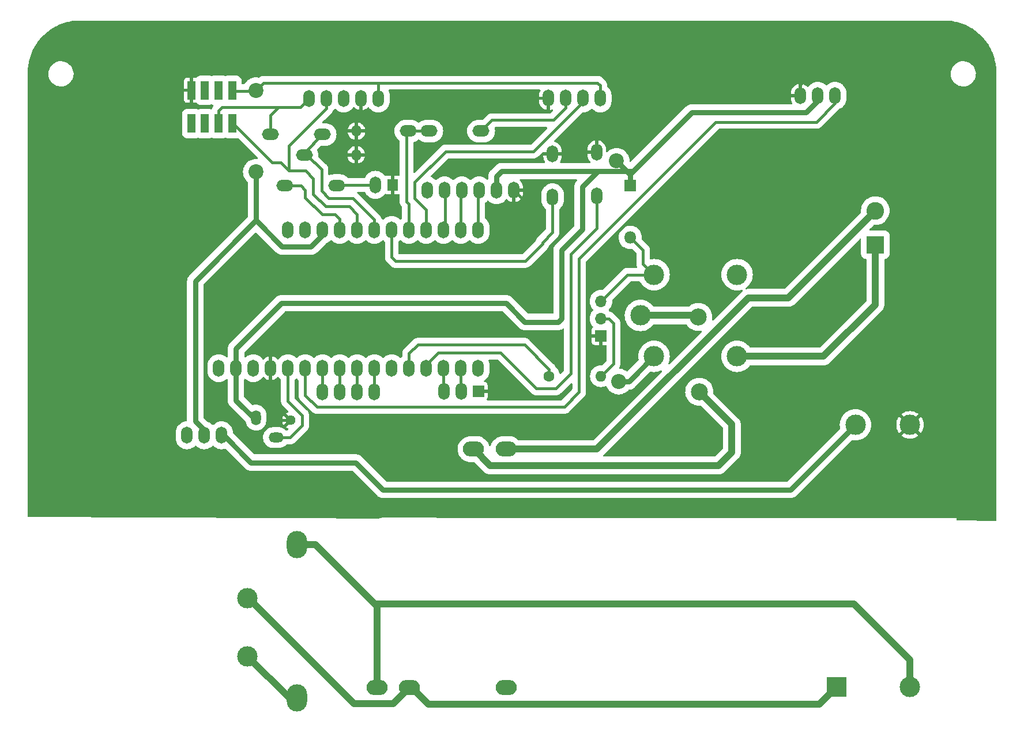
<source format=gbr>
%TF.GenerationSoftware,KiCad,Pcbnew,(7.0.0-0)*%
%TF.CreationDate,2024-05-26T10:43:25+02:00*%
%TF.ProjectId,SwitchFoil,53776974-6368-4466-9f69-6c2e6b696361,rev?*%
%TF.SameCoordinates,Original*%
%TF.FileFunction,Copper,L2,Bot*%
%TF.FilePolarity,Positive*%
%FSLAX46Y46*%
G04 Gerber Fmt 4.6, Leading zero omitted, Abs format (unit mm)*
G04 Created by KiCad (PCBNEW (7.0.0-0)) date 2024-05-26 10:43:25*
%MOMM*%
%LPD*%
G01*
G04 APERTURE LIST*
%TA.AperFunction,ComponentPad*%
%ADD10O,2.500000X1.700000*%
%TD*%
%TA.AperFunction,ComponentPad*%
%ADD11O,1.600000X1.600000*%
%TD*%
%TA.AperFunction,ComponentPad*%
%ADD12O,1.700000X2.500000*%
%TD*%
%TA.AperFunction,ComponentPad*%
%ADD13C,1.600000*%
%TD*%
%TA.AperFunction,ComponentPad*%
%ADD14C,3.000000*%
%TD*%
%TA.AperFunction,ComponentPad*%
%ADD15R,3.000000X3.000000*%
%TD*%
%TA.AperFunction,ComponentPad*%
%ADD16O,3.100000X2.200000*%
%TD*%
%TA.AperFunction,ComponentPad*%
%ADD17R,1.600000X1.700000*%
%TD*%
%TA.AperFunction,ComponentPad*%
%ADD18R,2.600000X2.600000*%
%TD*%
%TA.AperFunction,ComponentPad*%
%ADD19C,2.600000*%
%TD*%
%TA.AperFunction,ComponentPad*%
%ADD20R,1.800000X1.800000*%
%TD*%
%TA.AperFunction,ComponentPad*%
%ADD21O,1.800000X1.800000*%
%TD*%
%TA.AperFunction,ComponentPad*%
%ADD22R,1.700000X1.700000*%
%TD*%
%TA.AperFunction,ComponentPad*%
%ADD23O,1.700000X1.700000*%
%TD*%
%TA.AperFunction,ComponentPad*%
%ADD24O,3.000000X4.000000*%
%TD*%
%TA.AperFunction,ComponentPad*%
%ADD25O,1.440000X2.200000*%
%TD*%
%TA.AperFunction,ComponentPad*%
%ADD26O,2.200000X1.440000*%
%TD*%
%TA.AperFunction,ComponentPad*%
%ADD27C,1.440000*%
%TD*%
%TA.AperFunction,SMDPad,CuDef*%
%ADD28R,1.150000X2.700000*%
%TD*%
%TA.AperFunction,ViaPad*%
%ADD29C,2.200000*%
%TD*%
%TA.AperFunction,ViaPad*%
%ADD30C,2.500000*%
%TD*%
%TA.AperFunction,Conductor*%
%ADD31C,0.400000*%
%TD*%
%TA.AperFunction,Conductor*%
%ADD32C,0.600000*%
%TD*%
%TA.AperFunction,Conductor*%
%ADD33C,0.800000*%
%TD*%
%TA.AperFunction,Conductor*%
%ADD34C,1.000000*%
%TD*%
G04 APERTURE END LIST*
D10*
%TO.P,R10,1*%
%TO.N,RADAR_RX*%
X119340688Y-68002002D03*
D11*
%TO.P,R10,2*%
%TO.N,GND*%
X126960688Y-68002002D03*
%TD*%
D12*
%TO.P,SW2,1,1*%
%TO.N,Net-(U1-IO33)*%
X155799999Y-74222123D03*
%TO.P,SW2,2,2*%
%TO.N,GND*%
X155799999Y-67822123D03*
%TD*%
%TO.P,U1,1,IO23/SDA*%
%TO.N,SDA*%
X144883414Y-79021719D03*
%TO.P,U1,2,IO22/SCL*%
%TO.N,SCL*%
X142343414Y-79021719D03*
%TO.P,U1,3,IO14*%
%TO.N,TOF_INT*%
X139803414Y-79021719D03*
%TO.P,U1,4,IO32*%
%TO.N,TRIG*%
X137263414Y-79021719D03*
%TO.P,U1,5,IO15*%
%TO.N,ECHO*%
X134723414Y-79021719D03*
%TO.P,U1,6,IO33*%
%TO.N,Net-(U1-IO33)*%
X132183414Y-79021719D03*
%TO.P,U1,7,IO27*%
%TO.N,RADAR_RX*%
X129643414Y-79021719D03*
%TO.P,U1,8,IO12*%
%TO.N,RADAR_TX*%
X127103414Y-79021719D03*
%TO.P,U1,9,IO13*%
%TO.N,Net-(U1-IO13)*%
X124563414Y-79021719D03*
%TO.P,U1,10,V_USB*%
%TO.N,+5V*%
X122023414Y-79021719D03*
%TO.P,U1,11,EN*%
%TO.N,unconnected-(U1-EN-Pad11)*%
X119483414Y-79021719D03*
%TO.P,U1,12,V_BATT*%
%TO.N,unconnected-(U1-V_BATT-Pad12)*%
X116943414Y-79021719D03*
%TO.P,U1,13,IO21*%
%TO.N,unconnected-(U1-IO21-Pad13)*%
X144883414Y-99341719D03*
%TO.P,U1,14,TX*%
%TO.N,Net-(J10-Pin_2)*%
X142343414Y-99341719D03*
%TO.P,U1,15,RX*%
%TO.N,Net-(J10-Pin_3)*%
X139803414Y-99341719D03*
%TO.P,U1,16,IO18/MOSI*%
%TO.N,Net-(U1-IO18{slash}MOSI)*%
X137263414Y-99341719D03*
%TO.P,U1,17,IO19/MISO*%
%TO.N,DIM*%
X134723414Y-99341719D03*
%TO.P,U1,18,IO5/SCK*%
%TO.N,Z_CROSS*%
X132183414Y-99341719D03*
%TO.P,U1,19,IO4/A5*%
%TO.N,Net-(J9-Pin_1)*%
X129643414Y-99341719D03*
%TO.P,U1,20,I36/A4*%
%TO.N,Net-(J9-Pin_2)*%
X127103414Y-99341719D03*
%TO.P,U1,21,I39/A3*%
%TO.N,Net-(J9-Pin_3)*%
X124563414Y-99341719D03*
%TO.P,U1,22,I34/A2*%
%TO.N,Net-(J9-Pin_4)*%
X122023414Y-99341719D03*
%TO.P,U1,23,IO25/A1*%
%TO.N,PIR*%
X119483414Y-99341719D03*
%TO.P,U1,24,IO26/A0*%
%TO.N,Net-(U1-IO26{slash}A0)*%
X116943414Y-99341719D03*
%TO.P,U1,25,GND*%
%TO.N,GND*%
X114403414Y-99341719D03*
%TO.P,U1,26,AREF*%
%TO.N,unconnected-(U1-AREF-Pad26)*%
X111863414Y-99341719D03*
%TO.P,U1,27,3.3V*%
%TO.N,+3V3*%
X109323414Y-99341719D03*
%TO.P,U1,28,~{RESET}*%
%TO.N,unconnected-(U1-~{RESET}-Pad28)*%
X106783414Y-99341719D03*
%TD*%
D13*
%TO.P,R13,1*%
%TO.N,DIM*%
X155290000Y-100500000D03*
D11*
%TO.P,R13,2*%
%TO.N,Net-(Q2-B)*%
X162909999Y-100499999D03*
%TD*%
D14*
%TO.P,J5,1,Pin_1*%
%TO.N,N*%
X111000000Y-133150000D03*
%TO.P,J5,2,Pin_2*%
%TO.N,AC_IN_L*%
X111000000Y-141650000D03*
%TD*%
D12*
%TO.P,JP1,1,A*%
%TO.N,Net-(JP1-A)*%
X107199999Y-109199999D03*
%TO.P,JP1,2,C*%
%TO.N,+5V*%
X104659999Y-109199999D03*
%TO.P,JP1,3,B*%
%TO.N,unconnected-(JP1-B-Pad3)*%
X102119999Y-109199999D03*
%TD*%
%TO.P,J9,1,Pin_1*%
%TO.N,Net-(J9-Pin_1)*%
X129614874Y-102799999D03*
%TO.P,J9,2,Pin_2*%
%TO.N,Net-(J9-Pin_2)*%
X127074874Y-102799999D03*
%TO.P,J9,3,Pin_3*%
%TO.N,Net-(J9-Pin_3)*%
X124534874Y-102799999D03*
%TO.P,J9,4,Pin_4*%
%TO.N,Net-(J9-Pin_4)*%
X121994874Y-102799999D03*
%TD*%
%TO.P,J1,1,Pin_1*%
%TO.N,GND*%
X150099999Y-73199999D03*
%TO.P,J1,2,Pin_2*%
%TO.N,+3V3*%
X147559999Y-73199999D03*
%TO.P,J1,3,Pin_3*%
%TO.N,SDA*%
X145019999Y-73199999D03*
%TO.P,J1,4,Pin_4*%
%TO.N,SCL*%
X142479999Y-73199999D03*
%TO.P,J1,5,Pin_5*%
%TO.N,TOF_INT*%
X139939999Y-73199999D03*
%TO.P,J1,6,Pin_6*%
%TO.N,unconnected-(J1-Pin_6-Pad6)*%
X137399999Y-73199999D03*
%TD*%
%TO.P,SW1,1,1*%
%TO.N,Net-(U1-IO18{slash}MOSI)*%
X162299999Y-73999999D03*
%TO.P,SW1,2,2*%
%TO.N,GND*%
X162299999Y-67599999D03*
%TD*%
D15*
%TO.P,PS2,1,AC/N*%
%TO.N,N*%
X197529999Y-146157499D03*
D14*
%TO.P,PS2,2,AC/L*%
%TO.N,L*%
X208280000Y-146157500D03*
%TO.P,PS2,3,-Vo*%
%TO.N,GND*%
X208280000Y-107657500D03*
%TO.P,PS2,4,+Vo*%
%TO.N,Net-(JP1-A)*%
X200280000Y-107657500D03*
%TD*%
D16*
%TO.P,T1,0*%
%TO.N,unconnected-(T1-Pad0)*%
X148999999Y-146231247D03*
%TO.P,T1,1,AA*%
%TO.N,L*%
X129999999Y-146231247D03*
%TO.P,T1,2,AB*%
%TO.N,N*%
X134799999Y-146231247D03*
%TO.P,T1,6,SA*%
%TO.N,AC_N_30V*%
X148999999Y-111231247D03*
%TO.P,T1,7,SB*%
%TO.N,AC_L_30V*%
X144199999Y-111231247D03*
%TD*%
D17*
%TO.P,D1,1,K*%
%TO.N,GND*%
X132339999Y-72399999D03*
D12*
%TO.P,D1,2,A*%
%TO.N,Net-(D1-A)*%
X129799999Y-72399999D03*
%TD*%
D14*
%TO.P,K1,11*%
%TO.N,AC_L_30V*%
X168700000Y-91600000D03*
%TO.P,K1,12*%
%TO.N,unconnected-(K1-Pad12)*%
X182900000Y-85600000D03*
%TO.P,K1,14*%
%TO.N,AC_L_30V_SWITCHED*%
X182900000Y-97600000D03*
%TO.P,K1,A1*%
%TO.N,+3V3*%
X170700000Y-97600000D03*
%TO.P,K1,A2*%
%TO.N,Net-(D5-A)*%
X170700000Y-85600000D03*
%TD*%
D18*
%TO.P,J7,1,Pin_1*%
%TO.N,AC_L_30V_SWITCHED*%
X203199999Y-81199999D03*
D19*
%TO.P,J7,2,Pin_2*%
%TO.N,AC_N_30V*%
X203200000Y-76200000D03*
%TD*%
D10*
%TO.P,R8,1*%
%TO.N,ECHO*%
X134619999Y-64499999D03*
D11*
%TO.P,R8,2*%
%TO.N,GND*%
X126999999Y-64499999D03*
%TD*%
D10*
%TO.P,R7,1*%
%TO.N,Net-(J4-Pin_2)*%
X145309999Y-64499999D03*
%TO.P,R7,2*%
%TO.N,ECHO*%
X137689999Y-64499999D03*
%TD*%
%TO.P,R9,1*%
%TO.N,Net-(J8-Pin_5)*%
X114399999Y-64999999D03*
%TO.P,R9,2*%
%TO.N,RADAR_RX*%
X122019999Y-64999999D03*
%TD*%
D20*
%TO.P,D5,1,K*%
%TO.N,+3V3*%
X167199999Y-72499999D03*
D21*
%TO.P,D5,2,A*%
%TO.N,Net-(D5-A)*%
X167199999Y-80119999D03*
%TD*%
D22*
%TO.P,Q2,1,E*%
%TO.N,GND*%
X162899999Y-94579999D03*
D23*
%TO.P,Q2,2,B*%
%TO.N,Net-(Q2-B)*%
X162899999Y-92039999D03*
%TO.P,Q2,3,C*%
%TO.N,Net-(D5-A)*%
X162899999Y-89499999D03*
%TD*%
D24*
%TO.P,F1,1*%
%TO.N,AC_IN_L*%
X118299999Y-147799999D03*
%TO.P,F1,2*%
%TO.N,L*%
X118299999Y-125299999D03*
%TD*%
D22*
%TO.P,J10,1,Pin_1*%
%TO.N,GND*%
X144899999Y-102699999D03*
D12*
%TO.P,J10,2,Pin_2*%
%TO.N,Net-(J10-Pin_2)*%
X142359999Y-102699999D03*
%TO.P,J10,3,Pin_3*%
%TO.N,Net-(J10-Pin_3)*%
X139819999Y-102699999D03*
%TD*%
D25*
%TO.P,RV1,1,1*%
%TO.N,+3V3*%
X112249999Y-106599999D03*
D26*
%TO.P,RV1,2,2*%
%TO.N,Net-(U1-IO26{slash}A0)*%
X115189999Y-109539999D03*
D27*
%TO.P,RV1,3,3*%
%TO.N,GND*%
X117330000Y-107000000D03*
%TD*%
D10*
%TO.P,R1,1*%
%TO.N,Net-(U1-IO13)*%
X116499999Y-72499999D03*
%TO.P,R1,2*%
%TO.N,Net-(D1-A)*%
X124119999Y-72499999D03*
%TD*%
D12*
%TO.P,J4,1,Pin_1*%
%TO.N,GND*%
X155189999Y-59683902D03*
%TO.P,J4,2,Pin_2*%
%TO.N,Net-(J4-Pin_2)*%
X157729999Y-59683902D03*
%TO.P,J4,3,Pin_3*%
%TO.N,TRIG*%
X160269999Y-59683902D03*
%TO.P,J4,4,Pin_4*%
%TO.N,+5V*%
X162809999Y-59683902D03*
%TD*%
D28*
%TO.P,U4,1,DM*%
%TO.N,unconnected-(U4-DM-Pad1)*%
X102749999Y-63399999D03*
%TO.P,U4,2,DP*%
%TO.N,unconnected-(U4-DP-Pad2)*%
X104749999Y-63399999D03*
%TO.P,U4,3,TX*%
%TO.N,Net-(J8-Pin_5)*%
X106749999Y-63399999D03*
%TO.P,U4,4,RX*%
%TO.N,RADAR_TX*%
X108749999Y-63399999D03*
%TO.P,U4,5,5V*%
%TO.N,+5V*%
X108749999Y-58500049D03*
%TO.P,U4,6,3V3*%
%TO.N,unconnected-(U4-3V3-Pad6)*%
X106749999Y-58500049D03*
%TO.P,U4,7,PA9*%
%TO.N,unconnected-(U4-PA9-Pad7)*%
X104749999Y-58500049D03*
%TO.P,U4,8,GND*%
%TO.N,GND*%
X102749999Y-58500049D03*
%TD*%
D12*
%TO.P,J8,1,Pin_1*%
%TO.N,+5V*%
X130223175Y-59693132D03*
%TO.P,J8,2,Pin_2*%
%TO.N,GND*%
X127683175Y-59693132D03*
%TO.P,J8,3,Pin_3*%
%TO.N,unconnected-(J8-Pin_3-Pad3)*%
X125143175Y-59693132D03*
%TO.P,J8,4,Pin_4*%
%TO.N,RADAR_TX*%
X122603175Y-59693132D03*
%TO.P,J8,5,Pin_5*%
%TO.N,Net-(J8-Pin_5)*%
X120063175Y-59693132D03*
%TD*%
%TO.P,J3,1,Pin_1*%
%TO.N,GND*%
X192194654Y-59315229D03*
%TO.P,J3,2,Pin_2*%
%TO.N,+3V3*%
X194734654Y-59315229D03*
%TO.P,J3,3,Pin_3*%
%TO.N,PIR*%
X197274654Y-59315229D03*
%TD*%
D29*
%TO.N,GND*%
X150699992Y-102700000D03*
X152300000Y-75500002D03*
X164077701Y-103941416D03*
X152199996Y-65200000D03*
%TO.N,+3V3*%
X165200000Y-68900000D03*
X165500000Y-101300000D03*
%TO.N,+5V*%
X112250000Y-70500000D03*
X112249994Y-58500000D03*
D30*
%TO.N,AC_L_30V*%
X177200000Y-91800000D03*
X177339551Y-102800000D03*
%TD*%
D31*
%TO.N,Net-(J10-Pin_2)*%
X142343415Y-102683415D02*
X142360000Y-102700000D01*
X142343415Y-99341720D02*
X142343415Y-102683415D01*
%TO.N,Net-(J10-Pin_3)*%
X139803415Y-102683415D02*
X139820000Y-102700000D01*
X139803415Y-99341720D02*
X139803415Y-102683415D01*
%TO.N,Net-(J9-Pin_1)*%
X129620000Y-102794875D02*
X129614875Y-102800000D01*
X129643415Y-99341720D02*
X129620000Y-99365135D01*
X129620000Y-99365135D02*
X129620000Y-102794875D01*
%TO.N,Net-(J9-Pin_2)*%
X127080000Y-102794875D02*
X127074875Y-102800000D01*
X127103415Y-99341720D02*
X127080000Y-99365135D01*
X127080000Y-99365135D02*
X127080000Y-102794875D01*
%TO.N,Net-(J9-Pin_3)*%
X124563415Y-99341720D02*
X124540000Y-99365135D01*
X124540000Y-99365135D02*
X124540000Y-102794875D01*
X124540000Y-102794875D02*
X124534875Y-102800000D01*
%TO.N,Net-(J9-Pin_4)*%
X122000000Y-99365135D02*
X122000000Y-102794875D01*
X122023415Y-99341720D02*
X122000000Y-99365135D01*
X122000000Y-102794875D02*
X121994875Y-102800000D01*
%TO.N,PIR*%
X121228580Y-105050000D02*
X157506852Y-105050000D01*
X194514668Y-63165230D02*
X197274655Y-60405243D01*
X159700000Y-83235938D02*
X179735938Y-63200000D01*
X179936242Y-63165230D02*
X194514668Y-63165230D01*
X179901472Y-63200000D02*
X179936242Y-63165230D01*
X119483415Y-99341720D02*
X119483415Y-103304835D01*
X179735938Y-63200000D02*
X179901472Y-63200000D01*
X197274655Y-60405243D02*
X197274655Y-59315230D01*
X157506852Y-105050000D02*
X159700000Y-102856852D01*
X119483415Y-103304835D02*
X121228580Y-105050000D01*
X159700000Y-102856852D02*
X159700000Y-83235938D01*
D32*
%TO.N,GND*%
X104833415Y-96666585D02*
X114500000Y-87000000D01*
D31*
X114077552Y-111260000D02*
X112962448Y-110144896D01*
D32*
X153927876Y-71872124D02*
X152300000Y-73500000D01*
D31*
X192809885Y-57050000D02*
X198250000Y-57050000D01*
X112962448Y-108787552D02*
X114750000Y-107000000D01*
D32*
X114500000Y-87000000D02*
X154300000Y-87000000D01*
D31*
X138840000Y-111260000D02*
X114077552Y-111260000D01*
D32*
X154300000Y-87000000D02*
X155600000Y-85700000D01*
D31*
X160900000Y-103353908D02*
X156353908Y-107900000D01*
X198250000Y-57050000D02*
X199250000Y-58050000D01*
X117330000Y-107000000D02*
X114682448Y-107000000D01*
D32*
X112962448Y-109000000D02*
X110942284Y-109000000D01*
D31*
X152300000Y-75400000D02*
X152300000Y-75500002D01*
X142200000Y-107900000D02*
X138840000Y-111260000D01*
X150100000Y-73200000D02*
X152300000Y-75400000D01*
X160900000Y-83732994D02*
X160900000Y-103353908D01*
D32*
X155600000Y-81401725D02*
X158200000Y-78801726D01*
D31*
X199250000Y-60356180D02*
X195206180Y-64400000D01*
X156353908Y-107900000D02*
X142200000Y-107900000D01*
X180232994Y-64400000D02*
X160900000Y-83732994D01*
D32*
X155600000Y-85700000D02*
X155600000Y-81401725D01*
D31*
X112962448Y-109000000D02*
X112962448Y-108787552D01*
D32*
X158200000Y-78801726D02*
X158200000Y-73300000D01*
D31*
X112962448Y-110144896D02*
X112962448Y-109000000D01*
D32*
X158200000Y-73300000D02*
X156772124Y-71872124D01*
D31*
X114750000Y-107000000D02*
X117330000Y-107000000D01*
D32*
X152300000Y-73500000D02*
X152300000Y-75500002D01*
X104833415Y-102891131D02*
X104833415Y-96666585D01*
D31*
X199250000Y-58050000D02*
X199250000Y-60356180D01*
X144900000Y-102700000D02*
X150699992Y-102700000D01*
X114682448Y-107000000D02*
X112962448Y-108720000D01*
D32*
X110942284Y-109000000D02*
X104833415Y-102891131D01*
D31*
X192194655Y-59315230D02*
X192194655Y-57665230D01*
X192194655Y-57665230D02*
X192809885Y-57050000D01*
X195206180Y-64400000D02*
X180232994Y-64400000D01*
D32*
X156772124Y-71872124D02*
X153927876Y-71872124D01*
D33*
%TO.N,+3V3*%
X109323415Y-99341720D02*
X109323415Y-96476585D01*
X109300000Y-99365135D02*
X109323415Y-99341720D01*
X176234770Y-61765230D02*
X167627876Y-70372124D01*
X154600000Y-92540000D02*
X156650000Y-92540000D01*
X112250000Y-107000000D02*
X109300000Y-104050000D01*
X160200000Y-72672124D02*
X162500000Y-70372124D01*
X167100000Y-70800000D02*
X165200000Y-68900000D01*
X167200000Y-70800000D02*
X167100000Y-70800000D01*
X148337876Y-70372124D02*
X147560000Y-71150000D01*
X167627876Y-70372124D02*
X160772124Y-70372124D01*
X157100000Y-82023045D02*
X160200000Y-78923046D01*
X194734655Y-60074368D02*
X194734655Y-59315230D01*
X167200000Y-70800000D02*
X167200000Y-72500000D01*
X160200000Y-78923046D02*
X160200000Y-72672124D01*
X148976955Y-89800000D02*
X151716955Y-92540000D01*
X160772124Y-70372124D02*
X148337876Y-70372124D01*
X170700000Y-97600000D02*
X167000000Y-101300000D01*
X156650000Y-92540000D02*
X157100000Y-92090000D01*
X109300000Y-104050000D02*
X109300000Y-99365135D01*
X176234770Y-61765230D02*
X193043793Y-61765230D01*
X151716955Y-92540000D02*
X154600000Y-92540000D01*
X109323415Y-96476585D02*
X116000000Y-89800000D01*
X157100000Y-92090000D02*
X157100000Y-82023045D01*
X167000000Y-101300000D02*
X165500000Y-101300000D01*
X193043793Y-61765230D02*
X194734655Y-60074368D01*
X167627876Y-70372124D02*
X167200000Y-70800000D01*
X147560000Y-71150000D02*
X147560000Y-73200000D01*
X116000000Y-89800000D02*
X148976955Y-89800000D01*
D31*
%TO.N,SDA*%
X144860000Y-73360000D02*
X144860000Y-78998305D01*
X145020000Y-73200000D02*
X144860000Y-73360000D01*
X144860000Y-78998305D02*
X144883415Y-79021720D01*
%TO.N,SCL*%
X142320000Y-73360000D02*
X142320000Y-78998305D01*
X142480000Y-73200000D02*
X142320000Y-73360000D01*
X142320000Y-78998305D02*
X142343415Y-79021720D01*
%TO.N,TOF_INT*%
X140000000Y-78825135D02*
X140000000Y-73260000D01*
X139803415Y-79021720D02*
X140000000Y-78825135D01*
X140000000Y-73260000D02*
X139940000Y-73200000D01*
%TO.N,Net-(J4-Pin_2)*%
X155902944Y-62900000D02*
X157730000Y-61072944D01*
X157730000Y-61072944D02*
X157730000Y-59683903D01*
X146910000Y-62900000D02*
X155902944Y-62900000D01*
X145310000Y-64500000D02*
X146910000Y-62900000D01*
%TO.N,DIM*%
X136000000Y-95900000D02*
X134723415Y-97176585D01*
X134723415Y-97176585D02*
X134723415Y-99341720D01*
X151691720Y-95891720D02*
X138540064Y-95891720D01*
X155290000Y-99490000D02*
X151691720Y-95891720D01*
X138531784Y-95900000D02*
X136000000Y-95900000D01*
X155290000Y-100500000D02*
X155290000Y-99490000D01*
X138540064Y-95891720D02*
X138531784Y-95900000D01*
%TO.N,Net-(U1-IO26{slash}A0)*%
X119050000Y-107712448D02*
X119050000Y-106287552D01*
X119050000Y-106287552D02*
X116920000Y-104157552D01*
X116920000Y-104157552D02*
X116920000Y-99365135D01*
X116920000Y-99365135D02*
X116943415Y-99341720D01*
X114790000Y-109540000D02*
X117222448Y-109540000D01*
X117222448Y-109540000D02*
X119050000Y-107712448D01*
%TO.N,Net-(U1-IO18{slash}MOSI)*%
X153400000Y-102300000D02*
X148191720Y-97091720D01*
X162300000Y-78802944D02*
X158500000Y-82602944D01*
X156300000Y-102300000D02*
X153400000Y-102300000D01*
X158500000Y-82602944D02*
X158500000Y-100100000D01*
X137240000Y-99365135D02*
X137263415Y-99341720D01*
X158500000Y-100100000D02*
X156300000Y-102300000D01*
X139037120Y-97091720D02*
X137263415Y-98865425D01*
X162300000Y-74000000D02*
X162300000Y-78802944D01*
X137263415Y-98865425D02*
X137263415Y-99341720D01*
X148191720Y-97091720D02*
X139037120Y-97091720D01*
%TO.N,+5V*%
X112099944Y-58650050D02*
X112249994Y-58500000D01*
D33*
X122023415Y-79780858D02*
X122023415Y-79021720D01*
D31*
X130250000Y-57400000D02*
X113349994Y-57400000D01*
X162810000Y-57810000D02*
X162400000Y-57400000D01*
X162810000Y-59683903D02*
X162810000Y-57810000D01*
X130223176Y-59693133D02*
X130223176Y-57426824D01*
D33*
X103333415Y-107114277D02*
X104660000Y-108440862D01*
X112250000Y-70500000D02*
X112250000Y-77627443D01*
X120332553Y-81471720D02*
X122023415Y-79780858D01*
D31*
X108750000Y-58650050D02*
X112099944Y-58650050D01*
D33*
X116094277Y-81471720D02*
X120332553Y-81471720D01*
X104660000Y-108440862D02*
X104660000Y-109200000D01*
X103333415Y-86544028D02*
X103333415Y-107114277D01*
X112250000Y-77627443D02*
X116094277Y-81471720D01*
D31*
X130223176Y-57426824D02*
X130250000Y-57400000D01*
D33*
X112250000Y-77627443D02*
X103333415Y-86544028D01*
D31*
X162400000Y-57400000D02*
X130250000Y-57400000D01*
X113349994Y-57400000D02*
X112249994Y-58500000D01*
%TO.N,ECHO*%
X134700000Y-78998305D02*
X134723415Y-79021720D01*
X134620000Y-64500000D02*
X134350000Y-64770000D01*
X134620000Y-64500000D02*
X137690000Y-64500000D01*
X134350000Y-74863351D02*
X134700000Y-75213351D01*
X134350000Y-64770000D02*
X134350000Y-74863351D01*
X134700000Y-75213351D02*
X134700000Y-78998305D01*
%TO.N,TRIG*%
X137263415Y-76079710D02*
X135550000Y-74366295D01*
X135550000Y-74366295D02*
X135550000Y-72033705D01*
X137263415Y-79021720D02*
X137263415Y-76079710D01*
X153000000Y-67500000D02*
X160270000Y-60230000D01*
X140083705Y-67500000D02*
X153000000Y-67500000D01*
X160270000Y-60230000D02*
X160270000Y-59683903D01*
X135550000Y-72033705D02*
X140083705Y-67500000D01*
D34*
%TO.N,L*%
X208280000Y-146157500D02*
X208280000Y-142187500D01*
X200092500Y-134000000D02*
X129700000Y-134000000D01*
X130000000Y-134300000D02*
X130000000Y-146231248D01*
X121000000Y-125300000D02*
X130000000Y-134300000D01*
X208280000Y-142187500D02*
X200092500Y-134000000D01*
X118300000Y-125300000D02*
X121000000Y-125300000D01*
X129700000Y-134000000D02*
X130000000Y-134300000D01*
%TO.N,N*%
X126631248Y-148631248D02*
X132400000Y-148631248D01*
X111000000Y-133150000D02*
X111150000Y-133150000D01*
X135080000Y-146231248D02*
X137530000Y-148681248D01*
X195006252Y-148681248D02*
X197530000Y-146157500D01*
X137530000Y-148681248D02*
X195006252Y-148681248D01*
X111150000Y-133150000D02*
X126631248Y-148631248D01*
X132400000Y-148631248D02*
X134800000Y-146231248D01*
D31*
%TO.N,Net-(D1-A)*%
X124220000Y-72400000D02*
X124120000Y-72500000D01*
X129800000Y-72400000D02*
X124220000Y-72400000D01*
D34*
%TO.N,AC_IN_L*%
X117150000Y-147800000D02*
X111000000Y-141650000D01*
X118300000Y-147800000D02*
X117150000Y-147800000D01*
D31*
%TO.N,RADAR_TX*%
X120670000Y-71472944D02*
X120670000Y-73763351D01*
X117090689Y-66659311D02*
X117090689Y-70287745D01*
X117090689Y-70287745D02*
X117098941Y-70295997D01*
X115902944Y-69100000D02*
X114600000Y-69100000D01*
X119493053Y-70295997D02*
X120670000Y-71472944D01*
X117098941Y-70295997D02*
X119493053Y-70295997D01*
X122603176Y-59693133D02*
X122603176Y-61146824D01*
X122456649Y-75550000D02*
X125950000Y-75550000D01*
X125950000Y-75550000D02*
X127103415Y-76703415D01*
X122603176Y-61146824D02*
X117090689Y-66659311D01*
X114600000Y-69100000D02*
X108750000Y-63250000D01*
X120670000Y-73763351D02*
X122456649Y-75550000D01*
X127103415Y-76703415D02*
X127103415Y-79021720D01*
X117098941Y-70295997D02*
X115902944Y-69100000D01*
%TO.N,RADAR_RX*%
X119340689Y-67679311D02*
X119340689Y-68002003D01*
X129643415Y-77546359D02*
X129643415Y-79021720D01*
X121870000Y-73266295D02*
X122953705Y-74350000D01*
X126447056Y-74350000D02*
X129643415Y-77546359D01*
X119340689Y-68002003D02*
X119740689Y-68002003D01*
X121870000Y-70131314D02*
X121870000Y-73266295D01*
X119740689Y-68002003D02*
X121870000Y-70131314D01*
X122953705Y-74350000D02*
X126447056Y-74350000D01*
X122020000Y-65000000D02*
X119340689Y-67679311D01*
%TO.N,Net-(J8-Pin_5)*%
X114400000Y-65000000D02*
X114400000Y-62190000D01*
X107225000Y-61000000D02*
X118000000Y-61000000D01*
X114400000Y-62190000D02*
X115590000Y-61000000D01*
X118756309Y-61000000D02*
X120063176Y-59693133D01*
X106750000Y-61475000D02*
X107225000Y-61000000D01*
X106750000Y-63250000D02*
X106750000Y-61475000D01*
X118000000Y-61000000D02*
X118756309Y-61000000D01*
X115590000Y-61000000D02*
X118000000Y-61000000D01*
%TO.N,Net-(U1-IO13)*%
X121959593Y-76750000D02*
X123850000Y-76750000D01*
X116500000Y-72500000D02*
X118820000Y-72500000D01*
X124563415Y-77463415D02*
X124563415Y-79021720D01*
X119470000Y-73150000D02*
X119470000Y-74260407D01*
X119470000Y-74260407D02*
X121959593Y-76750000D01*
X118820000Y-72500000D02*
X119470000Y-73150000D01*
X123850000Y-76750000D02*
X124563415Y-77463415D01*
%TO.N,Net-(U1-IO33)*%
X132183415Y-83013415D02*
X132183415Y-79021720D01*
X154300000Y-81066191D02*
X151776191Y-83590000D01*
X155800000Y-79363247D02*
X154299999Y-80863247D01*
X154299999Y-80863247D02*
X154300000Y-81066191D01*
X132760000Y-83590000D02*
X132183415Y-83013415D01*
X151776191Y-83590000D02*
X132760000Y-83590000D01*
X155800000Y-74222124D02*
X155800000Y-79363247D01*
D33*
%TO.N,Net-(JP1-A)*%
X107500000Y-109200000D02*
X111500000Y-113200000D01*
X126900000Y-113200000D02*
X130900000Y-117200000D01*
X107200000Y-109200000D02*
X107500000Y-109200000D01*
X111500000Y-113200000D02*
X126900000Y-113200000D01*
X130900000Y-117200000D02*
X190737500Y-117200000D01*
X190737500Y-117200000D02*
X200280000Y-107657500D01*
D31*
%TO.N,Net-(D5-A)*%
X167200000Y-80120000D02*
X169100000Y-82020000D01*
X169100000Y-84000000D02*
X170700000Y-85600000D01*
X162900000Y-89500000D02*
X166800000Y-85600000D01*
X169100000Y-82020000D02*
X169100000Y-84000000D01*
X166800000Y-85600000D02*
X170700000Y-85600000D01*
%TO.N,Net-(Q2-B)*%
X164750000Y-98660000D02*
X162910000Y-100500000D01*
X164060000Y-92040000D02*
X164750000Y-92730000D01*
X164750000Y-92730000D02*
X164750000Y-98660000D01*
X162900000Y-92040000D02*
X164060000Y-92040000D01*
D34*
%TO.N,AC_N_30V*%
X162323168Y-111231248D02*
X149000000Y-111231248D01*
X184554409Y-89000007D02*
X162323168Y-111231248D01*
X190399993Y-89000007D02*
X184554409Y-89000007D01*
X203200000Y-76200000D02*
X190399993Y-89000007D01*
%TO.N,AC_L_30V*%
X146631248Y-113631248D02*
X144231248Y-111231248D01*
X168700000Y-91600000D02*
X177000000Y-91600000D01*
X177339551Y-102800000D02*
X182139551Y-107600000D01*
X144231248Y-111231248D02*
X144200000Y-111231248D01*
X180189551Y-113631248D02*
X146631248Y-113631248D01*
X177000000Y-91600000D02*
X177200000Y-91800000D01*
X182139551Y-111681248D02*
X180189551Y-113631248D01*
X182139551Y-107600000D02*
X182139551Y-111681248D01*
%TO.N,AC_L_30V_SWITCHED*%
X195600000Y-97600000D02*
X203200000Y-90000000D01*
X182900000Y-97600000D02*
X195600000Y-97600000D01*
X203200000Y-90000000D02*
X203200000Y-81200000D01*
%TD*%
%TA.AperFunction,Conductor*%
%TO.N,GND*%
G36*
X147773390Y-98101659D02*
G01*
X147813618Y-98128539D01*
X152682431Y-102997351D01*
X152684624Y-102999600D01*
X152717580Y-103034270D01*
X152744941Y-103063053D01*
X152750100Y-103066644D01*
X152750104Y-103066647D01*
X152793362Y-103096755D01*
X152800871Y-103102416D01*
X152846593Y-103139698D01*
X152852171Y-103142611D01*
X152852170Y-103142611D01*
X152873556Y-103153782D01*
X152886980Y-103161915D01*
X152911951Y-103179295D01*
X152961749Y-103200665D01*
X152966163Y-103202559D01*
X152974673Y-103206601D01*
X153026951Y-103233909D01*
X153056195Y-103242276D01*
X153070979Y-103247539D01*
X153098942Y-103259540D01*
X153156727Y-103271414D01*
X153165869Y-103273657D01*
X153222582Y-103289886D01*
X153228857Y-103290363D01*
X153228858Y-103290364D01*
X153231393Y-103290557D01*
X153252915Y-103292195D01*
X153268459Y-103294376D01*
X153292096Y-103299234D01*
X153292100Y-103299234D01*
X153298259Y-103300500D01*
X153357244Y-103300500D01*
X153366660Y-103300858D01*
X153425476Y-103305337D01*
X153455651Y-103301493D01*
X153471317Y-103300500D01*
X156285722Y-103300500D01*
X156288862Y-103300539D01*
X156376363Y-103302757D01*
X156434458Y-103292344D01*
X156443739Y-103291042D01*
X156502438Y-103285074D01*
X156531464Y-103275966D01*
X156546713Y-103272224D01*
X156576653Y-103266858D01*
X156631423Y-103244980D01*
X156640303Y-103241818D01*
X156659994Y-103235640D01*
X156696588Y-103224159D01*
X156723194Y-103209390D01*
X156737362Y-103202662D01*
X156765617Y-103191377D01*
X156814891Y-103158902D01*
X156822910Y-103154043D01*
X156874502Y-103125409D01*
X156885961Y-103115570D01*
X156897583Y-103105594D01*
X156910125Y-103096137D01*
X156917961Y-103090973D01*
X156935519Y-103079402D01*
X156977238Y-103037681D01*
X156984122Y-103031301D01*
X157028895Y-102992866D01*
X157047524Y-102968798D01*
X157057884Y-102957035D01*
X158487819Y-101527100D01*
X158537182Y-101496851D01*
X158594898Y-101492309D01*
X158648385Y-101514464D01*
X158685985Y-101558487D01*
X158699500Y-101614782D01*
X158699500Y-102391070D01*
X158690061Y-102438523D01*
X158663181Y-102478751D01*
X157128751Y-104013181D01*
X157088523Y-104040061D01*
X157041070Y-104049500D01*
X146248378Y-104049500D01*
X146183211Y-104030995D01*
X146137494Y-103981004D01*
X146124872Y-103914447D01*
X146149111Y-103851189D01*
X146188037Y-103799189D01*
X146196452Y-103783777D01*
X146240888Y-103664641D01*
X146244426Y-103649667D01*
X146249646Y-103601114D01*
X146250000Y-103594518D01*
X146250000Y-102966326D01*
X146246549Y-102953450D01*
X146233674Y-102950000D01*
X144774000Y-102950000D01*
X144712000Y-102933387D01*
X144666613Y-102888000D01*
X144650000Y-102826000D01*
X144650000Y-102574000D01*
X144666613Y-102512000D01*
X144712000Y-102466613D01*
X144774000Y-102450000D01*
X146233674Y-102450000D01*
X146246549Y-102446549D01*
X146250000Y-102433674D01*
X146250000Y-101805482D01*
X146249646Y-101798885D01*
X146244426Y-101750332D01*
X146240888Y-101735358D01*
X146196452Y-101616222D01*
X146188037Y-101600810D01*
X146112501Y-101499907D01*
X146100092Y-101487498D01*
X145999189Y-101411962D01*
X145983777Y-101403547D01*
X145864641Y-101359111D01*
X145849659Y-101355571D01*
X145836309Y-101354136D01*
X145779135Y-101332905D01*
X145738999Y-101286984D01*
X145725610Y-101227483D01*
X145742207Y-101168795D01*
X145784775Y-101125119D01*
X145852396Y-101083681D01*
X145852402Y-101083677D01*
X145856555Y-101081132D01*
X146054104Y-100912409D01*
X146222827Y-100714860D01*
X146358569Y-100493348D01*
X146457988Y-100253330D01*
X146518636Y-100000714D01*
X146533915Y-99806573D01*
X146533915Y-98876867D01*
X146518636Y-98682726D01*
X146457988Y-98430110D01*
X146389046Y-98263671D01*
X146380205Y-98204066D01*
X146400506Y-98147329D01*
X146445155Y-98106862D01*
X146503608Y-98092220D01*
X147725937Y-98092220D01*
X147773390Y-98101659D01*
G37*
%TD.AperFunction*%
%TA.AperFunction,Conductor*%
G36*
X153986648Y-58418491D02*
G01*
X154032309Y-58467244D01*
X154046053Y-58532612D01*
X154023892Y-58595626D01*
X154019507Y-58601888D01*
X154014110Y-58611235D01*
X153918856Y-58815505D01*
X153915168Y-58825639D01*
X153856833Y-59043349D01*
X153854958Y-59053981D01*
X153840236Y-59222257D01*
X153840000Y-59227667D01*
X153840000Y-59417577D01*
X153843450Y-59430452D01*
X153856326Y-59433903D01*
X155316000Y-59433903D01*
X155378000Y-59450516D01*
X155423387Y-59495903D01*
X155440000Y-59557903D01*
X155440000Y-61400272D01*
X155442551Y-61411214D01*
X155453780Y-61410846D01*
X155648263Y-61358734D01*
X155658392Y-61355047D01*
X155722910Y-61324962D01*
X155790427Y-61314268D01*
X155853351Y-61340977D01*
X155892560Y-61396973D01*
X155896138Y-61465237D01*
X155862997Y-61525025D01*
X155524840Y-61863183D01*
X155484615Y-61890061D01*
X155437162Y-61899500D01*
X146924278Y-61899500D01*
X146921137Y-61899460D01*
X146839924Y-61897402D01*
X146839921Y-61897402D01*
X146833637Y-61897243D01*
X146827453Y-61898351D01*
X146827443Y-61898352D01*
X146775578Y-61907648D01*
X146766251Y-61908957D01*
X146713816Y-61914289D01*
X146713806Y-61914290D01*
X146707562Y-61914926D01*
X146701566Y-61916807D01*
X146701562Y-61916808D01*
X146678526Y-61924035D01*
X146663290Y-61927774D01*
X146639544Y-61932030D01*
X146639530Y-61932033D01*
X146633348Y-61933142D01*
X146627513Y-61935472D01*
X146627501Y-61935476D01*
X146578572Y-61955020D01*
X146569701Y-61958179D01*
X146519413Y-61973957D01*
X146519403Y-61973960D01*
X146513412Y-61975841D01*
X146507916Y-61978890D01*
X146507912Y-61978893D01*
X146486820Y-61990600D01*
X146472646Y-61997331D01*
X146450225Y-62006287D01*
X146450213Y-62006292D01*
X146444383Y-62008622D01*
X146439136Y-62012079D01*
X146439136Y-62012080D01*
X146395122Y-62041087D01*
X146387065Y-62045967D01*
X146335498Y-62074591D01*
X146330734Y-62078680D01*
X146330719Y-62078691D01*
X146312405Y-62094413D01*
X146299883Y-62103855D01*
X146279732Y-62117136D01*
X146279721Y-62117144D01*
X146274482Y-62120598D01*
X146270038Y-62125041D01*
X146270034Y-62125045D01*
X146232781Y-62162297D01*
X146225875Y-62168698D01*
X146185875Y-62203038D01*
X146185869Y-62203043D01*
X146181105Y-62207134D01*
X146177260Y-62212100D01*
X146177260Y-62212101D01*
X146162480Y-62231195D01*
X146152108Y-62242970D01*
X145581899Y-62813181D01*
X145541671Y-62840061D01*
X145494218Y-62849500D01*
X144845147Y-62849500D01*
X144842728Y-62849690D01*
X144842712Y-62849691D01*
X144655857Y-62864397D01*
X144655854Y-62864397D01*
X144651006Y-62864779D01*
X144646278Y-62865913D01*
X144646272Y-62865915D01*
X144403126Y-62924289D01*
X144403114Y-62924292D01*
X144398390Y-62925427D01*
X144393893Y-62927289D01*
X144393889Y-62927291D01*
X144162868Y-63022983D01*
X144162860Y-63022986D01*
X144158372Y-63024846D01*
X144154237Y-63027379D01*
X144154225Y-63027386D01*
X143941013Y-63158042D01*
X143941003Y-63158048D01*
X143936860Y-63160588D01*
X143933159Y-63163748D01*
X143933152Y-63163754D01*
X143743011Y-63326150D01*
X143743004Y-63326156D01*
X143739311Y-63329311D01*
X143736156Y-63333004D01*
X143736150Y-63333011D01*
X143573754Y-63523152D01*
X143573748Y-63523159D01*
X143570588Y-63526860D01*
X143568048Y-63531003D01*
X143568042Y-63531013D01*
X143437386Y-63744225D01*
X143437379Y-63744237D01*
X143434846Y-63748372D01*
X143432986Y-63752860D01*
X143432983Y-63752868D01*
X143349498Y-63954419D01*
X143335427Y-63988390D01*
X143334292Y-63993114D01*
X143334289Y-63993126D01*
X143275915Y-64236272D01*
X143275913Y-64236278D01*
X143274779Y-64241006D01*
X143254396Y-64500000D01*
X143274779Y-64758994D01*
X143275914Y-64763723D01*
X143275915Y-64763727D01*
X143334289Y-65006873D01*
X143334291Y-65006881D01*
X143335427Y-65011610D01*
X143337291Y-65016110D01*
X143425262Y-65228492D01*
X143434846Y-65251628D01*
X143437382Y-65255767D01*
X143437386Y-65255774D01*
X143568042Y-65468986D01*
X143570588Y-65473140D01*
X143573753Y-65476846D01*
X143573754Y-65476847D01*
X143636326Y-65550109D01*
X143739311Y-65670689D01*
X143936860Y-65839412D01*
X143941012Y-65841956D01*
X143941013Y-65841957D01*
X144148306Y-65968986D01*
X144158372Y-65975154D01*
X144398390Y-66074573D01*
X144651006Y-66135221D01*
X144845147Y-66150500D01*
X145772408Y-66150500D01*
X145774853Y-66150500D01*
X145968994Y-66135221D01*
X146221610Y-66074573D01*
X146461628Y-65975154D01*
X146683140Y-65839412D01*
X146880689Y-65670689D01*
X147049412Y-65473140D01*
X147185154Y-65251628D01*
X147284573Y-65011610D01*
X147345221Y-64758994D01*
X147365604Y-64500000D01*
X147345221Y-64241006D01*
X147300192Y-64053447D01*
X147299647Y-63997926D01*
X147323387Y-63947732D01*
X147366651Y-63912931D01*
X147420766Y-63900500D01*
X154885218Y-63900500D01*
X154941513Y-63914015D01*
X154985536Y-63951615D01*
X155007691Y-64005102D01*
X155003149Y-64062818D01*
X154972899Y-64112181D01*
X152621899Y-66463181D01*
X152581671Y-66490061D01*
X152534218Y-66499500D01*
X140097967Y-66499500D01*
X140094826Y-66499460D01*
X140013629Y-66497402D01*
X140013625Y-66497402D01*
X140007342Y-66497243D01*
X139994972Y-66499460D01*
X139949283Y-66507648D01*
X139939959Y-66508955D01*
X139887526Y-66514288D01*
X139887512Y-66514290D01*
X139881267Y-66514926D01*
X139875273Y-66516806D01*
X139875270Y-66516807D01*
X139852231Y-66524035D01*
X139836997Y-66527774D01*
X139813244Y-66532032D01*
X139807052Y-66533142D01*
X139801219Y-66535471D01*
X139801201Y-66535477D01*
X139752272Y-66555021D01*
X139743402Y-66558179D01*
X139693116Y-66573957D01*
X139693101Y-66573963D01*
X139687117Y-66575841D01*
X139681627Y-66578887D01*
X139681620Y-66578891D01*
X139660514Y-66590605D01*
X139646345Y-66597334D01*
X139623928Y-66606289D01*
X139623918Y-66606293D01*
X139618088Y-66608623D01*
X139612845Y-66612078D01*
X139612836Y-66612083D01*
X139568828Y-66641086D01*
X139560778Y-66645963D01*
X139509203Y-66674591D01*
X139504434Y-66678684D01*
X139504431Y-66678687D01*
X139486119Y-66694407D01*
X139473592Y-66703852D01*
X139453436Y-66717136D01*
X139453424Y-66717145D01*
X139448186Y-66720598D01*
X139443744Y-66725039D01*
X139443740Y-66725043D01*
X139406479Y-66762303D01*
X139399573Y-66768704D01*
X139359578Y-66803040D01*
X139359574Y-66803043D01*
X139354810Y-66807134D01*
X139350965Y-66812100D01*
X139350965Y-66812101D01*
X139336185Y-66831194D01*
X139325813Y-66842969D01*
X135562181Y-70606604D01*
X135512818Y-70636854D01*
X135455102Y-70641396D01*
X135401615Y-70619241D01*
X135364015Y-70575218D01*
X135350500Y-70518923D01*
X135350500Y-66215808D01*
X135362579Y-66162425D01*
X135396464Y-66119442D01*
X135445552Y-66095234D01*
X135462493Y-66091166D01*
X135531610Y-66074573D01*
X135771628Y-65975154D01*
X135993140Y-65839412D01*
X136074468Y-65769950D01*
X136126053Y-65743667D01*
X136183947Y-65743667D01*
X136235531Y-65769950D01*
X136316860Y-65839412D01*
X136321012Y-65841956D01*
X136321013Y-65841957D01*
X136528306Y-65968986D01*
X136538372Y-65975154D01*
X136778390Y-66074573D01*
X137031006Y-66135221D01*
X137225147Y-66150500D01*
X138152408Y-66150500D01*
X138154853Y-66150500D01*
X138348994Y-66135221D01*
X138601610Y-66074573D01*
X138841628Y-65975154D01*
X139063140Y-65839412D01*
X139260689Y-65670689D01*
X139429412Y-65473140D01*
X139565154Y-65251628D01*
X139664573Y-65011610D01*
X139725221Y-64758994D01*
X139745604Y-64500000D01*
X139725221Y-64241006D01*
X139664573Y-63988390D01*
X139565154Y-63748372D01*
X139429412Y-63526860D01*
X139260689Y-63329311D01*
X139150728Y-63235395D01*
X139066847Y-63163754D01*
X139066846Y-63163753D01*
X139063140Y-63160588D01*
X139058989Y-63158044D01*
X139058986Y-63158042D01*
X138845774Y-63027386D01*
X138845767Y-63027382D01*
X138841628Y-63024846D01*
X138837133Y-63022984D01*
X138837131Y-63022983D01*
X138606110Y-62927291D01*
X138601610Y-62925427D01*
X138596881Y-62924291D01*
X138596873Y-62924289D01*
X138353727Y-62865915D01*
X138353723Y-62865914D01*
X138348994Y-62864779D01*
X138344143Y-62864397D01*
X138344142Y-62864397D01*
X138157287Y-62849691D01*
X138157272Y-62849690D01*
X138154853Y-62849500D01*
X137225147Y-62849500D01*
X137222728Y-62849690D01*
X137222712Y-62849691D01*
X137035857Y-62864397D01*
X137035854Y-62864397D01*
X137031006Y-62864779D01*
X137026278Y-62865913D01*
X137026272Y-62865915D01*
X136783126Y-62924289D01*
X136783114Y-62924292D01*
X136778390Y-62925427D01*
X136773893Y-62927289D01*
X136773889Y-62927291D01*
X136542868Y-63022983D01*
X136542860Y-63022986D01*
X136538372Y-63024846D01*
X136534237Y-63027379D01*
X136534225Y-63027386D01*
X136321016Y-63158040D01*
X136321005Y-63158047D01*
X136316860Y-63160588D01*
X136235528Y-63230051D01*
X136183947Y-63256333D01*
X136126053Y-63256333D01*
X136074471Y-63230051D01*
X135993140Y-63160588D01*
X135988988Y-63158043D01*
X135988983Y-63158040D01*
X135775774Y-63027386D01*
X135775767Y-63027382D01*
X135771628Y-63024846D01*
X135767133Y-63022984D01*
X135767131Y-63022983D01*
X135536110Y-62927291D01*
X135531610Y-62925427D01*
X135526881Y-62924291D01*
X135526873Y-62924289D01*
X135283727Y-62865915D01*
X135283723Y-62865914D01*
X135278994Y-62864779D01*
X135274143Y-62864397D01*
X135274142Y-62864397D01*
X135087287Y-62849691D01*
X135087272Y-62849690D01*
X135084853Y-62849500D01*
X134155147Y-62849500D01*
X134152728Y-62849690D01*
X134152712Y-62849691D01*
X133965857Y-62864397D01*
X133965854Y-62864397D01*
X133961006Y-62864779D01*
X133956278Y-62865913D01*
X133956272Y-62865915D01*
X133713126Y-62924289D01*
X133713114Y-62924292D01*
X133708390Y-62925427D01*
X133703893Y-62927289D01*
X133703889Y-62927291D01*
X133472868Y-63022983D01*
X133472860Y-63022986D01*
X133468372Y-63024846D01*
X133464237Y-63027379D01*
X133464225Y-63027386D01*
X133251013Y-63158042D01*
X133251003Y-63158048D01*
X133246860Y-63160588D01*
X133243159Y-63163748D01*
X133243152Y-63163754D01*
X133053011Y-63326150D01*
X133053004Y-63326156D01*
X133049311Y-63329311D01*
X133046156Y-63333004D01*
X133046150Y-63333011D01*
X132883754Y-63523152D01*
X132883748Y-63523159D01*
X132880588Y-63526860D01*
X132878048Y-63531003D01*
X132878042Y-63531013D01*
X132747386Y-63744225D01*
X132747379Y-63744237D01*
X132744846Y-63748372D01*
X132742986Y-63752860D01*
X132742983Y-63752868D01*
X132659498Y-63954419D01*
X132645427Y-63988390D01*
X132644292Y-63993114D01*
X132644289Y-63993126D01*
X132585915Y-64236272D01*
X132585913Y-64236278D01*
X132584779Y-64241006D01*
X132564396Y-64500000D01*
X132584779Y-64758994D01*
X132585914Y-64763723D01*
X132585915Y-64763727D01*
X132644289Y-65006873D01*
X132644291Y-65006881D01*
X132645427Y-65011610D01*
X132647291Y-65016110D01*
X132735262Y-65228492D01*
X132744846Y-65251628D01*
X132747382Y-65255767D01*
X132747386Y-65255774D01*
X132878042Y-65468986D01*
X132880588Y-65473140D01*
X132883753Y-65476846D01*
X132883754Y-65476847D01*
X132946326Y-65550109D01*
X133049311Y-65670689D01*
X133053011Y-65673849D01*
X133243151Y-65836245D01*
X133246860Y-65839412D01*
X133251010Y-65841955D01*
X133251014Y-65841958D01*
X133290290Y-65866026D01*
X133333690Y-65911164D01*
X133349500Y-65971753D01*
X133349500Y-70929335D01*
X133330606Y-70995128D01*
X133279681Y-71040871D01*
X133212246Y-71052625D01*
X133191116Y-71050353D01*
X133184518Y-71050000D01*
X132606326Y-71050000D01*
X132593450Y-71053450D01*
X132590000Y-71066326D01*
X132590000Y-73733674D01*
X132593450Y-73746549D01*
X132606326Y-73750000D01*
X133184518Y-73750000D01*
X133191116Y-73749646D01*
X133212246Y-73747375D01*
X133279681Y-73759129D01*
X133330606Y-73804872D01*
X133349500Y-73870665D01*
X133349500Y-74849073D01*
X133349460Y-74852214D01*
X133347567Y-74926943D01*
X133347243Y-74939714D01*
X133348351Y-74945899D01*
X133348352Y-74945905D01*
X133357648Y-74997771D01*
X133358957Y-75007099D01*
X133364289Y-75059531D01*
X133364290Y-75059536D01*
X133364926Y-75065789D01*
X133366807Y-75071786D01*
X133366810Y-75071798D01*
X133374032Y-75094817D01*
X133377772Y-75110053D01*
X133382031Y-75133815D01*
X133382035Y-75133829D01*
X133383142Y-75140004D01*
X133385471Y-75145834D01*
X133405020Y-75194776D01*
X133408179Y-75203649D01*
X133425841Y-75259939D01*
X133428891Y-75265434D01*
X133440603Y-75286535D01*
X133447337Y-75300714D01*
X133456290Y-75323129D01*
X133456292Y-75323134D01*
X133458623Y-75328968D01*
X133462082Y-75334217D01*
X133462085Y-75334222D01*
X133491080Y-75378218D01*
X133495961Y-75386274D01*
X133521536Y-75432350D01*
X133521538Y-75432353D01*
X133524591Y-75437853D01*
X133544404Y-75460932D01*
X133553855Y-75473467D01*
X133567133Y-75493614D01*
X133567138Y-75493620D01*
X133570598Y-75498870D01*
X133575045Y-75503317D01*
X133612300Y-75540572D01*
X133618705Y-75547482D01*
X133653040Y-75587478D01*
X133653044Y-75587481D01*
X133657134Y-75592246D01*
X133661242Y-75595426D01*
X133689450Y-75635952D01*
X133699500Y-75684853D01*
X133699500Y-77268509D01*
X133688110Y-77320423D01*
X133656032Y-77362799D01*
X133556426Y-77447870D01*
X133556419Y-77447876D01*
X133552726Y-77451031D01*
X133549571Y-77454724D01*
X133549563Y-77454733D01*
X133547700Y-77456915D01*
X133546391Y-77457905D01*
X133546117Y-77458180D01*
X133546078Y-77458141D01*
X133505325Y-77488989D01*
X133453415Y-77500377D01*
X133401505Y-77488989D01*
X133360751Y-77458141D01*
X133360713Y-77458180D01*
X133360438Y-77457905D01*
X133359130Y-77456915D01*
X133357266Y-77454733D01*
X133357264Y-77454731D01*
X133354104Y-77451031D01*
X133174227Y-77297401D01*
X133160262Y-77285474D01*
X133160258Y-77285471D01*
X133156555Y-77282308D01*
X133152404Y-77279764D01*
X133152401Y-77279762D01*
X132939189Y-77149106D01*
X132939182Y-77149102D01*
X132935043Y-77146566D01*
X132930548Y-77144704D01*
X132930546Y-77144703D01*
X132699525Y-77049011D01*
X132695025Y-77047147D01*
X132690296Y-77046011D01*
X132690288Y-77046009D01*
X132447142Y-76987635D01*
X132447138Y-76987634D01*
X132442409Y-76986499D01*
X132437558Y-76986117D01*
X132437557Y-76986117D01*
X132188269Y-76966498D01*
X132183415Y-76966116D01*
X132178561Y-76966498D01*
X131929272Y-76986117D01*
X131929269Y-76986117D01*
X131924421Y-76986499D01*
X131919693Y-76987633D01*
X131919687Y-76987635D01*
X131676541Y-77046009D01*
X131676529Y-77046012D01*
X131671805Y-77047147D01*
X131667308Y-77049009D01*
X131667304Y-77049011D01*
X131436283Y-77144703D01*
X131436275Y-77144706D01*
X131431787Y-77146566D01*
X131427652Y-77149099D01*
X131427640Y-77149106D01*
X131214428Y-77279762D01*
X131214418Y-77279768D01*
X131210275Y-77282308D01*
X131206574Y-77285468D01*
X131206567Y-77285474D01*
X131016426Y-77447870D01*
X131016419Y-77447876D01*
X131012726Y-77451031D01*
X131009571Y-77454724D01*
X131009563Y-77454733D01*
X131007700Y-77456915D01*
X131006391Y-77457905D01*
X131006117Y-77458180D01*
X131006078Y-77458141D01*
X130965325Y-77488989D01*
X130913415Y-77500377D01*
X130861505Y-77488989D01*
X130820751Y-77458141D01*
X130820713Y-77458180D01*
X130820438Y-77457905D01*
X130819130Y-77456915D01*
X130817266Y-77454733D01*
X130817264Y-77454731D01*
X130814104Y-77451031D01*
X130637929Y-77300563D01*
X130603309Y-77252271D01*
X130588391Y-77214924D01*
X130585231Y-77206048D01*
X130573843Y-77169753D01*
X130567574Y-77149771D01*
X130555272Y-77127608D01*
X130552811Y-77123173D01*
X130546075Y-77108990D01*
X130537123Y-77086579D01*
X130534792Y-77080742D01*
X130502332Y-77031490D01*
X130497451Y-77023432D01*
X130471878Y-76977359D01*
X130471877Y-76977358D01*
X130468824Y-76971857D01*
X130449006Y-76948772D01*
X130439555Y-76936238D01*
X130422817Y-76910840D01*
X130381106Y-76869129D01*
X130374702Y-76862219D01*
X130340375Y-76822233D01*
X130336281Y-76817464D01*
X130331311Y-76813617D01*
X130331306Y-76813612D01*
X130312220Y-76798838D01*
X130300441Y-76788464D01*
X127164623Y-73652647D01*
X127162430Y-73650398D01*
X127123964Y-73609932D01*
X127095155Y-73560420D01*
X127091674Y-73503243D01*
X127114264Y-73450602D01*
X127158104Y-73413731D01*
X127213838Y-73400500D01*
X128179393Y-73400500D01*
X128226846Y-73409939D01*
X128267075Y-73436819D01*
X128293954Y-73477048D01*
X128322981Y-73547127D01*
X128322984Y-73547133D01*
X128324846Y-73551628D01*
X128327382Y-73555767D01*
X128327386Y-73555774D01*
X128458042Y-73768986D01*
X128460588Y-73773140D01*
X128629311Y-73970689D01*
X128826860Y-74139412D01*
X128831012Y-74141956D01*
X128831013Y-74141957D01*
X129009959Y-74251615D01*
X129048372Y-74275154D01*
X129288390Y-74374573D01*
X129541006Y-74435221D01*
X129800000Y-74455604D01*
X130058994Y-74435221D01*
X130311610Y-74374573D01*
X130551628Y-74275154D01*
X130773140Y-74139412D01*
X130970689Y-73970689D01*
X131139412Y-73773140D01*
X131155331Y-73747161D01*
X131195013Y-73707004D01*
X131248389Y-73688601D01*
X131304391Y-73695770D01*
X131425358Y-73740888D01*
X131440332Y-73744426D01*
X131488885Y-73749646D01*
X131495482Y-73750000D01*
X132073674Y-73750000D01*
X132086549Y-73746549D01*
X132090000Y-73733674D01*
X132090000Y-71066326D01*
X132086549Y-71053450D01*
X132073674Y-71050000D01*
X131495482Y-71050000D01*
X131488885Y-71050353D01*
X131440332Y-71055573D01*
X131425355Y-71059112D01*
X131304390Y-71104229D01*
X131248389Y-71111398D01*
X131195014Y-71092996D01*
X131155330Y-71052836D01*
X131141959Y-71031016D01*
X131141957Y-71031013D01*
X131139412Y-71026860D01*
X130970689Y-70829311D01*
X130773140Y-70660588D01*
X130768989Y-70658044D01*
X130768986Y-70658042D01*
X130555774Y-70527386D01*
X130555767Y-70527382D01*
X130551628Y-70524846D01*
X130547133Y-70522984D01*
X130547131Y-70522983D01*
X130316110Y-70427291D01*
X130311610Y-70425427D01*
X130306881Y-70424291D01*
X130306873Y-70424289D01*
X130063727Y-70365915D01*
X130063723Y-70365914D01*
X130058994Y-70364779D01*
X130054143Y-70364397D01*
X130054142Y-70364397D01*
X129804854Y-70344778D01*
X129800000Y-70344396D01*
X129795146Y-70344778D01*
X129545857Y-70364397D01*
X129545854Y-70364397D01*
X129541006Y-70364779D01*
X129536278Y-70365913D01*
X129536272Y-70365915D01*
X129293126Y-70424289D01*
X129293114Y-70424292D01*
X129288390Y-70425427D01*
X129283893Y-70427289D01*
X129283889Y-70427291D01*
X129052868Y-70522983D01*
X129052860Y-70522986D01*
X129048372Y-70524846D01*
X129044237Y-70527379D01*
X129044225Y-70527386D01*
X128831013Y-70658042D01*
X128831003Y-70658048D01*
X128826860Y-70660588D01*
X128823159Y-70663748D01*
X128823152Y-70663754D01*
X128633011Y-70826150D01*
X128633004Y-70826156D01*
X128629311Y-70829311D01*
X128626156Y-70833004D01*
X128626150Y-70833011D01*
X128463754Y-71023152D01*
X128463748Y-71023159D01*
X128460588Y-71026860D01*
X128458048Y-71031003D01*
X128458042Y-71031013D01*
X128327386Y-71244225D01*
X128327379Y-71244237D01*
X128324846Y-71248372D01*
X128322986Y-71252861D01*
X128322981Y-71252872D01*
X128293954Y-71322952D01*
X128267075Y-71363181D01*
X128226846Y-71390061D01*
X128179393Y-71399500D01*
X125807801Y-71399500D01*
X125755887Y-71388110D01*
X125713511Y-71356032D01*
X125693849Y-71333011D01*
X125690689Y-71329311D01*
X125493140Y-71160588D01*
X125488989Y-71158044D01*
X125488986Y-71158042D01*
X125275774Y-71027386D01*
X125275767Y-71027382D01*
X125271628Y-71024846D01*
X125267133Y-71022984D01*
X125267131Y-71022983D01*
X125036110Y-70927291D01*
X125031610Y-70925427D01*
X125026881Y-70924291D01*
X125026873Y-70924289D01*
X124783727Y-70865915D01*
X124783723Y-70865914D01*
X124778994Y-70864779D01*
X124774143Y-70864397D01*
X124774142Y-70864397D01*
X124587287Y-70849691D01*
X124587272Y-70849690D01*
X124584853Y-70849500D01*
X123655147Y-70849500D01*
X123652728Y-70849690D01*
X123652712Y-70849691D01*
X123465857Y-70864397D01*
X123465854Y-70864397D01*
X123461006Y-70864779D01*
X123456278Y-70865913D01*
X123456272Y-70865915D01*
X123213126Y-70924289D01*
X123213114Y-70924292D01*
X123208390Y-70925427D01*
X123203893Y-70927289D01*
X123203889Y-70927291D01*
X123177408Y-70938260D01*
X123041951Y-70994368D01*
X122982346Y-71003210D01*
X122925609Y-70982909D01*
X122885142Y-70938260D01*
X122870500Y-70879807D01*
X122870500Y-70145551D01*
X122870540Y-70142410D01*
X122870698Y-70136157D01*
X122872756Y-70054950D01*
X122862345Y-69996868D01*
X122861042Y-69987574D01*
X122855074Y-69928876D01*
X122845966Y-69899850D01*
X122842223Y-69884598D01*
X122837967Y-69860847D01*
X122837965Y-69860843D01*
X122836858Y-69854661D01*
X122834526Y-69848822D01*
X122814976Y-69799879D01*
X122811816Y-69791003D01*
X122809532Y-69783726D01*
X122794159Y-69734726D01*
X122781897Y-69712635D01*
X122779396Y-69708128D01*
X122772660Y-69693945D01*
X122763708Y-69671534D01*
X122761377Y-69665697D01*
X122728917Y-69616445D01*
X122724036Y-69608387D01*
X122698463Y-69562314D01*
X122698462Y-69562313D01*
X122695409Y-69556812D01*
X122675591Y-69533727D01*
X122666140Y-69521193D01*
X122649402Y-69495795D01*
X122607691Y-69454084D01*
X122601287Y-69447174D01*
X122566960Y-69407188D01*
X122562866Y-69402419D01*
X122557896Y-69398572D01*
X122557891Y-69398567D01*
X122538805Y-69383793D01*
X122527026Y-69373419D01*
X121419155Y-68265548D01*
X121412117Y-68254554D01*
X125685141Y-68254554D01*
X125685509Y-68265783D01*
X125733019Y-68443095D01*
X125736711Y-68453237D01*
X125828268Y-68649583D01*
X125833656Y-68658915D01*
X125957921Y-68836384D01*
X125964858Y-68844650D01*
X126118041Y-68997833D01*
X126126307Y-69004770D01*
X126303776Y-69129035D01*
X126313108Y-69134423D01*
X126509454Y-69225980D01*
X126519596Y-69229672D01*
X126696908Y-69277182D01*
X126708137Y-69277550D01*
X126710689Y-69266608D01*
X127210689Y-69266608D01*
X127213240Y-69277550D01*
X127224469Y-69277182D01*
X127401781Y-69229672D01*
X127411923Y-69225980D01*
X127608269Y-69134423D01*
X127617601Y-69129035D01*
X127795070Y-69004770D01*
X127803336Y-68997833D01*
X127956519Y-68844650D01*
X127963456Y-68836384D01*
X128087721Y-68658915D01*
X128093109Y-68649583D01*
X128184666Y-68453237D01*
X128188358Y-68443095D01*
X128235868Y-68265783D01*
X128236236Y-68254554D01*
X128225294Y-68252003D01*
X127227015Y-68252003D01*
X127214139Y-68255453D01*
X127210689Y-68268329D01*
X127210689Y-69266608D01*
X126710689Y-69266608D01*
X126710689Y-68268329D01*
X126707238Y-68255453D01*
X126694363Y-68252003D01*
X125696084Y-68252003D01*
X125685141Y-68254554D01*
X121412117Y-68254554D01*
X121390500Y-68220786D01*
X121383218Y-68168138D01*
X121395911Y-68006857D01*
X121396293Y-68002003D01*
X121376417Y-67749451D01*
X125685141Y-67749451D01*
X125696084Y-67752003D01*
X126694363Y-67752003D01*
X126707238Y-67748552D01*
X126710689Y-67735677D01*
X127210689Y-67735677D01*
X127214139Y-67748552D01*
X127227015Y-67752003D01*
X128225294Y-67752003D01*
X128236236Y-67749451D01*
X128235868Y-67738222D01*
X128188358Y-67560910D01*
X128184666Y-67550768D01*
X128093109Y-67354422D01*
X128087721Y-67345090D01*
X127963456Y-67167621D01*
X127956519Y-67159355D01*
X127803336Y-67006172D01*
X127795070Y-66999235D01*
X127617601Y-66874970D01*
X127608269Y-66869582D01*
X127411923Y-66778025D01*
X127401781Y-66774333D01*
X127224469Y-66726823D01*
X127213240Y-66726455D01*
X127210689Y-66737398D01*
X127210689Y-67735677D01*
X126710689Y-67735677D01*
X126710689Y-66737398D01*
X126708137Y-66726455D01*
X126696908Y-66726823D01*
X126519596Y-66774333D01*
X126509454Y-66778025D01*
X126313108Y-66869582D01*
X126303776Y-66874970D01*
X126126307Y-66999235D01*
X126118041Y-67006172D01*
X125964858Y-67159355D01*
X125957921Y-67167621D01*
X125833656Y-67345090D01*
X125828268Y-67354422D01*
X125736711Y-67550768D01*
X125733019Y-67560910D01*
X125685509Y-67738222D01*
X125685141Y-67749451D01*
X121376417Y-67749451D01*
X121375910Y-67743009D01*
X121315262Y-67490393D01*
X121238381Y-67304786D01*
X121228943Y-67257338D01*
X121238382Y-67209885D01*
X121265259Y-67169660D01*
X121748101Y-66686819D01*
X121788329Y-66659939D01*
X121835782Y-66650500D01*
X122482408Y-66650500D01*
X122484853Y-66650500D01*
X122678994Y-66635221D01*
X122931610Y-66574573D01*
X123171628Y-66475154D01*
X123393140Y-66339412D01*
X123590689Y-66170689D01*
X123759412Y-65973140D01*
X123895154Y-65751628D01*
X123994573Y-65511610D01*
X124055221Y-65258994D01*
X124075604Y-65000000D01*
X124056130Y-64752551D01*
X125724452Y-64752551D01*
X125724820Y-64763780D01*
X125772330Y-64941092D01*
X125776022Y-64951234D01*
X125867579Y-65147580D01*
X125872967Y-65156912D01*
X125997232Y-65334381D01*
X126004169Y-65342647D01*
X126157352Y-65495830D01*
X126165618Y-65502767D01*
X126343087Y-65627032D01*
X126352419Y-65632420D01*
X126548765Y-65723977D01*
X126558907Y-65727669D01*
X126736219Y-65775179D01*
X126747448Y-65775547D01*
X126750000Y-65764605D01*
X127250000Y-65764605D01*
X127252551Y-65775547D01*
X127263780Y-65775179D01*
X127441092Y-65727669D01*
X127451234Y-65723977D01*
X127647580Y-65632420D01*
X127656912Y-65627032D01*
X127834381Y-65502767D01*
X127842647Y-65495830D01*
X127995830Y-65342647D01*
X128002767Y-65334381D01*
X128127032Y-65156912D01*
X128132420Y-65147580D01*
X128223977Y-64951234D01*
X128227669Y-64941092D01*
X128275179Y-64763780D01*
X128275547Y-64752551D01*
X128264605Y-64750000D01*
X127266326Y-64750000D01*
X127253450Y-64753450D01*
X127250000Y-64766326D01*
X127250000Y-65764605D01*
X126750000Y-65764605D01*
X126750000Y-64766326D01*
X126746549Y-64753450D01*
X126733674Y-64750000D01*
X125735395Y-64750000D01*
X125724452Y-64752551D01*
X124056130Y-64752551D01*
X124055221Y-64741006D01*
X123994573Y-64488390D01*
X123895154Y-64248372D01*
X123894588Y-64247448D01*
X125724452Y-64247448D01*
X125735395Y-64250000D01*
X126733674Y-64250000D01*
X126746549Y-64246549D01*
X126750000Y-64233674D01*
X127250000Y-64233674D01*
X127253450Y-64246549D01*
X127266326Y-64250000D01*
X128264605Y-64250000D01*
X128275547Y-64247448D01*
X128275179Y-64236219D01*
X128227669Y-64058907D01*
X128223977Y-64048765D01*
X128132420Y-63852419D01*
X128127032Y-63843087D01*
X128002767Y-63665618D01*
X127995830Y-63657352D01*
X127842647Y-63504169D01*
X127834381Y-63497232D01*
X127656912Y-63372967D01*
X127647580Y-63367579D01*
X127451234Y-63276022D01*
X127441092Y-63272330D01*
X127263780Y-63224820D01*
X127252551Y-63224452D01*
X127250000Y-63235395D01*
X127250000Y-64233674D01*
X126750000Y-64233674D01*
X126750000Y-63235395D01*
X126747448Y-63224452D01*
X126736219Y-63224820D01*
X126558907Y-63272330D01*
X126548765Y-63276022D01*
X126352419Y-63367579D01*
X126343087Y-63372967D01*
X126165618Y-63497232D01*
X126157352Y-63504169D01*
X126004169Y-63657352D01*
X125997232Y-63665618D01*
X125872967Y-63843087D01*
X125867579Y-63852419D01*
X125776022Y-64048765D01*
X125772330Y-64058907D01*
X125724820Y-64236219D01*
X125724452Y-64247448D01*
X123894588Y-64247448D01*
X123866767Y-64202049D01*
X123761957Y-64031013D01*
X123761956Y-64031012D01*
X123759412Y-64026860D01*
X123590689Y-63829311D01*
X123393140Y-63660588D01*
X123388989Y-63658044D01*
X123388986Y-63658042D01*
X123175774Y-63527386D01*
X123175767Y-63527382D01*
X123171628Y-63524846D01*
X123167133Y-63522984D01*
X123167131Y-63522983D01*
X122936110Y-63427291D01*
X122931610Y-63425427D01*
X122926881Y-63424291D01*
X122926873Y-63424289D01*
X122683727Y-63365915D01*
X122683723Y-63365914D01*
X122678994Y-63364779D01*
X122674143Y-63364397D01*
X122674142Y-63364397D01*
X122487287Y-63349691D01*
X122487272Y-63349690D01*
X122484853Y-63349500D01*
X122482408Y-63349500D01*
X122114782Y-63349500D01*
X122058487Y-63335985D01*
X122014464Y-63298385D01*
X121992309Y-63244898D01*
X121996851Y-63187182D01*
X122027101Y-63137819D01*
X122324859Y-62840061D01*
X123300565Y-61864353D01*
X123302735Y-61862237D01*
X123366229Y-61801883D01*
X123399928Y-61753465D01*
X123405604Y-61745937D01*
X123442874Y-61700231D01*
X123455747Y-61675586D01*
X123456958Y-61673268D01*
X123465095Y-61659837D01*
X123478880Y-61640032D01*
X123478879Y-61640032D01*
X123482471Y-61634873D01*
X123505744Y-61580639D01*
X123509774Y-61572155D01*
X123515644Y-61560919D01*
X123537085Y-61519873D01*
X123545454Y-61490621D01*
X123550714Y-61475848D01*
X123553823Y-61468603D01*
X123587240Y-61423214D01*
X123773865Y-61263822D01*
X123778884Y-61257944D01*
X123780191Y-61256955D01*
X123780475Y-61256672D01*
X123780514Y-61256711D01*
X123821261Y-61225866D01*
X123873176Y-61214475D01*
X123925091Y-61225866D01*
X123965837Y-61256711D01*
X123965877Y-61256672D01*
X123966160Y-61256955D01*
X123967467Y-61257944D01*
X123972487Y-61263822D01*
X124170036Y-61432545D01*
X124174188Y-61435089D01*
X124174189Y-61435090D01*
X124367642Y-61553638D01*
X124391548Y-61568287D01*
X124631566Y-61667706D01*
X124884182Y-61728354D01*
X125143176Y-61748737D01*
X125402170Y-61728354D01*
X125654786Y-61667706D01*
X125894804Y-61568287D01*
X126116316Y-61432545D01*
X126313865Y-61263822D01*
X126482588Y-61066273D01*
X126500918Y-61036360D01*
X126539788Y-60996718D01*
X126592067Y-60978011D01*
X126647269Y-60983995D01*
X126694325Y-61013470D01*
X126808266Y-61127411D01*
X126816532Y-61134348D01*
X127001167Y-61263631D01*
X127010499Y-61269019D01*
X127214778Y-61364276D01*
X127224912Y-61367964D01*
X127419395Y-61420076D01*
X127430624Y-61420444D01*
X127433176Y-61409502D01*
X127433176Y-59567133D01*
X127449789Y-59505133D01*
X127495176Y-59459746D01*
X127557176Y-59443133D01*
X127809176Y-59443133D01*
X127871176Y-59459746D01*
X127916563Y-59505133D01*
X127933176Y-59567133D01*
X127933176Y-61409502D01*
X127935727Y-61420444D01*
X127946956Y-61420076D01*
X128141439Y-61367964D01*
X128151573Y-61364276D01*
X128355843Y-61269022D01*
X128365193Y-61263624D01*
X128549818Y-61134348D01*
X128558076Y-61127419D01*
X128672025Y-61013470D01*
X128719081Y-60983995D01*
X128774282Y-60978010D01*
X128826560Y-60996716D01*
X128865432Y-61036358D01*
X128883764Y-61066273D01*
X128886924Y-61069972D01*
X128886927Y-61069977D01*
X129012186Y-61216636D01*
X129052487Y-61263822D01*
X129250036Y-61432545D01*
X129254188Y-61435089D01*
X129254189Y-61435090D01*
X129447642Y-61553638D01*
X129471548Y-61568287D01*
X129711566Y-61667706D01*
X129964182Y-61728354D01*
X130223176Y-61748737D01*
X130482170Y-61728354D01*
X130734786Y-61667706D01*
X130974804Y-61568287D01*
X131196316Y-61432545D01*
X131393865Y-61263822D01*
X131562588Y-61066273D01*
X131698330Y-60844761D01*
X131797749Y-60604743D01*
X131858397Y-60352127D01*
X131873676Y-60157986D01*
X131873676Y-60140139D01*
X153840000Y-60140139D01*
X153840236Y-60145548D01*
X153854958Y-60313824D01*
X153856833Y-60324456D01*
X153915168Y-60542166D01*
X153918856Y-60552300D01*
X154014110Y-60756570D01*
X154019508Y-60765920D01*
X154148784Y-60950545D01*
X154155719Y-60958810D01*
X154315090Y-61118181D01*
X154323356Y-61125118D01*
X154507991Y-61254401D01*
X154517323Y-61259789D01*
X154721602Y-61355046D01*
X154731736Y-61358734D01*
X154926219Y-61410846D01*
X154937448Y-61411214D01*
X154940000Y-61400272D01*
X154940000Y-59950229D01*
X154936549Y-59937353D01*
X154923674Y-59933903D01*
X153856326Y-59933903D01*
X153843450Y-59937353D01*
X153840000Y-59950229D01*
X153840000Y-60140139D01*
X131873676Y-60140139D01*
X131873676Y-59228280D01*
X131858397Y-59034139D01*
X131797749Y-58781523D01*
X131710941Y-58571952D01*
X131702100Y-58512346D01*
X131722401Y-58455609D01*
X131767050Y-58415142D01*
X131825503Y-58400500D01*
X153922319Y-58400500D01*
X153986648Y-58418491D01*
G37*
%TD.AperFunction*%
%TA.AperFunction,Conductor*%
G36*
X213362107Y-48260571D02*
G01*
X213681772Y-48271492D01*
X213681772Y-48271544D01*
X213681959Y-48271498D01*
X213682391Y-48271513D01*
X213880456Y-48278588D01*
X213888649Y-48279154D01*
X214174869Y-48308578D01*
X214409757Y-48333832D01*
X214417553Y-48334921D01*
X214693667Y-48382528D01*
X214694265Y-48382634D01*
X214933900Y-48425869D01*
X214941223Y-48427421D01*
X215210381Y-48493013D01*
X215211484Y-48493288D01*
X215450317Y-48554247D01*
X215457110Y-48556189D01*
X215719662Y-48639520D01*
X215720963Y-48639943D01*
X215956465Y-48718325D01*
X215962751Y-48720608D01*
X216217910Y-48821229D01*
X216219750Y-48821974D01*
X216449946Y-48917324D01*
X216455704Y-48919884D01*
X216702699Y-49037350D01*
X216704862Y-49038405D01*
X216928269Y-49150234D01*
X216933511Y-49153019D01*
X217171484Y-49286824D01*
X217173917Y-49288229D01*
X217389160Y-49415938D01*
X217393876Y-49418882D01*
X217621897Y-49568441D01*
X217624609Y-49570272D01*
X217830348Y-49713119D01*
X217834553Y-49716171D01*
X218051649Y-49880800D01*
X218054523Y-49883046D01*
X218249727Y-50040352D01*
X218253399Y-50043431D01*
X218458675Y-50222423D01*
X218461678Y-50225128D01*
X218645206Y-50395998D01*
X218648391Y-50399072D01*
X218840926Y-50591607D01*
X218844000Y-50594792D01*
X219014870Y-50778320D01*
X219017575Y-50781323D01*
X219196567Y-50986599D01*
X219199659Y-50990286D01*
X219356946Y-51185468D01*
X219359198Y-51188349D01*
X219523827Y-51405445D01*
X219526879Y-51409650D01*
X219669726Y-51615389D01*
X219671557Y-51618101D01*
X219821116Y-51846122D01*
X219824071Y-51850856D01*
X219951730Y-52066013D01*
X219953174Y-52068514D01*
X220086979Y-52306487D01*
X220089777Y-52311755D01*
X220201563Y-52535075D01*
X220202660Y-52537324D01*
X220320104Y-52784272D01*
X220322684Y-52790075D01*
X220417999Y-53020186D01*
X220418793Y-53022149D01*
X220519382Y-53277226D01*
X220521681Y-53283557D01*
X220599997Y-53518858D01*
X220600533Y-53520505D01*
X220683801Y-53782863D01*
X220685759Y-53789709D01*
X220746685Y-54028415D01*
X220747011Y-54029722D01*
X220812575Y-54298766D01*
X220814131Y-54306108D01*
X220857337Y-54545582D01*
X220857504Y-54546530D01*
X220905075Y-54822436D01*
X220906167Y-54830250D01*
X220931379Y-55064751D01*
X220931440Y-55065325D01*
X220960841Y-55351319D01*
X220961412Y-55359574D01*
X220968500Y-55558032D01*
X220968503Y-55558226D01*
X220968507Y-55558226D01*
X220979427Y-55877893D01*
X220979499Y-55882126D01*
X220979499Y-121642933D01*
X220962783Y-121705111D01*
X220917143Y-121750525D01*
X220854883Y-121766931D01*
X215261922Y-121739124D01*
X215200182Y-121722307D01*
X215155048Y-121676948D01*
X215138538Y-121615126D01*
X215138538Y-121412025D01*
X215138538Y-121400099D01*
X215138579Y-121400000D01*
X215138421Y-121399617D01*
X215138137Y-121399500D01*
X215138038Y-121399459D01*
X215137939Y-121399500D01*
X146952531Y-121399500D01*
X146951914Y-121399498D01*
X130717300Y-121318782D01*
X130700000Y-121318696D01*
X130703041Y-121322762D01*
X130702571Y-121322894D01*
X130693507Y-121332741D01*
X130685563Y-121350541D01*
X130641942Y-121386588D01*
X130586847Y-121399500D01*
X130400099Y-121399500D01*
X130400000Y-121399459D01*
X130399901Y-121399500D01*
X130399617Y-121399617D01*
X130399459Y-121400000D01*
X130399500Y-121400099D01*
X130399500Y-121404118D01*
X130394827Y-121411122D01*
X130349920Y-121451765D01*
X130291119Y-121466289D01*
X128132478Y-121456420D01*
X127345183Y-121452821D01*
X127114179Y-121451765D01*
X124088824Y-121437934D01*
X124030656Y-121423142D01*
X124020220Y-121413654D01*
X124019263Y-121415091D01*
X124000500Y-121402582D01*
X124000500Y-121400099D01*
X124000541Y-121400000D01*
X124000383Y-121399617D01*
X124000099Y-121399500D01*
X124000000Y-121399459D01*
X123999901Y-121399500D01*
X115681547Y-121399500D01*
X115680980Y-121399499D01*
X78863933Y-121231189D01*
X78802173Y-121214388D01*
X78757018Y-121169026D01*
X78740500Y-121107192D01*
X78740500Y-109664853D01*
X100469500Y-109664853D01*
X100469690Y-109667272D01*
X100469691Y-109667287D01*
X100480864Y-109809254D01*
X100484779Y-109858994D01*
X100485914Y-109863723D01*
X100485915Y-109863727D01*
X100544289Y-110106873D01*
X100544291Y-110106881D01*
X100545427Y-110111610D01*
X100547291Y-110116110D01*
X100642346Y-110345594D01*
X100644846Y-110351628D01*
X100647382Y-110355767D01*
X100647386Y-110355774D01*
X100778042Y-110568986D01*
X100780588Y-110573140D01*
X100783753Y-110576846D01*
X100783754Y-110576847D01*
X100942041Y-110762177D01*
X100949311Y-110770689D01*
X101146860Y-110939412D01*
X101151012Y-110941956D01*
X101151013Y-110941957D01*
X101344458Y-111060500D01*
X101368372Y-111075154D01*
X101608390Y-111174573D01*
X101861006Y-111235221D01*
X102120000Y-111255604D01*
X102378994Y-111235221D01*
X102631610Y-111174573D01*
X102871628Y-111075154D01*
X103093140Y-110939412D01*
X103290689Y-110770689D01*
X103295703Y-110764818D01*
X103297007Y-110763830D01*
X103297299Y-110763539D01*
X103297339Y-110763579D01*
X103338073Y-110732738D01*
X103389987Y-110721342D01*
X103441903Y-110732728D01*
X103482662Y-110763577D01*
X103482701Y-110763539D01*
X103482976Y-110763814D01*
X103484284Y-110764804D01*
X103486147Y-110766985D01*
X103486150Y-110766988D01*
X103489311Y-110770689D01*
X103686860Y-110939412D01*
X103691012Y-110941956D01*
X103691013Y-110941957D01*
X103884458Y-111060500D01*
X103908372Y-111075154D01*
X104148390Y-111174573D01*
X104401006Y-111235221D01*
X104660000Y-111255604D01*
X104918994Y-111235221D01*
X105171610Y-111174573D01*
X105411628Y-111075154D01*
X105633140Y-110939412D01*
X105830689Y-110770689D01*
X105835703Y-110764818D01*
X105837007Y-110763830D01*
X105837299Y-110763539D01*
X105837339Y-110763579D01*
X105878073Y-110732738D01*
X105929987Y-110721342D01*
X105981903Y-110732728D01*
X106022662Y-110763577D01*
X106022701Y-110763539D01*
X106022976Y-110763814D01*
X106024284Y-110764804D01*
X106026147Y-110766985D01*
X106026150Y-110766988D01*
X106029311Y-110770689D01*
X106226860Y-110939412D01*
X106231012Y-110941956D01*
X106231013Y-110941957D01*
X106424458Y-111060500D01*
X106448372Y-111075154D01*
X106688390Y-111174573D01*
X106941006Y-111235221D01*
X107200000Y-111255604D01*
X107458994Y-111235221D01*
X107696664Y-111178161D01*
X107759268Y-111179391D01*
X107813291Y-111211054D01*
X110629477Y-114027240D01*
X110633433Y-114031383D01*
X110683897Y-114086740D01*
X110683901Y-114086744D01*
X110687764Y-114090981D01*
X110692337Y-114094434D01*
X110692340Y-114094437D01*
X110752113Y-114139574D01*
X110756599Y-114143127D01*
X110818647Y-114194652D01*
X110835519Y-114204049D01*
X110849900Y-114213421D01*
X110860734Y-114221602D01*
X110860736Y-114221603D01*
X110865311Y-114225058D01*
X110937484Y-114260995D01*
X110942533Y-114263656D01*
X111013015Y-114302915D01*
X111018454Y-114304738D01*
X111018459Y-114304740D01*
X111031327Y-114309053D01*
X111047190Y-114315623D01*
X111064472Y-114324229D01*
X111142074Y-114346308D01*
X111147495Y-114347987D01*
X111223967Y-114373618D01*
X111243089Y-114376285D01*
X111259885Y-114379829D01*
X111272941Y-114383544D01*
X111272946Y-114383545D01*
X111278464Y-114385115D01*
X111358799Y-114392558D01*
X111364422Y-114393210D01*
X111444319Y-114404356D01*
X111524868Y-114400632D01*
X111530596Y-114400500D01*
X126351375Y-114400500D01*
X126398828Y-114409939D01*
X126439056Y-114436819D01*
X130029477Y-118027240D01*
X130033433Y-118031383D01*
X130083897Y-118086740D01*
X130083901Y-118086744D01*
X130087764Y-118090981D01*
X130092337Y-118094434D01*
X130092340Y-118094437D01*
X130152113Y-118139574D01*
X130156599Y-118143127D01*
X130218647Y-118194652D01*
X130235519Y-118204049D01*
X130249900Y-118213421D01*
X130260734Y-118221602D01*
X130260736Y-118221603D01*
X130265311Y-118225058D01*
X130337484Y-118260995D01*
X130342533Y-118263656D01*
X130413015Y-118302915D01*
X130418454Y-118304738D01*
X130418459Y-118304740D01*
X130431327Y-118309053D01*
X130447190Y-118315623D01*
X130464472Y-118324229D01*
X130542074Y-118346308D01*
X130547495Y-118347987D01*
X130623967Y-118373618D01*
X130643089Y-118376285D01*
X130659885Y-118379829D01*
X130672941Y-118383544D01*
X130672946Y-118383545D01*
X130678464Y-118385115D01*
X130758799Y-118392558D01*
X130764422Y-118393210D01*
X130844319Y-118404356D01*
X130924868Y-118400632D01*
X130930596Y-118400500D01*
X190706904Y-118400500D01*
X190712631Y-118400632D01*
X190793181Y-118404356D01*
X190873086Y-118393209D01*
X190878694Y-118392559D01*
X190959036Y-118385115D01*
X190977617Y-118379827D01*
X190994409Y-118376285D01*
X191013533Y-118373618D01*
X191090002Y-118347987D01*
X191095438Y-118346304D01*
X191173028Y-118324229D01*
X191178154Y-118321676D01*
X191178160Y-118321674D01*
X191190307Y-118315625D01*
X191206175Y-118309051D01*
X191224485Y-118302915D01*
X191294965Y-118263656D01*
X191299982Y-118261011D01*
X191372189Y-118225058D01*
X191387595Y-118213422D01*
X191401987Y-118204045D01*
X191418853Y-118194652D01*
X191480925Y-118143106D01*
X191485342Y-118139607D01*
X191549736Y-118090981D01*
X191553596Y-118086745D01*
X191553601Y-118086742D01*
X191604075Y-118031373D01*
X191608010Y-118027251D01*
X199692806Y-109942455D01*
X199744490Y-109911477D01*
X199804674Y-109908521D01*
X199979080Y-109943213D01*
X200280000Y-109962936D01*
X200580920Y-109943213D01*
X200876691Y-109884380D01*
X201162252Y-109787445D01*
X201432718Y-109654066D01*
X201683461Y-109486525D01*
X201910189Y-109287689D01*
X201954477Y-109237189D01*
X207059392Y-109237189D01*
X207067710Y-109248300D01*
X207192406Y-109341647D01*
X207199849Y-109346431D01*
X207443158Y-109479287D01*
X207451196Y-109482958D01*
X207710952Y-109579842D01*
X207719421Y-109582328D01*
X207990309Y-109641257D01*
X207999065Y-109642516D01*
X208275582Y-109662293D01*
X208284418Y-109662293D01*
X208560934Y-109642516D01*
X208569690Y-109641257D01*
X208840578Y-109582328D01*
X208849047Y-109579842D01*
X209108803Y-109482958D01*
X209116841Y-109479287D01*
X209360150Y-109346431D01*
X209367593Y-109341647D01*
X209492288Y-109248300D01*
X209500606Y-109237189D01*
X209493954Y-109225008D01*
X208291542Y-108022595D01*
X208280000Y-108015931D01*
X208268457Y-108022595D01*
X207066044Y-109225008D01*
X207059392Y-109237189D01*
X201954477Y-109237189D01*
X202109025Y-109060961D01*
X202276566Y-108810218D01*
X202409945Y-108539752D01*
X202506880Y-108254191D01*
X202565713Y-107958420D01*
X202585146Y-107661918D01*
X206275207Y-107661918D01*
X206294983Y-107938434D01*
X206296242Y-107947190D01*
X206355171Y-108218078D01*
X206357657Y-108226547D01*
X206454541Y-108486303D01*
X206458212Y-108494341D01*
X206591068Y-108737650D01*
X206595852Y-108745093D01*
X206689198Y-108869788D01*
X206700309Y-108878106D01*
X206712490Y-108871454D01*
X207914903Y-107669041D01*
X207921567Y-107657499D01*
X208638431Y-107657499D01*
X208645095Y-107669042D01*
X209847508Y-108871454D01*
X209859689Y-108878106D01*
X209870800Y-108869788D01*
X209964147Y-108745093D01*
X209968931Y-108737650D01*
X210101787Y-108494341D01*
X210105458Y-108486303D01*
X210202342Y-108226547D01*
X210204828Y-108218078D01*
X210263757Y-107947190D01*
X210265016Y-107938434D01*
X210284793Y-107661918D01*
X210284793Y-107653082D01*
X210265016Y-107376565D01*
X210263757Y-107367809D01*
X210204828Y-107096921D01*
X210202342Y-107088452D01*
X210105458Y-106828696D01*
X210101787Y-106820658D01*
X209968931Y-106577349D01*
X209964147Y-106569906D01*
X209870800Y-106445210D01*
X209859689Y-106436892D01*
X209847508Y-106443544D01*
X208645095Y-107645957D01*
X208638431Y-107657499D01*
X207921567Y-107657499D01*
X207914903Y-107645956D01*
X206709310Y-106440364D01*
X206700135Y-106434467D01*
X206691894Y-106441608D01*
X206595855Y-106569902D01*
X206591068Y-106577350D01*
X206458212Y-106820658D01*
X206454541Y-106828696D01*
X206357657Y-107088452D01*
X206355171Y-107096921D01*
X206296242Y-107367809D01*
X206294983Y-107376565D01*
X206275207Y-107653082D01*
X206275207Y-107661918D01*
X202585146Y-107661918D01*
X202585436Y-107657500D01*
X202565713Y-107356580D01*
X202506880Y-107060809D01*
X202409945Y-106775248D01*
X202276566Y-106504782D01*
X202109025Y-106254039D01*
X201954322Y-106077635D01*
X207056967Y-106077635D01*
X207062862Y-106086808D01*
X208268457Y-107292403D01*
X208280000Y-107299067D01*
X208291542Y-107292403D01*
X209493954Y-106089990D01*
X209500606Y-106077809D01*
X209492288Y-106066698D01*
X209367593Y-105973352D01*
X209360150Y-105968568D01*
X209116841Y-105835712D01*
X209108803Y-105832041D01*
X208849047Y-105735157D01*
X208840578Y-105732671D01*
X208569690Y-105673742D01*
X208560934Y-105672483D01*
X208284418Y-105652707D01*
X208275582Y-105652707D01*
X207999065Y-105672483D01*
X207990309Y-105673742D01*
X207719421Y-105732671D01*
X207710952Y-105735157D01*
X207451196Y-105832041D01*
X207443158Y-105835712D01*
X207199850Y-105968568D01*
X207192402Y-105973355D01*
X207064108Y-106069394D01*
X207056967Y-106077635D01*
X201954322Y-106077635D01*
X201910189Y-106027311D01*
X201904388Y-106022224D01*
X201704305Y-105846755D01*
X201683461Y-105828475D01*
X201678190Y-105824953D01*
X201436092Y-105663188D01*
X201436087Y-105663185D01*
X201432718Y-105660934D01*
X201429082Y-105659141D01*
X201429077Y-105659138D01*
X201165894Y-105529351D01*
X201165893Y-105529350D01*
X201162252Y-105527555D01*
X200876691Y-105430620D01*
X200872714Y-105429829D01*
X200872707Y-105429827D01*
X200584899Y-105372578D01*
X200584891Y-105372577D01*
X200580920Y-105371787D01*
X200280000Y-105352064D01*
X200275957Y-105352329D01*
X199983122Y-105371522D01*
X199983120Y-105371522D01*
X199979080Y-105371787D01*
X199975110Y-105372576D01*
X199975100Y-105372578D01*
X199687292Y-105429827D01*
X199687281Y-105429829D01*
X199683309Y-105430620D01*
X199679466Y-105431924D01*
X199679464Y-105431925D01*
X199401594Y-105526249D01*
X199401587Y-105526251D01*
X199397748Y-105527555D01*
X199394111Y-105529348D01*
X199394105Y-105529351D01*
X199130922Y-105659138D01*
X199130910Y-105659144D01*
X199127282Y-105660934D01*
X199123919Y-105663181D01*
X199123907Y-105663188D01*
X198879920Y-105826215D01*
X198879911Y-105826221D01*
X198876539Y-105828475D01*
X198873488Y-105831150D01*
X198873481Y-105831156D01*
X198652859Y-106024637D01*
X198652851Y-106024644D01*
X198649811Y-106027311D01*
X198647144Y-106030351D01*
X198647137Y-106030359D01*
X198453656Y-106250981D01*
X198453650Y-106250988D01*
X198450975Y-106254039D01*
X198448721Y-106257411D01*
X198448715Y-106257420D01*
X198285688Y-106501407D01*
X198285681Y-106501419D01*
X198283434Y-106504782D01*
X198281644Y-106508410D01*
X198281638Y-106508422D01*
X198151851Y-106771605D01*
X198151848Y-106771611D01*
X198150055Y-106775248D01*
X198148751Y-106779087D01*
X198148749Y-106779094D01*
X198069844Y-107011542D01*
X198053120Y-107060809D01*
X198052329Y-107064781D01*
X198052327Y-107064792D01*
X197995078Y-107352600D01*
X197995076Y-107352610D01*
X197994287Y-107356580D01*
X197974564Y-107657500D01*
X197994287Y-107958420D01*
X197995076Y-107962390D01*
X197995078Y-107962400D01*
X198028977Y-108132822D01*
X198026021Y-108193009D01*
X197995041Y-108244694D01*
X190276556Y-115963181D01*
X190236328Y-115990061D01*
X190188875Y-115999500D01*
X131448625Y-115999500D01*
X131401172Y-115990061D01*
X131360944Y-115963181D01*
X127770521Y-112372758D01*
X127766565Y-112368615D01*
X127740505Y-112340029D01*
X127712236Y-112309019D01*
X127647886Y-112260424D01*
X127643393Y-112256866D01*
X127585764Y-112209011D01*
X127581353Y-112205348D01*
X127576339Y-112202555D01*
X127564485Y-112195952D01*
X127550103Y-112186581D01*
X127539267Y-112178398D01*
X127539259Y-112178393D01*
X127534689Y-112174942D01*
X127462505Y-112138998D01*
X127457440Y-112136328D01*
X127426450Y-112119067D01*
X127386985Y-112097085D01*
X127381556Y-112095265D01*
X127381553Y-112095264D01*
X127368669Y-112090946D01*
X127352811Y-112084377D01*
X127335528Y-112075771D01*
X127330017Y-112074203D01*
X127330012Y-112074201D01*
X127257949Y-112053697D01*
X127252481Y-112052004D01*
X127245803Y-112049765D01*
X127176033Y-112026382D01*
X127156914Y-112023714D01*
X127140115Y-112020171D01*
X127127047Y-112016452D01*
X127127037Y-112016450D01*
X127121536Y-112014885D01*
X127115830Y-112014356D01*
X127115829Y-112014356D01*
X127041220Y-112007442D01*
X127035532Y-112006782D01*
X126961363Y-111996436D01*
X126961356Y-111996435D01*
X126955681Y-111995644D01*
X126949961Y-111995908D01*
X126949952Y-111995908D01*
X126875131Y-111999368D01*
X126869404Y-111999500D01*
X112048625Y-111999500D01*
X112001172Y-111990061D01*
X111960944Y-111963181D01*
X111298607Y-111300844D01*
X141845687Y-111300844D01*
X141846181Y-111305341D01*
X141846182Y-111305346D01*
X141875025Y-111567481D01*
X141876114Y-111577372D01*
X141877259Y-111581752D01*
X141877261Y-111581762D01*
X141931602Y-111789614D01*
X141946480Y-111846524D01*
X141948245Y-111850678D01*
X141948248Y-111850686D01*
X142053512Y-112098393D01*
X142055284Y-112102562D01*
X142057641Y-112106424D01*
X142196517Y-112333982D01*
X142200208Y-112340029D01*
X142203106Y-112343512D01*
X142203108Y-112343514D01*
X142353493Y-112524221D01*
X142378163Y-112553865D01*
X142585357Y-112739511D01*
X142817373Y-112893011D01*
X143069267Y-113011094D01*
X143335669Y-113091243D01*
X143610901Y-113131748D01*
X144241201Y-113131748D01*
X144288654Y-113141187D01*
X144328882Y-113168067D01*
X145631198Y-114470383D01*
X145631201Y-114470387D01*
X145792109Y-114631295D01*
X145834375Y-114660889D01*
X145842937Y-114667459D01*
X145882463Y-114700625D01*
X145887146Y-114703329D01*
X145887148Y-114703330D01*
X145927136Y-114726417D01*
X145936259Y-114732229D01*
X145965844Y-114752944D01*
X145978514Y-114761816D01*
X146025264Y-114783616D01*
X146034851Y-114788607D01*
X146079533Y-114814404D01*
X146128018Y-114832050D01*
X146137993Y-114836183D01*
X146179839Y-114855697D01*
X146179848Y-114855700D01*
X146184752Y-114857987D01*
X146234573Y-114871336D01*
X146234577Y-114871337D01*
X146244894Y-114874590D01*
X146278522Y-114886829D01*
X146293369Y-114892233D01*
X146344167Y-114901190D01*
X146354722Y-114903530D01*
X146399316Y-114915479D01*
X146404556Y-114916883D01*
X146455950Y-114921379D01*
X146466635Y-114922785D01*
X146517469Y-114931749D01*
X146745015Y-114931749D01*
X146745027Y-114931749D01*
X146745031Y-114931748D01*
X146745039Y-114931748D01*
X180075760Y-114931748D01*
X180075768Y-114931748D01*
X180075772Y-114931749D01*
X180297917Y-114931749D01*
X180303330Y-114931749D01*
X180354168Y-114922784D01*
X180364847Y-114921379D01*
X180416243Y-114916883D01*
X180466093Y-114903524D01*
X180476604Y-114901194D01*
X180527431Y-114892233D01*
X180575911Y-114874586D01*
X180586194Y-114871343D01*
X180636047Y-114857987D01*
X180682791Y-114836188D01*
X180692786Y-114832048D01*
X180741266Y-114814404D01*
X180785949Y-114788604D01*
X180795533Y-114783616D01*
X180842285Y-114761816D01*
X180884548Y-114732221D01*
X180893651Y-114726423D01*
X180938337Y-114700625D01*
X180977857Y-114667462D01*
X180986424Y-114660888D01*
X181028690Y-114631295D01*
X181189598Y-114470387D01*
X181189600Y-114470383D01*
X182978683Y-112681299D01*
X182978690Y-112681295D01*
X183139598Y-112520387D01*
X183169194Y-112478117D01*
X183175772Y-112469545D01*
X183208927Y-112430034D01*
X183234716Y-112385365D01*
X183240529Y-112376240D01*
X183270119Y-112333982D01*
X183291918Y-112287230D01*
X183296906Y-112277647D01*
X183322706Y-112232963D01*
X183340351Y-112184480D01*
X183344486Y-112174500D01*
X183363999Y-112132656D01*
X183366290Y-112127744D01*
X183379649Y-112077882D01*
X183382888Y-112067611D01*
X183400536Y-112019128D01*
X183409497Y-111968301D01*
X183411827Y-111957790D01*
X183425186Y-111907940D01*
X183429682Y-111856544D01*
X183431087Y-111845865D01*
X183440052Y-111795027D01*
X183440052Y-111567469D01*
X183440051Y-111567463D01*
X183440051Y-107713785D01*
X183440052Y-107713779D01*
X183440052Y-107486221D01*
X183431088Y-107435387D01*
X183429682Y-107424702D01*
X183425186Y-107373308D01*
X183411831Y-107323471D01*
X183409491Y-107312908D01*
X183405875Y-107292403D01*
X183400536Y-107262120D01*
X183384438Y-107217892D01*
X183382892Y-107213644D01*
X183379639Y-107203325D01*
X183369311Y-107164779D01*
X183366290Y-107153504D01*
X183344487Y-107106749D01*
X183340352Y-107096767D01*
X183324558Y-107053370D01*
X183324556Y-107053367D01*
X183322707Y-107048285D01*
X183313358Y-107032093D01*
X183296907Y-107003599D01*
X183291921Y-106994021D01*
X183270119Y-106947266D01*
X183240532Y-106905012D01*
X183234720Y-106895888D01*
X183211635Y-106855903D01*
X183208928Y-106851214D01*
X183175759Y-106811686D01*
X183169185Y-106803117D01*
X183152364Y-106779094D01*
X183139598Y-106760861D01*
X182978690Y-106599953D01*
X182978686Y-106599950D01*
X179420884Y-103042148D01*
X179392450Y-102997980D01*
X179384854Y-102946007D01*
X179394842Y-102800000D01*
X179375699Y-102520138D01*
X179318626Y-102245489D01*
X179224687Y-101981170D01*
X179095632Y-101732104D01*
X178933863Y-101502931D01*
X178742396Y-101297919D01*
X178739114Y-101295249D01*
X178739111Y-101295246D01*
X178564220Y-101152962D01*
X178524797Y-101120889D01*
X178521173Y-101118685D01*
X178521170Y-101118683D01*
X178288737Y-100977338D01*
X178288735Y-100977337D01*
X178285119Y-100975138D01*
X178228065Y-100950356D01*
X178031707Y-100865065D01*
X178031697Y-100865061D01*
X178027826Y-100863380D01*
X178023754Y-100862239D01*
X177761791Y-100788839D01*
X177761778Y-100788836D01*
X177757712Y-100787697D01*
X177753525Y-100787121D01*
X177753513Y-100787119D01*
X177484006Y-100750076D01*
X177483993Y-100750075D01*
X177479809Y-100749500D01*
X177199293Y-100749500D01*
X177195109Y-100750075D01*
X177195095Y-100750076D01*
X176925588Y-100787119D01*
X176925573Y-100787121D01*
X176921390Y-100787697D01*
X176917326Y-100788835D01*
X176917310Y-100788839D01*
X176655347Y-100862239D01*
X176655342Y-100862240D01*
X176651276Y-100863380D01*
X176647409Y-100865059D01*
X176647394Y-100865065D01*
X176397866Y-100973451D01*
X176397861Y-100973453D01*
X176393983Y-100975138D01*
X176390372Y-100977333D01*
X176390364Y-100977338D01*
X176157931Y-101118683D01*
X176157920Y-101118690D01*
X176154305Y-101120889D01*
X176151015Y-101123565D01*
X176151013Y-101123567D01*
X175939990Y-101295246D01*
X175939979Y-101295255D01*
X175936706Y-101297919D01*
X175933818Y-101301010D01*
X175933815Y-101301014D01*
X175748134Y-101499830D01*
X175748126Y-101499839D01*
X175745239Y-101502931D01*
X175742799Y-101506387D01*
X175742793Y-101506395D01*
X175639401Y-101652868D01*
X175583470Y-101732104D01*
X175581524Y-101735858D01*
X175581520Y-101735866D01*
X175456364Y-101977407D01*
X175456359Y-101977416D01*
X175454415Y-101981170D01*
X175452998Y-101985155D01*
X175452994Y-101985166D01*
X175361897Y-102241488D01*
X175361893Y-102241500D01*
X175360476Y-102245489D01*
X175359613Y-102249639D01*
X175359612Y-102249645D01*
X175304266Y-102515981D01*
X175304264Y-102515992D01*
X175303403Y-102520138D01*
X175303114Y-102524362D01*
X175303113Y-102524370D01*
X175288580Y-102736838D01*
X175284260Y-102800000D01*
X175284549Y-102804224D01*
X175284549Y-102804225D01*
X175301941Y-103058496D01*
X175303403Y-103079862D01*
X175304264Y-103084009D01*
X175304266Y-103084018D01*
X175349688Y-103302597D01*
X175360476Y-103354511D01*
X175361894Y-103358503D01*
X175361897Y-103358511D01*
X175450165Y-103606873D01*
X175454415Y-103618830D01*
X175456362Y-103622588D01*
X175456364Y-103622592D01*
X175577191Y-103855778D01*
X175583470Y-103867896D01*
X175745239Y-104097069D01*
X175748132Y-104100167D01*
X175748134Y-104100169D01*
X175788391Y-104143274D01*
X175936706Y-104302081D01*
X175939987Y-104304750D01*
X175939990Y-104304753D01*
X175959168Y-104320355D01*
X176154305Y-104479111D01*
X176393983Y-104624862D01*
X176579568Y-104705473D01*
X176627606Y-104726339D01*
X176651276Y-104736620D01*
X176833992Y-104787815D01*
X176917310Y-104811160D01*
X176917312Y-104811160D01*
X176921390Y-104812303D01*
X177199293Y-104850500D01*
X177475572Y-104850500D01*
X177479809Y-104850500D01*
X177484005Y-104849923D01*
X177488233Y-104849634D01*
X177488324Y-104850967D01*
X177537667Y-104855611D01*
X177585830Y-104885464D01*
X180802732Y-108102366D01*
X180829612Y-108142594D01*
X180839051Y-108190047D01*
X180839051Y-111091202D01*
X180829612Y-111138655D01*
X180802732Y-111178883D01*
X179687185Y-112294429D01*
X179646957Y-112321309D01*
X179599504Y-112330748D01*
X163362216Y-112330748D01*
X163305921Y-112317233D01*
X163261898Y-112279633D01*
X163239743Y-112226146D01*
X163244285Y-112168430D01*
X163274535Y-112119067D01*
X163298338Y-112095264D01*
X163323215Y-112070387D01*
X163323217Y-112070383D01*
X185056774Y-90336826D01*
X185097003Y-90309946D01*
X185144456Y-90300507D01*
X190286202Y-90300507D01*
X190286210Y-90300507D01*
X190286214Y-90300508D01*
X190508359Y-90300508D01*
X190513772Y-90300508D01*
X190564610Y-90291543D01*
X190575289Y-90290138D01*
X190626685Y-90285642D01*
X190676535Y-90272283D01*
X190687046Y-90269953D01*
X190737873Y-90260992D01*
X190786353Y-90243345D01*
X190796636Y-90240102D01*
X190846489Y-90226746D01*
X190893233Y-90204947D01*
X190903228Y-90200807D01*
X190951708Y-90183163D01*
X190996391Y-90157363D01*
X191005975Y-90152375D01*
X191052727Y-90130575D01*
X191094990Y-90100980D01*
X191104093Y-90095182D01*
X191148779Y-90069384D01*
X191188299Y-90036221D01*
X191196866Y-90029647D01*
X191239132Y-90000054D01*
X191400040Y-89839146D01*
X191400042Y-89839142D01*
X200887819Y-80351365D01*
X200937182Y-80321115D01*
X200994898Y-80316573D01*
X201048385Y-80338728D01*
X201085985Y-80382751D01*
X201099500Y-80439046D01*
X201099500Y-82544954D01*
X201099889Y-82548412D01*
X201099890Y-82548418D01*
X201113839Y-82672220D01*
X201114632Y-82679255D01*
X201174211Y-82849522D01*
X201270184Y-83002262D01*
X201397738Y-83129816D01*
X201550478Y-83225789D01*
X201720745Y-83285368D01*
X201773148Y-83291272D01*
X201789384Y-83293102D01*
X201845352Y-83313869D01*
X201885130Y-83358381D01*
X201899500Y-83416322D01*
X201899500Y-89409953D01*
X201890061Y-89457406D01*
X201863181Y-89497634D01*
X195097634Y-96263181D01*
X195057406Y-96290061D01*
X195009953Y-96299500D01*
X184864100Y-96299500D01*
X184805647Y-96284858D01*
X184760999Y-96244392D01*
X184729025Y-96196539D01*
X184726345Y-96193484D01*
X184726342Y-96193479D01*
X184532862Y-95972859D01*
X184530189Y-95969811D01*
X184484793Y-95930000D01*
X184306518Y-95773656D01*
X184303461Y-95770975D01*
X184246900Y-95733182D01*
X184056092Y-95605688D01*
X184056087Y-95605685D01*
X184052718Y-95603434D01*
X184049082Y-95601641D01*
X184049077Y-95601638D01*
X183785894Y-95471851D01*
X183785893Y-95471850D01*
X183782252Y-95470055D01*
X183496691Y-95373120D01*
X183492714Y-95372329D01*
X183492707Y-95372327D01*
X183204899Y-95315078D01*
X183204891Y-95315077D01*
X183200920Y-95314287D01*
X182900000Y-95294564D01*
X182895957Y-95294829D01*
X182603122Y-95314022D01*
X182603120Y-95314022D01*
X182599080Y-95314287D01*
X182595110Y-95315076D01*
X182595100Y-95315078D01*
X182307292Y-95372327D01*
X182307281Y-95372329D01*
X182303309Y-95373120D01*
X182299466Y-95374424D01*
X182299464Y-95374425D01*
X182021594Y-95468749D01*
X182021587Y-95468751D01*
X182017748Y-95470055D01*
X182014111Y-95471848D01*
X182014105Y-95471851D01*
X181750922Y-95601638D01*
X181750910Y-95601644D01*
X181747282Y-95603434D01*
X181743919Y-95605681D01*
X181743907Y-95605688D01*
X181499920Y-95768715D01*
X181499911Y-95768721D01*
X181496539Y-95770975D01*
X181493488Y-95773650D01*
X181493481Y-95773656D01*
X181272859Y-95967137D01*
X181272851Y-95967144D01*
X181269811Y-95969811D01*
X181267144Y-95972851D01*
X181267137Y-95972859D01*
X181073656Y-96193481D01*
X181073650Y-96193488D01*
X181070975Y-96196539D01*
X181068721Y-96199911D01*
X181068715Y-96199920D01*
X180905688Y-96443907D01*
X180905681Y-96443919D01*
X180903434Y-96447282D01*
X180901644Y-96450910D01*
X180901638Y-96450922D01*
X180771851Y-96714105D01*
X180771848Y-96714111D01*
X180770055Y-96717748D01*
X180768751Y-96721587D01*
X180768749Y-96721594D01*
X180681794Y-96977757D01*
X180673120Y-97003309D01*
X180672329Y-97007281D01*
X180672327Y-97007292D01*
X180615078Y-97295100D01*
X180615076Y-97295110D01*
X180614287Y-97299080D01*
X180594564Y-97600000D01*
X180614287Y-97900920D01*
X180615077Y-97904891D01*
X180615078Y-97904899D01*
X180672327Y-98192707D01*
X180672329Y-98192714D01*
X180673120Y-98196691D01*
X180770055Y-98482252D01*
X180771850Y-98485893D01*
X180771851Y-98485894D01*
X180898384Y-98742479D01*
X180903434Y-98752718D01*
X180905685Y-98756087D01*
X180905688Y-98756092D01*
X181011411Y-98914317D01*
X181070975Y-99003461D01*
X181073656Y-99006518D01*
X181255093Y-99213407D01*
X181269811Y-99230189D01*
X181496539Y-99429025D01*
X181747282Y-99596566D01*
X182017748Y-99729945D01*
X182303309Y-99826880D01*
X182599080Y-99885713D01*
X182900000Y-99905436D01*
X183200920Y-99885713D01*
X183496691Y-99826880D01*
X183782252Y-99729945D01*
X184052718Y-99596566D01*
X184303461Y-99429025D01*
X184530189Y-99230189D01*
X184729025Y-99003461D01*
X184760999Y-98955607D01*
X184805647Y-98915142D01*
X184864100Y-98900500D01*
X195486209Y-98900500D01*
X195486217Y-98900500D01*
X195486221Y-98900501D01*
X195708366Y-98900501D01*
X195713779Y-98900501D01*
X195764617Y-98891536D01*
X195775296Y-98890131D01*
X195826692Y-98885635D01*
X195876542Y-98872276D01*
X195887053Y-98869946D01*
X195937880Y-98860985D01*
X195986360Y-98843338D01*
X195996643Y-98840095D01*
X196046496Y-98826739D01*
X196093240Y-98804940D01*
X196103235Y-98800800D01*
X196151715Y-98783156D01*
X196196398Y-98757356D01*
X196205982Y-98752368D01*
X196252734Y-98730568D01*
X196294997Y-98700973D01*
X196304100Y-98695175D01*
X196348786Y-98669377D01*
X196388306Y-98636214D01*
X196396873Y-98629640D01*
X196439139Y-98600047D01*
X196600047Y-98439139D01*
X196600049Y-98439135D01*
X204039135Y-91000049D01*
X204039139Y-91000047D01*
X204200047Y-90839139D01*
X204229640Y-90796873D01*
X204236214Y-90788306D01*
X204269377Y-90748786D01*
X204295175Y-90704100D01*
X204300973Y-90694997D01*
X204330568Y-90652734D01*
X204352368Y-90605982D01*
X204357361Y-90596391D01*
X204383156Y-90551715D01*
X204400800Y-90503235D01*
X204404941Y-90493239D01*
X204424448Y-90451408D01*
X204426739Y-90446496D01*
X204440095Y-90396643D01*
X204443338Y-90386360D01*
X204460985Y-90337880D01*
X204469946Y-90287053D01*
X204472276Y-90276542D01*
X204485635Y-90226692D01*
X204490131Y-90175296D01*
X204491536Y-90164617D01*
X204500501Y-90113779D01*
X204500501Y-89886221D01*
X204500500Y-89886215D01*
X204500500Y-83416322D01*
X204514870Y-83358381D01*
X204554648Y-83313869D01*
X204610616Y-83293102D01*
X204625333Y-83291443D01*
X204679255Y-83285368D01*
X204849522Y-83225789D01*
X205002262Y-83129816D01*
X205129816Y-83002262D01*
X205225789Y-82849522D01*
X205285368Y-82679255D01*
X205300500Y-82544954D01*
X205300500Y-79855046D01*
X205285368Y-79720745D01*
X205225789Y-79550478D01*
X205129816Y-79397738D01*
X205002262Y-79270184D01*
X204849522Y-79174211D01*
X204842959Y-79171914D01*
X204842956Y-79171913D01*
X204685825Y-79116931D01*
X204679255Y-79114632D01*
X204672333Y-79113852D01*
X204548418Y-79099890D01*
X204548412Y-79099889D01*
X204544954Y-79099500D01*
X204541470Y-79099500D01*
X202439046Y-79099500D01*
X202382751Y-79085985D01*
X202338728Y-79048385D01*
X202316573Y-78994898D01*
X202321115Y-78937182D01*
X202351365Y-78887819D01*
X202478270Y-78760914D01*
X202909350Y-78329832D01*
X202957506Y-78299982D01*
X203013911Y-78294670D01*
X203056322Y-78300500D01*
X203339441Y-78300500D01*
X203343678Y-78300500D01*
X203628358Y-78261371D01*
X203905058Y-78183844D01*
X204168625Y-78069361D01*
X204414147Y-77920055D01*
X204637053Y-77738708D01*
X204833189Y-77528698D01*
X204998901Y-77293936D01*
X205131104Y-77038797D01*
X205227334Y-76768032D01*
X205285798Y-76486686D01*
X205305408Y-76200000D01*
X205285798Y-75913314D01*
X205227334Y-75631968D01*
X205131104Y-75361203D01*
X204998901Y-75106064D01*
X204880007Y-74937628D01*
X204835633Y-74874764D01*
X204835630Y-74874761D01*
X204833189Y-74871302D01*
X204703774Y-74732733D01*
X204639940Y-74664383D01*
X204639938Y-74664381D01*
X204637053Y-74661292D01*
X204633771Y-74658622D01*
X204633768Y-74658619D01*
X204417429Y-74482615D01*
X204417428Y-74482614D01*
X204414147Y-74479945D01*
X204168625Y-74330639D01*
X204164745Y-74328953D01*
X204164738Y-74328950D01*
X203908939Y-74217841D01*
X203908929Y-74217837D01*
X203905058Y-74216156D01*
X203897417Y-74214015D01*
X203632437Y-74139771D01*
X203632424Y-74139768D01*
X203628358Y-74138629D01*
X203624168Y-74138053D01*
X203624158Y-74138051D01*
X203347875Y-74100076D01*
X203347862Y-74100075D01*
X203343678Y-74099500D01*
X203056322Y-74099500D01*
X203052138Y-74100075D01*
X203052124Y-74100076D01*
X202775841Y-74138051D01*
X202775828Y-74138053D01*
X202771642Y-74138629D01*
X202767577Y-74139767D01*
X202767562Y-74139771D01*
X202499013Y-74215015D01*
X202499008Y-74215016D01*
X202494942Y-74216156D01*
X202491075Y-74217835D01*
X202491060Y-74217841D01*
X202235261Y-74328950D01*
X202235248Y-74328956D01*
X202231375Y-74330639D01*
X202227764Y-74332834D01*
X202227756Y-74332839D01*
X201989465Y-74477748D01*
X201989460Y-74477751D01*
X201985853Y-74479945D01*
X201982578Y-74482609D01*
X201982570Y-74482615D01*
X201766231Y-74658619D01*
X201766220Y-74658628D01*
X201762947Y-74661292D01*
X201760068Y-74664374D01*
X201760059Y-74664383D01*
X201569699Y-74868209D01*
X201569694Y-74868214D01*
X201566811Y-74871302D01*
X201564375Y-74874752D01*
X201564366Y-74874764D01*
X201403545Y-75102598D01*
X201403541Y-75102603D01*
X201401099Y-75106064D01*
X201399153Y-75109818D01*
X201399149Y-75109826D01*
X201270845Y-75357440D01*
X201270840Y-75357450D01*
X201268896Y-75361203D01*
X201267479Y-75365188D01*
X201267475Y-75365199D01*
X201174157Y-75627772D01*
X201172666Y-75631968D01*
X201171804Y-75636113D01*
X201171803Y-75636119D01*
X201115063Y-75909167D01*
X201115061Y-75909177D01*
X201114202Y-75913314D01*
X201113913Y-75917529D01*
X201113913Y-75917534D01*
X201107613Y-76009634D01*
X201094592Y-76200000D01*
X201094881Y-76204225D01*
X201107787Y-76392914D01*
X201100190Y-76444890D01*
X201071757Y-76489057D01*
X189897627Y-87663188D01*
X189857399Y-87690068D01*
X189809946Y-87699507D01*
X184668200Y-87699507D01*
X184668192Y-87699506D01*
X184668188Y-87699506D01*
X184440630Y-87699506D01*
X184435305Y-87700444D01*
X184435303Y-87700445D01*
X184415079Y-87704010D01*
X184389818Y-87708464D01*
X184379105Y-87709875D01*
X184333111Y-87713900D01*
X184327717Y-87714372D01*
X184299725Y-87721872D01*
X184230861Y-87720518D01*
X184173343Y-87682626D01*
X184144918Y-87619887D01*
X184154356Y-87551660D01*
X184198743Y-87498995D01*
X184303461Y-87429025D01*
X184530189Y-87230189D01*
X184729025Y-87003461D01*
X184896566Y-86752718D01*
X185029945Y-86482252D01*
X185126880Y-86196691D01*
X185185713Y-85900920D01*
X185205436Y-85600000D01*
X185185713Y-85299080D01*
X185126880Y-85003309D01*
X185029945Y-84717748D01*
X184896566Y-84447282D01*
X184886762Y-84432610D01*
X184736982Y-84208447D01*
X184729025Y-84196539D01*
X184530189Y-83969811D01*
X184303461Y-83770975D01*
X184288425Y-83760928D01*
X184056092Y-83605688D01*
X184056087Y-83605685D01*
X184052718Y-83603434D01*
X184049082Y-83601641D01*
X184049077Y-83601638D01*
X183785894Y-83471851D01*
X183785893Y-83471850D01*
X183782252Y-83470055D01*
X183496691Y-83373120D01*
X183492714Y-83372329D01*
X183492707Y-83372327D01*
X183204899Y-83315078D01*
X183204891Y-83315077D01*
X183200920Y-83314287D01*
X183194542Y-83313869D01*
X182904043Y-83294829D01*
X182900000Y-83294564D01*
X182895957Y-83294829D01*
X182603122Y-83314022D01*
X182603120Y-83314022D01*
X182599080Y-83314287D01*
X182595110Y-83315076D01*
X182595100Y-83315078D01*
X182307292Y-83372327D01*
X182307281Y-83372329D01*
X182303309Y-83373120D01*
X182299466Y-83374424D01*
X182299464Y-83374425D01*
X182021594Y-83468749D01*
X182021587Y-83468751D01*
X182017748Y-83470055D01*
X182014111Y-83471848D01*
X182014105Y-83471851D01*
X181750922Y-83601638D01*
X181750910Y-83601644D01*
X181747282Y-83603434D01*
X181743919Y-83605681D01*
X181743907Y-83605688D01*
X181499920Y-83768715D01*
X181499911Y-83768721D01*
X181496539Y-83770975D01*
X181493488Y-83773650D01*
X181493481Y-83773656D01*
X181272859Y-83967137D01*
X181272851Y-83967144D01*
X181269811Y-83969811D01*
X181267144Y-83972851D01*
X181267137Y-83972859D01*
X181073656Y-84193481D01*
X181073650Y-84193488D01*
X181070975Y-84196539D01*
X181068721Y-84199911D01*
X181068715Y-84199920D01*
X180905688Y-84443907D01*
X180905681Y-84443919D01*
X180903434Y-84447282D01*
X180901644Y-84450910D01*
X180901638Y-84450922D01*
X180771851Y-84714105D01*
X180771848Y-84714111D01*
X180770055Y-84717748D01*
X180768751Y-84721587D01*
X180768749Y-84721594D01*
X180674425Y-84999464D01*
X180673120Y-85003309D01*
X180672329Y-85007281D01*
X180672327Y-85007292D01*
X180615078Y-85295100D01*
X180615076Y-85295110D01*
X180614287Y-85299080D01*
X180594564Y-85600000D01*
X180594829Y-85604043D01*
X180607569Y-85798429D01*
X180614287Y-85900920D01*
X180615077Y-85904891D01*
X180615078Y-85904899D01*
X180672327Y-86192707D01*
X180672329Y-86192714D01*
X180673120Y-86196691D01*
X180699254Y-86273680D01*
X180745017Y-86408494D01*
X180770055Y-86482252D01*
X180771850Y-86485893D01*
X180771851Y-86485894D01*
X180812783Y-86568897D01*
X180903434Y-86752718D01*
X181070975Y-87003461D01*
X181269811Y-87230189D01*
X181496539Y-87429025D01*
X181747282Y-87596566D01*
X182017748Y-87729945D01*
X182303309Y-87826880D01*
X182599080Y-87885713D01*
X182900000Y-87905436D01*
X183200920Y-87885713D01*
X183496691Y-87826880D01*
X183586040Y-87796549D01*
X183651679Y-87792679D01*
X183710069Y-87822913D01*
X183744792Y-87878751D01*
X183746083Y-87944492D01*
X183713580Y-88001649D01*
X183554362Y-88160868D01*
X183554359Y-88160871D01*
X179424978Y-92290251D01*
X179370752Y-92321972D01*
X179307938Y-92323044D01*
X179252660Y-92293193D01*
X179219107Y-92240081D01*
X179215891Y-92177343D01*
X179236148Y-92079862D01*
X179255291Y-91800000D01*
X179236148Y-91520138D01*
X179179075Y-91245489D01*
X179085136Y-90981170D01*
X178956081Y-90732104D01*
X178794312Y-90502931D01*
X178602845Y-90297919D01*
X178599563Y-90295249D01*
X178599560Y-90295246D01*
X178478232Y-90196539D01*
X178385246Y-90120889D01*
X178381622Y-90118685D01*
X178381619Y-90118683D01*
X178149186Y-89977338D01*
X178149184Y-89977337D01*
X178145568Y-89975138D01*
X178124026Y-89965781D01*
X177892156Y-89865065D01*
X177892146Y-89865061D01*
X177888275Y-89863380D01*
X177884203Y-89862239D01*
X177622240Y-89788839D01*
X177622227Y-89788836D01*
X177618161Y-89787697D01*
X177613974Y-89787121D01*
X177613962Y-89787119D01*
X177344455Y-89750076D01*
X177344442Y-89750075D01*
X177340258Y-89749500D01*
X177059742Y-89749500D01*
X177055558Y-89750075D01*
X177055544Y-89750076D01*
X176786037Y-89787119D01*
X176786022Y-89787121D01*
X176781839Y-89787697D01*
X176777775Y-89788835D01*
X176777759Y-89788839D01*
X176515796Y-89862239D01*
X176515791Y-89862240D01*
X176511725Y-89863380D01*
X176507858Y-89865059D01*
X176507843Y-89865065D01*
X176258315Y-89973451D01*
X176258310Y-89973453D01*
X176254432Y-89975138D01*
X176250821Y-89977333D01*
X176250813Y-89977338D01*
X176018380Y-90118683D01*
X176018369Y-90118690D01*
X176014754Y-90120889D01*
X176011464Y-90123565D01*
X176011462Y-90123567D01*
X175829397Y-90271688D01*
X175792667Y-90292340D01*
X175751142Y-90299500D01*
X170664100Y-90299500D01*
X170605647Y-90284858D01*
X170560999Y-90244392D01*
X170529025Y-90196539D01*
X170526345Y-90193484D01*
X170526342Y-90193479D01*
X170332862Y-89972859D01*
X170330189Y-89969811D01*
X170103461Y-89770975D01*
X170092614Y-89763727D01*
X169856092Y-89605688D01*
X169856087Y-89605685D01*
X169852718Y-89603434D01*
X169849082Y-89601641D01*
X169849077Y-89601638D01*
X169585894Y-89471851D01*
X169585893Y-89471850D01*
X169582252Y-89470055D01*
X169544989Y-89457406D01*
X169300535Y-89374425D01*
X169300536Y-89374425D01*
X169296691Y-89373120D01*
X169292714Y-89372329D01*
X169292707Y-89372327D01*
X169004899Y-89315078D01*
X169004891Y-89315077D01*
X169000920Y-89314287D01*
X168700000Y-89294564D01*
X168695957Y-89294829D01*
X168403122Y-89314022D01*
X168403120Y-89314022D01*
X168399080Y-89314287D01*
X168395110Y-89315076D01*
X168395100Y-89315078D01*
X168107292Y-89372327D01*
X168107281Y-89372329D01*
X168103309Y-89373120D01*
X168099466Y-89374424D01*
X168099464Y-89374425D01*
X167821594Y-89468749D01*
X167821587Y-89468751D01*
X167817748Y-89470055D01*
X167814111Y-89471848D01*
X167814105Y-89471851D01*
X167550922Y-89601638D01*
X167550910Y-89601644D01*
X167547282Y-89603434D01*
X167543919Y-89605681D01*
X167543907Y-89605688D01*
X167299920Y-89768715D01*
X167299911Y-89768721D01*
X167296539Y-89770975D01*
X167293488Y-89773650D01*
X167293481Y-89773656D01*
X167072859Y-89967137D01*
X167072851Y-89967144D01*
X167069811Y-89969811D01*
X167067144Y-89972851D01*
X167067137Y-89972859D01*
X166873656Y-90193481D01*
X166873650Y-90193488D01*
X166870975Y-90196539D01*
X166868721Y-90199911D01*
X166868715Y-90199920D01*
X166705688Y-90443907D01*
X166705681Y-90443919D01*
X166703434Y-90447282D01*
X166701644Y-90450910D01*
X166701638Y-90450922D01*
X166571851Y-90714105D01*
X166571848Y-90714111D01*
X166570055Y-90717748D01*
X166568751Y-90721587D01*
X166568749Y-90721594D01*
X166480635Y-90981170D01*
X166473120Y-91003309D01*
X166472329Y-91007281D01*
X166472327Y-91007292D01*
X166415078Y-91295100D01*
X166415076Y-91295110D01*
X166414287Y-91299080D01*
X166394564Y-91600000D01*
X166394829Y-91604043D01*
X166406745Y-91785857D01*
X166414287Y-91900920D01*
X166415077Y-91904891D01*
X166415078Y-91904899D01*
X166472327Y-92192707D01*
X166472329Y-92192714D01*
X166473120Y-92196691D01*
X166570055Y-92482252D01*
X166571850Y-92485893D01*
X166571851Y-92485894D01*
X166699251Y-92744237D01*
X166703434Y-92752718D01*
X166705685Y-92756087D01*
X166705688Y-92756092D01*
X166811962Y-92915142D01*
X166870975Y-93003461D01*
X167069811Y-93230189D01*
X167296539Y-93429025D01*
X167425440Y-93515154D01*
X167449140Y-93530990D01*
X167547282Y-93596566D01*
X167817748Y-93729945D01*
X168103309Y-93826880D01*
X168399080Y-93885713D01*
X168700000Y-93905436D01*
X169000920Y-93885713D01*
X169296691Y-93826880D01*
X169582252Y-93729945D01*
X169852718Y-93596566D01*
X170103461Y-93429025D01*
X170330189Y-93230189D01*
X170529025Y-93003461D01*
X170560999Y-92955607D01*
X170605647Y-92915142D01*
X170664100Y-92900500D01*
X175402682Y-92900500D01*
X175459730Y-92914402D01*
X175503986Y-92952991D01*
X175605688Y-93097069D01*
X175797155Y-93302081D01*
X176014754Y-93479111D01*
X176254432Y-93624862D01*
X176417297Y-93695604D01*
X176503885Y-93733215D01*
X176511725Y-93736620D01*
X176723047Y-93795830D01*
X176777759Y-93811160D01*
X176777761Y-93811160D01*
X176781839Y-93812303D01*
X177059742Y-93850500D01*
X177336021Y-93850500D01*
X177340258Y-93850500D01*
X177583004Y-93817135D01*
X177643797Y-93824015D01*
X177693902Y-93859127D01*
X177721118Y-93913923D01*
X177718821Y-93975062D01*
X177687568Y-94027661D01*
X172968889Y-98746341D01*
X172908574Y-98779602D01*
X172839816Y-98775548D01*
X172783829Y-98735428D01*
X172757887Y-98671621D01*
X172769996Y-98603816D01*
X172777459Y-98588683D01*
X172829945Y-98482252D01*
X172926880Y-98196691D01*
X172985713Y-97900920D01*
X173005436Y-97600000D01*
X172985713Y-97299080D01*
X172926880Y-97003309D01*
X172829945Y-96717748D01*
X172696566Y-96447282D01*
X172682767Y-96426631D01*
X172531284Y-96199920D01*
X172531283Y-96199919D01*
X172529025Y-96196539D01*
X172330189Y-95969811D01*
X172284793Y-95930000D01*
X172106518Y-95773656D01*
X172103461Y-95770975D01*
X172046900Y-95733182D01*
X171856092Y-95605688D01*
X171856087Y-95605685D01*
X171852718Y-95603434D01*
X171849082Y-95601641D01*
X171849077Y-95601638D01*
X171585894Y-95471851D01*
X171585893Y-95471850D01*
X171582252Y-95470055D01*
X171296691Y-95373120D01*
X171292714Y-95372329D01*
X171292707Y-95372327D01*
X171004899Y-95315078D01*
X171004891Y-95315077D01*
X171000920Y-95314287D01*
X170700000Y-95294564D01*
X170695957Y-95294829D01*
X170403122Y-95314022D01*
X170403120Y-95314022D01*
X170399080Y-95314287D01*
X170395110Y-95315076D01*
X170395100Y-95315078D01*
X170107292Y-95372327D01*
X170107281Y-95372329D01*
X170103309Y-95373120D01*
X170099466Y-95374424D01*
X170099464Y-95374425D01*
X169821594Y-95468749D01*
X169821587Y-95468751D01*
X169817748Y-95470055D01*
X169814111Y-95471848D01*
X169814105Y-95471851D01*
X169550922Y-95601638D01*
X169550910Y-95601644D01*
X169547282Y-95603434D01*
X169543919Y-95605681D01*
X169543907Y-95605688D01*
X169299920Y-95768715D01*
X169299911Y-95768721D01*
X169296539Y-95770975D01*
X169293488Y-95773650D01*
X169293481Y-95773656D01*
X169072859Y-95967137D01*
X169072851Y-95967144D01*
X169069811Y-95969811D01*
X169067144Y-95972851D01*
X169067137Y-95972859D01*
X168873656Y-96193481D01*
X168873650Y-96193488D01*
X168870975Y-96196539D01*
X168868721Y-96199911D01*
X168868715Y-96199920D01*
X168705688Y-96443907D01*
X168705681Y-96443919D01*
X168703434Y-96447282D01*
X168701644Y-96450910D01*
X168701638Y-96450922D01*
X168571851Y-96714105D01*
X168571848Y-96714111D01*
X168570055Y-96717748D01*
X168568751Y-96721587D01*
X168568749Y-96721594D01*
X168481794Y-96977757D01*
X168473120Y-97003309D01*
X168472329Y-97007281D01*
X168472327Y-97007292D01*
X168415078Y-97295100D01*
X168415076Y-97295110D01*
X168414287Y-97299080D01*
X168394564Y-97600000D01*
X168414287Y-97900920D01*
X168415076Y-97904890D01*
X168415078Y-97904900D01*
X168448977Y-98075322D01*
X168446021Y-98135509D01*
X168415041Y-98187194D01*
X166820553Y-99781682D01*
X166770628Y-99812113D01*
X166712309Y-99816284D01*
X166658562Y-99793268D01*
X166533669Y-99699774D01*
X166533659Y-99699767D01*
X166530113Y-99697113D01*
X166526226Y-99694990D01*
X166526219Y-99694986D01*
X166295402Y-99568951D01*
X166295395Y-99568948D01*
X166291513Y-99566828D01*
X166287369Y-99565282D01*
X166287364Y-99565280D01*
X166040944Y-99473370D01*
X166040940Y-99473369D01*
X166036801Y-99471825D01*
X166010843Y-99466178D01*
X165775493Y-99414981D01*
X165775485Y-99414979D01*
X165771160Y-99414039D01*
X165766746Y-99413723D01*
X165766737Y-99413722D01*
X165682083Y-99407668D01*
X165621740Y-99386886D01*
X165579726Y-99338846D01*
X165567169Y-99276272D01*
X165587120Y-99216567D01*
X165589698Y-99213407D01*
X165603782Y-99186444D01*
X165611919Y-99173013D01*
X165621975Y-99158565D01*
X165629295Y-99148049D01*
X165652568Y-99093815D01*
X165656598Y-99085331D01*
X165680994Y-99038629D01*
X165683909Y-99033049D01*
X165692278Y-99003797D01*
X165697538Y-98989023D01*
X165709540Y-98961058D01*
X165721416Y-98903262D01*
X165723649Y-98894162D01*
X165739887Y-98837418D01*
X165742197Y-98807077D01*
X165744378Y-98791528D01*
X165745718Y-98785008D01*
X165750500Y-98761741D01*
X165750500Y-98702759D01*
X165750858Y-98693344D01*
X165751297Y-98687577D01*
X165755337Y-98634524D01*
X165751493Y-98604348D01*
X165750500Y-98588683D01*
X165750500Y-92744237D01*
X165750540Y-92741096D01*
X165752756Y-92653636D01*
X165742345Y-92595554D01*
X165741042Y-92586260D01*
X165735074Y-92527562D01*
X165725966Y-92498536D01*
X165722223Y-92483284D01*
X165717967Y-92459533D01*
X165717965Y-92459529D01*
X165716858Y-92453347D01*
X165714526Y-92447508D01*
X165694976Y-92398565D01*
X165691816Y-92389689D01*
X165689532Y-92382412D01*
X165674159Y-92333412D01*
X165668404Y-92323044D01*
X165659396Y-92306814D01*
X165652660Y-92292631D01*
X165641377Y-92264383D01*
X165608917Y-92215131D01*
X165604036Y-92207073D01*
X165578463Y-92161000D01*
X165578462Y-92160999D01*
X165575409Y-92155498D01*
X165555591Y-92132413D01*
X165546140Y-92119879D01*
X165529402Y-92094481D01*
X165487698Y-92052777D01*
X165481294Y-92045867D01*
X165446962Y-92005876D01*
X165446960Y-92005874D01*
X165442866Y-92001105D01*
X165437896Y-91997258D01*
X165437891Y-91997253D01*
X165418805Y-91982479D01*
X165407026Y-91972105D01*
X164777566Y-91342646D01*
X164775373Y-91340397D01*
X164719390Y-91281503D01*
X164719389Y-91281502D01*
X164715059Y-91276947D01*
X164709897Y-91273354D01*
X164666642Y-91243247D01*
X164659119Y-91237575D01*
X164618280Y-91204275D01*
X164618277Y-91204273D01*
X164613407Y-91200302D01*
X164586437Y-91186213D01*
X164573024Y-91178087D01*
X164548049Y-91160705D01*
X164493817Y-91137432D01*
X164485351Y-91133411D01*
X164433049Y-91106091D01*
X164403802Y-91097722D01*
X164389021Y-91092459D01*
X164366841Y-91082941D01*
X164366835Y-91082939D01*
X164361058Y-91080460D01*
X164354905Y-91079195D01*
X164354891Y-91079191D01*
X164303273Y-91068583D01*
X164294125Y-91066338D01*
X164257044Y-91055728D01*
X164224104Y-91040820D01*
X164196865Y-91017044D01*
X164073849Y-90873011D01*
X164070689Y-90869311D01*
X164064811Y-90864291D01*
X164063822Y-90862984D01*
X164063539Y-90862701D01*
X164063578Y-90862661D01*
X164032733Y-90821915D01*
X164021342Y-90770000D01*
X164032733Y-90718085D01*
X164063578Y-90677338D01*
X164063539Y-90677299D01*
X164063822Y-90677015D01*
X164064811Y-90675708D01*
X164070689Y-90670689D01*
X164239412Y-90473140D01*
X164375154Y-90251628D01*
X164474573Y-90011610D01*
X164535221Y-89758994D01*
X164555604Y-89500000D01*
X164542528Y-89333860D01*
X164549810Y-89281217D01*
X164578463Y-89236456D01*
X167178101Y-86636819D01*
X167218329Y-86609939D01*
X167265782Y-86600500D01*
X168551260Y-86600500D01*
X168616740Y-86619199D01*
X168662472Y-86669656D01*
X168703434Y-86752718D01*
X168870975Y-87003461D01*
X169069811Y-87230189D01*
X169296539Y-87429025D01*
X169547282Y-87596566D01*
X169817748Y-87729945D01*
X170103309Y-87826880D01*
X170399080Y-87885713D01*
X170700000Y-87905436D01*
X171000920Y-87885713D01*
X171296691Y-87826880D01*
X171582252Y-87729945D01*
X171852718Y-87596566D01*
X172103461Y-87429025D01*
X172330189Y-87230189D01*
X172529025Y-87003461D01*
X172696566Y-86752718D01*
X172829945Y-86482252D01*
X172926880Y-86196691D01*
X172985713Y-85900920D01*
X173005436Y-85600000D01*
X172985713Y-85299080D01*
X172926880Y-85003309D01*
X172829945Y-84717748D01*
X172696566Y-84447282D01*
X172686762Y-84432610D01*
X172536982Y-84208447D01*
X172529025Y-84196539D01*
X172330189Y-83969811D01*
X172103461Y-83770975D01*
X172088425Y-83760928D01*
X171856092Y-83605688D01*
X171856087Y-83605685D01*
X171852718Y-83603434D01*
X171849082Y-83601641D01*
X171849077Y-83601638D01*
X171585894Y-83471851D01*
X171585893Y-83471850D01*
X171582252Y-83470055D01*
X171296691Y-83373120D01*
X171292714Y-83372329D01*
X171292707Y-83372327D01*
X171004899Y-83315078D01*
X171004891Y-83315077D01*
X171000920Y-83314287D01*
X170994542Y-83313869D01*
X170704043Y-83294829D01*
X170700000Y-83294564D01*
X170695957Y-83294829D01*
X170403122Y-83314022D01*
X170403120Y-83314022D01*
X170399080Y-83314287D01*
X170395110Y-83315076D01*
X170395100Y-83315078D01*
X170248691Y-83344201D01*
X170194370Y-83342868D01*
X170145835Y-83318437D01*
X170112405Y-83275601D01*
X170100500Y-83222584D01*
X170100500Y-82034278D01*
X170100540Y-82031137D01*
X170102757Y-81943637D01*
X170092349Y-81885573D01*
X170091041Y-81876242D01*
X170087767Y-81844049D01*
X170085074Y-81817562D01*
X170075964Y-81788528D01*
X170072227Y-81773305D01*
X170066858Y-81743347D01*
X170044973Y-81688558D01*
X170041816Y-81679689D01*
X170026043Y-81629418D01*
X170024159Y-81623412D01*
X170009396Y-81596816D01*
X170002663Y-81582637D01*
X169997706Y-81570227D01*
X169991378Y-81554383D01*
X169958901Y-81505106D01*
X169954031Y-81497066D01*
X169928462Y-81450998D01*
X169928460Y-81450996D01*
X169925409Y-81445498D01*
X169905592Y-81422414D01*
X169896143Y-81409882D01*
X169882866Y-81389736D01*
X169882859Y-81389728D01*
X169879402Y-81384482D01*
X169837698Y-81342778D01*
X169831293Y-81335867D01*
X169796960Y-81295874D01*
X169792866Y-81291105D01*
X169768801Y-81272477D01*
X169757022Y-81262102D01*
X168925249Y-80430329D01*
X168896675Y-80385784D01*
X168889277Y-80333384D01*
X168905268Y-80120000D01*
X168886222Y-79865843D01*
X168829508Y-79617363D01*
X168736393Y-79380112D01*
X168608959Y-79159388D01*
X168450050Y-78960123D01*
X168263217Y-78786768D01*
X168052634Y-78643195D01*
X168048448Y-78641179D01*
X167827183Y-78534623D01*
X167827177Y-78534620D01*
X167823004Y-78532611D01*
X167818582Y-78531247D01*
X167818572Y-78531243D01*
X167583891Y-78458854D01*
X167583886Y-78458852D01*
X167579458Y-78457487D01*
X167574878Y-78456796D01*
X167574871Y-78456795D01*
X167332018Y-78420190D01*
X167332007Y-78420189D01*
X167327435Y-78419500D01*
X167072565Y-78419500D01*
X167067993Y-78420189D01*
X167067981Y-78420190D01*
X166825128Y-78456795D01*
X166825118Y-78456797D01*
X166820542Y-78457487D01*
X166816116Y-78458851D01*
X166816108Y-78458854D01*
X166581427Y-78531243D01*
X166581412Y-78531248D01*
X166576996Y-78532611D01*
X166572827Y-78534618D01*
X166572816Y-78534623D01*
X166351551Y-78641179D01*
X166351544Y-78641182D01*
X166347366Y-78643195D01*
X166343533Y-78645808D01*
X166343530Y-78645810D01*
X166174704Y-78760914D01*
X166136783Y-78786768D01*
X166133391Y-78789914D01*
X166133385Y-78789920D01*
X165966337Y-78944918D01*
X165949950Y-78960123D01*
X165947060Y-78963745D01*
X165947057Y-78963750D01*
X165824899Y-79116931D01*
X165791041Y-79159388D01*
X165788722Y-79163403D01*
X165788721Y-79163406D01*
X165665928Y-79376091D01*
X165665925Y-79376096D01*
X165663607Y-79380112D01*
X165661913Y-79384426D01*
X165661911Y-79384432D01*
X165576560Y-79601901D01*
X165570492Y-79617363D01*
X165569459Y-79621884D01*
X165569458Y-79621891D01*
X165514809Y-79861323D01*
X165514807Y-79861331D01*
X165513778Y-79865843D01*
X165513431Y-79870462D01*
X165513431Y-79870468D01*
X165502353Y-80018306D01*
X165494732Y-80120000D01*
X165495079Y-80124629D01*
X165495079Y-80124630D01*
X165511501Y-80343781D01*
X165513778Y-80374157D01*
X165514808Y-80378670D01*
X165514809Y-80378676D01*
X165564314Y-80595569D01*
X165570492Y-80622637D01*
X165663607Y-80859888D01*
X165791041Y-81080612D01*
X165949950Y-81279877D01*
X166136783Y-81453232D01*
X166347366Y-81596805D01*
X166576996Y-81707389D01*
X166581424Y-81708754D01*
X166581427Y-81708756D01*
X166674620Y-81737502D01*
X166820542Y-81782513D01*
X167072565Y-81820500D01*
X167322800Y-81820500D01*
X167327435Y-81820500D01*
X167402965Y-81809115D01*
X167460205Y-81813943D01*
X167509128Y-81844049D01*
X168063181Y-82398102D01*
X168090061Y-82438330D01*
X168099500Y-82485783D01*
X168099500Y-83985722D01*
X168099460Y-83988862D01*
X168097243Y-84076363D01*
X168098351Y-84082548D01*
X168098352Y-84082554D01*
X168107648Y-84134420D01*
X168108957Y-84143748D01*
X168114289Y-84196180D01*
X168114290Y-84196185D01*
X168114926Y-84202438D01*
X168116807Y-84208435D01*
X168116810Y-84208447D01*
X168124032Y-84231466D01*
X168127772Y-84246702D01*
X168132031Y-84270464D01*
X168132035Y-84270478D01*
X168133142Y-84276653D01*
X168135471Y-84282483D01*
X168155020Y-84331425D01*
X168158179Y-84340298D01*
X168162181Y-84353053D01*
X168175841Y-84396588D01*
X168178889Y-84402081D01*
X168178892Y-84402086D01*
X168186239Y-84415322D01*
X168201811Y-84477070D01*
X168184681Y-84538404D01*
X168139367Y-84583148D01*
X168077821Y-84599500D01*
X166814278Y-84599500D01*
X166811137Y-84599460D01*
X166729924Y-84597402D01*
X166729921Y-84597402D01*
X166723637Y-84597243D01*
X166711267Y-84599460D01*
X166665578Y-84607648D01*
X166656254Y-84608955D01*
X166603821Y-84614288D01*
X166603807Y-84614290D01*
X166597562Y-84614926D01*
X166591568Y-84616806D01*
X166591565Y-84616807D01*
X166568526Y-84624035D01*
X166553292Y-84627774D01*
X166529539Y-84632032D01*
X166523347Y-84633142D01*
X166517514Y-84635471D01*
X166517496Y-84635477D01*
X166468567Y-84655021D01*
X166459697Y-84658179D01*
X166409411Y-84673957D01*
X166409396Y-84673963D01*
X166403412Y-84675841D01*
X166397922Y-84678887D01*
X166397915Y-84678891D01*
X166376809Y-84690605D01*
X166362640Y-84697334D01*
X166340223Y-84706289D01*
X166340213Y-84706293D01*
X166334383Y-84708623D01*
X166329140Y-84712078D01*
X166329131Y-84712083D01*
X166285123Y-84741086D01*
X166277073Y-84745963D01*
X166225498Y-84774591D01*
X166220729Y-84778684D01*
X166220726Y-84778687D01*
X166202414Y-84794407D01*
X166189887Y-84803852D01*
X166169731Y-84817136D01*
X166169719Y-84817145D01*
X166164481Y-84820598D01*
X166160039Y-84825039D01*
X166160035Y-84825043D01*
X166122774Y-84862303D01*
X166115868Y-84868704D01*
X166075873Y-84903040D01*
X166075869Y-84903043D01*
X166071105Y-84907134D01*
X166067260Y-84912100D01*
X166067260Y-84912101D01*
X166052480Y-84931194D01*
X166042108Y-84942969D01*
X163163544Y-87821533D01*
X163118782Y-87850188D01*
X163066135Y-87857470D01*
X162904854Y-87844778D01*
X162900000Y-87844396D01*
X162895146Y-87844778D01*
X162645857Y-87864397D01*
X162645854Y-87864397D01*
X162641006Y-87864779D01*
X162636278Y-87865913D01*
X162636272Y-87865915D01*
X162393126Y-87924289D01*
X162393114Y-87924292D01*
X162388390Y-87925427D01*
X162383893Y-87927289D01*
X162383889Y-87927291D01*
X162152868Y-88022983D01*
X162152860Y-88022986D01*
X162148372Y-88024846D01*
X162144237Y-88027379D01*
X162144225Y-88027386D01*
X161931013Y-88158042D01*
X161931003Y-88158048D01*
X161926860Y-88160588D01*
X161923159Y-88163748D01*
X161923152Y-88163754D01*
X161733011Y-88326150D01*
X161733004Y-88326156D01*
X161729311Y-88329311D01*
X161726156Y-88333004D01*
X161726150Y-88333011D01*
X161563754Y-88523152D01*
X161563748Y-88523159D01*
X161560588Y-88526860D01*
X161558048Y-88531003D01*
X161558042Y-88531013D01*
X161427386Y-88744225D01*
X161427379Y-88744237D01*
X161424846Y-88748372D01*
X161422986Y-88752860D01*
X161422983Y-88752868D01*
X161331902Y-88972758D01*
X161325427Y-88988390D01*
X161324292Y-88993114D01*
X161324289Y-88993126D01*
X161265915Y-89236272D01*
X161265913Y-89236278D01*
X161264779Y-89241006D01*
X161264397Y-89245854D01*
X161264397Y-89245857D01*
X161246855Y-89468749D01*
X161244396Y-89500000D01*
X161264779Y-89758994D01*
X161265914Y-89763723D01*
X161265915Y-89763727D01*
X161324289Y-90006873D01*
X161324291Y-90006881D01*
X161325427Y-90011610D01*
X161327291Y-90016110D01*
X161421417Y-90243351D01*
X161424846Y-90251628D01*
X161427382Y-90255767D01*
X161427386Y-90255774D01*
X161558042Y-90468986D01*
X161560588Y-90473140D01*
X161729311Y-90670689D01*
X161733011Y-90673849D01*
X161733013Y-90673851D01*
X161735194Y-90675714D01*
X161736184Y-90677022D01*
X161736461Y-90677299D01*
X161736422Y-90677337D01*
X161767268Y-90718089D01*
X161778657Y-90769999D01*
X161767269Y-90821909D01*
X161736421Y-90862663D01*
X161736460Y-90862702D01*
X161736185Y-90862976D01*
X161735195Y-90864285D01*
X161733013Y-90866148D01*
X161733008Y-90866153D01*
X161729311Y-90869311D01*
X161726156Y-90873004D01*
X161726150Y-90873011D01*
X161563754Y-91063152D01*
X161563748Y-91063159D01*
X161560588Y-91066860D01*
X161558048Y-91071003D01*
X161558042Y-91071013D01*
X161427386Y-91284225D01*
X161427379Y-91284237D01*
X161424846Y-91288372D01*
X161422986Y-91292860D01*
X161422983Y-91292868D01*
X161330567Y-91515981D01*
X161325427Y-91528390D01*
X161324292Y-91533114D01*
X161324289Y-91533126D01*
X161265915Y-91776272D01*
X161265913Y-91776278D01*
X161264779Y-91781006D01*
X161264397Y-91785854D01*
X161264397Y-91785857D01*
X161249739Y-91972105D01*
X161244396Y-92040000D01*
X161244778Y-92044854D01*
X161260142Y-92240081D01*
X161264779Y-92298994D01*
X161265914Y-92303723D01*
X161265915Y-92303727D01*
X161324289Y-92546873D01*
X161324291Y-92546881D01*
X161325427Y-92551610D01*
X161327291Y-92556110D01*
X161353270Y-92618830D01*
X161424846Y-92791628D01*
X161427382Y-92795767D01*
X161427386Y-92795774D01*
X161556530Y-93006518D01*
X161560588Y-93013140D01*
X161563753Y-93016846D01*
X161563754Y-93016847D01*
X161713658Y-93192362D01*
X161741747Y-93252907D01*
X161734381Y-93319241D01*
X161703871Y-93358915D01*
X161706181Y-93361225D01*
X161687498Y-93379907D01*
X161611962Y-93480810D01*
X161603547Y-93496222D01*
X161559111Y-93615358D01*
X161555573Y-93630332D01*
X161550353Y-93678885D01*
X161550000Y-93685482D01*
X161550000Y-94313674D01*
X161553450Y-94326549D01*
X161566326Y-94330000D01*
X163026000Y-94330000D01*
X163088000Y-94346613D01*
X163133387Y-94392000D01*
X163150000Y-94454000D01*
X163150000Y-95913674D01*
X163153450Y-95926549D01*
X163166326Y-95930000D01*
X163625500Y-95930000D01*
X163687500Y-95946613D01*
X163732887Y-95992000D01*
X163749500Y-96054000D01*
X163749500Y-98194217D01*
X163740061Y-98241670D01*
X163713181Y-98281898D01*
X163127049Y-98868029D01*
X163082287Y-98896684D01*
X163029640Y-98903966D01*
X162914855Y-98894933D01*
X162914854Y-98894933D01*
X162910000Y-98894551D01*
X162905146Y-98894933D01*
X162663704Y-98913935D01*
X162663702Y-98913935D01*
X162658852Y-98914317D01*
X162654124Y-98915451D01*
X162654118Y-98915453D01*
X162418625Y-98971989D01*
X162418613Y-98971992D01*
X162413889Y-98973127D01*
X162409392Y-98974989D01*
X162409388Y-98974991D01*
X162185645Y-99067668D01*
X162185640Y-99067670D01*
X162181141Y-99069534D01*
X162176988Y-99072078D01*
X162176982Y-99072082D01*
X161970495Y-99198617D01*
X161970482Y-99198626D01*
X161966341Y-99201164D01*
X161962646Y-99204319D01*
X161962636Y-99204327D01*
X161778476Y-99361615D01*
X161778469Y-99361621D01*
X161774776Y-99364776D01*
X161771621Y-99368469D01*
X161771615Y-99368476D01*
X161614327Y-99552636D01*
X161614319Y-99552646D01*
X161611164Y-99556341D01*
X161608626Y-99560482D01*
X161608617Y-99560495D01*
X161482082Y-99766982D01*
X161482078Y-99766988D01*
X161479534Y-99771141D01*
X161477670Y-99775640D01*
X161477668Y-99775645D01*
X161424017Y-99905171D01*
X161383127Y-100003889D01*
X161381992Y-100008613D01*
X161381989Y-100008625D01*
X161325453Y-100244118D01*
X161325451Y-100244124D01*
X161324317Y-100248852D01*
X161304551Y-100500000D01*
X161304933Y-100504854D01*
X161314514Y-100626597D01*
X161324317Y-100751148D01*
X161325452Y-100755877D01*
X161325453Y-100755881D01*
X161381989Y-100991374D01*
X161381991Y-100991382D01*
X161383127Y-100996111D01*
X161479534Y-101228859D01*
X161482080Y-101233013D01*
X161482082Y-101233017D01*
X161608617Y-101439504D01*
X161608622Y-101439511D01*
X161611164Y-101443659D01*
X161614324Y-101447358D01*
X161614327Y-101447363D01*
X161671637Y-101514464D01*
X161774776Y-101635224D01*
X161817440Y-101671663D01*
X161892612Y-101735866D01*
X161966341Y-101798836D01*
X161970491Y-101801379D01*
X161970495Y-101801382D01*
X161977186Y-101805482D01*
X162181141Y-101930466D01*
X162413889Y-102026873D01*
X162658852Y-102085683D01*
X162910000Y-102105449D01*
X163161148Y-102085683D01*
X163406111Y-102026873D01*
X163578947Y-101955281D01*
X163644047Y-101947105D01*
X163704205Y-101973291D01*
X163742581Y-102026508D01*
X163765276Y-102087356D01*
X163765284Y-102087373D01*
X163766828Y-102091513D01*
X163768948Y-102095395D01*
X163768951Y-102095402D01*
X163894986Y-102326219D01*
X163894990Y-102326226D01*
X163897113Y-102330113D01*
X164060029Y-102547742D01*
X164252258Y-102739971D01*
X164469887Y-102902887D01*
X164473777Y-102905011D01*
X164473780Y-102905013D01*
X164644037Y-102997980D01*
X164708487Y-103033172D01*
X164963199Y-103128175D01*
X165228840Y-103185961D01*
X165500000Y-103205355D01*
X165771160Y-103185961D01*
X166036801Y-103128175D01*
X166291513Y-103033172D01*
X166530113Y-102902887D01*
X166747742Y-102739971D01*
X166939971Y-102547742D01*
X166941341Y-102545910D01*
X166985613Y-102513556D01*
X167040241Y-102503642D01*
X167046175Y-102503916D01*
X167049949Y-102504091D01*
X167049949Y-102504090D01*
X167055681Y-102504356D01*
X167135586Y-102493209D01*
X167141194Y-102492559D01*
X167221536Y-102485115D01*
X167240117Y-102479827D01*
X167256909Y-102476285D01*
X167276033Y-102473618D01*
X167352502Y-102447987D01*
X167357938Y-102446304D01*
X167435528Y-102424229D01*
X167440654Y-102421676D01*
X167440660Y-102421674D01*
X167452807Y-102415625D01*
X167468675Y-102409051D01*
X167486985Y-102402915D01*
X167557465Y-102363656D01*
X167562482Y-102361011D01*
X167617410Y-102333662D01*
X167629554Y-102327615D01*
X167629554Y-102327614D01*
X167634689Y-102325058D01*
X167650095Y-102313422D01*
X167664487Y-102304045D01*
X167681353Y-102294652D01*
X167743425Y-102243106D01*
X167747842Y-102239607D01*
X167812236Y-102190981D01*
X167816096Y-102186745D01*
X167816101Y-102186742D01*
X167866575Y-102131373D01*
X167870510Y-102127251D01*
X170112806Y-99884955D01*
X170164490Y-99853977D01*
X170224674Y-99851021D01*
X170399080Y-99885713D01*
X170700000Y-99905436D01*
X171000920Y-99885713D01*
X171296691Y-99826880D01*
X171582252Y-99729945D01*
X171703816Y-99669995D01*
X171771621Y-99657887D01*
X171835428Y-99683829D01*
X171875548Y-99739816D01*
X171879602Y-99808574D01*
X171846341Y-99868889D01*
X161820802Y-109894429D01*
X161780574Y-109921309D01*
X161733121Y-109930748D01*
X150893947Y-109930748D01*
X150849651Y-109922566D01*
X150811200Y-109899100D01*
X150618023Y-109726013D01*
X150618019Y-109726009D01*
X150614643Y-109722985D01*
X150382627Y-109569485D01*
X150378533Y-109567565D01*
X150378528Y-109567563D01*
X150134834Y-109453324D01*
X150134828Y-109453321D01*
X150130733Y-109451402D01*
X150126394Y-109450096D01*
X150126390Y-109450095D01*
X149868677Y-109372560D01*
X149868670Y-109372558D01*
X149864331Y-109371253D01*
X149859852Y-109370593D01*
X149859844Y-109370592D01*
X149593573Y-109331406D01*
X149593567Y-109331405D01*
X149589099Y-109330748D01*
X148480537Y-109330748D01*
X148478288Y-109330912D01*
X148478277Y-109330913D01*
X148277075Y-109345639D01*
X148277068Y-109345639D01*
X148272545Y-109345971D01*
X148268120Y-109346956D01*
X148268111Y-109346958D01*
X148005434Y-109405472D01*
X148005421Y-109405475D01*
X148001003Y-109406460D01*
X147996774Y-109408077D01*
X147996762Y-109408081D01*
X147745393Y-109504221D01*
X147745383Y-109504225D01*
X147741162Y-109505840D01*
X147737221Y-109508051D01*
X147737212Y-109508056D01*
X147502511Y-109639777D01*
X147502505Y-109639780D01*
X147498560Y-109641995D01*
X147494989Y-109644752D01*
X147494976Y-109644761D01*
X147281952Y-109809254D01*
X147281947Y-109809257D01*
X147278368Y-109812022D01*
X147275221Y-109815285D01*
X147275221Y-109815286D01*
X147088427Y-110009030D01*
X147088421Y-110009036D01*
X147085278Y-110012297D01*
X147082639Y-110015985D01*
X147082637Y-110015988D01*
X146926046Y-110234862D01*
X146926040Y-110234871D01*
X146923407Y-110238552D01*
X146921334Y-110242582D01*
X146921332Y-110242587D01*
X146798277Y-110481929D01*
X146798271Y-110481940D01*
X146796203Y-110485965D01*
X146794743Y-110490244D01*
X146794739Y-110490254D01*
X146716030Y-110720971D01*
X146681419Y-110773286D01*
X146625632Y-110801967D01*
X146562947Y-110799676D01*
X146509403Y-110766999D01*
X146478703Y-110712298D01*
X146463569Y-110654410D01*
X146453520Y-110615972D01*
X146344716Y-110359934D01*
X146199792Y-110122467D01*
X146021837Y-109908631D01*
X146011200Y-109899100D01*
X145818023Y-109726013D01*
X145818019Y-109726009D01*
X145814643Y-109722985D01*
X145582627Y-109569485D01*
X145578533Y-109567565D01*
X145578528Y-109567563D01*
X145334834Y-109453324D01*
X145334828Y-109453321D01*
X145330733Y-109451402D01*
X145326394Y-109450096D01*
X145326390Y-109450095D01*
X145068677Y-109372560D01*
X145068670Y-109372558D01*
X145064331Y-109371253D01*
X145059852Y-109370593D01*
X145059844Y-109370592D01*
X144793573Y-109331406D01*
X144793567Y-109331405D01*
X144789099Y-109330748D01*
X143680537Y-109330748D01*
X143678288Y-109330912D01*
X143678277Y-109330913D01*
X143477075Y-109345639D01*
X143477068Y-109345639D01*
X143472545Y-109345971D01*
X143468120Y-109346956D01*
X143468111Y-109346958D01*
X143205434Y-109405472D01*
X143205421Y-109405475D01*
X143201003Y-109406460D01*
X143196774Y-109408077D01*
X143196762Y-109408081D01*
X142945393Y-109504221D01*
X142945383Y-109504225D01*
X142941162Y-109505840D01*
X142937221Y-109508051D01*
X142937212Y-109508056D01*
X142702511Y-109639777D01*
X142702505Y-109639780D01*
X142698560Y-109641995D01*
X142694989Y-109644752D01*
X142694976Y-109644761D01*
X142481952Y-109809254D01*
X142481947Y-109809257D01*
X142478368Y-109812022D01*
X142475221Y-109815285D01*
X142475221Y-109815286D01*
X142288427Y-110009030D01*
X142288421Y-110009036D01*
X142285278Y-110012297D01*
X142282639Y-110015985D01*
X142282637Y-110015988D01*
X142126046Y-110234862D01*
X142126040Y-110234871D01*
X142123407Y-110238552D01*
X142121334Y-110242582D01*
X142121332Y-110242587D01*
X141998277Y-110481929D01*
X141998271Y-110481940D01*
X141996203Y-110485965D01*
X141994743Y-110490244D01*
X141994739Y-110490254D01*
X141912016Y-110732738D01*
X141906379Y-110749262D01*
X141905556Y-110753715D01*
X141905556Y-110753717D01*
X141856671Y-111018371D01*
X141856669Y-111018384D01*
X141855848Y-111022832D01*
X141855682Y-111027359D01*
X141855682Y-111027364D01*
X141848072Y-111235602D01*
X141845687Y-111300844D01*
X111298607Y-111300844D01*
X108886819Y-108889056D01*
X108859939Y-108848828D01*
X108850500Y-108801375D01*
X108850500Y-108737592D01*
X108850500Y-108735147D01*
X108835221Y-108541006D01*
X108774573Y-108288390D01*
X108675154Y-108048372D01*
X108657583Y-108019699D01*
X108541957Y-107831013D01*
X108541956Y-107831012D01*
X108539412Y-107826860D01*
X108370689Y-107629311D01*
X108345060Y-107607422D01*
X108176847Y-107463754D01*
X108176846Y-107463753D01*
X108173140Y-107460588D01*
X108168989Y-107458044D01*
X108168986Y-107458042D01*
X107955774Y-107327386D01*
X107955767Y-107327382D01*
X107951628Y-107324846D01*
X107947133Y-107322984D01*
X107947131Y-107322983D01*
X107716110Y-107227291D01*
X107711610Y-107225427D01*
X107706881Y-107224291D01*
X107706873Y-107224289D01*
X107463727Y-107165915D01*
X107463723Y-107165914D01*
X107458994Y-107164779D01*
X107454143Y-107164397D01*
X107454142Y-107164397D01*
X107204854Y-107144778D01*
X107200000Y-107144396D01*
X107195146Y-107144778D01*
X106945857Y-107164397D01*
X106945854Y-107164397D01*
X106941006Y-107164779D01*
X106936278Y-107165913D01*
X106936272Y-107165915D01*
X106693126Y-107224289D01*
X106693114Y-107224292D01*
X106688390Y-107225427D01*
X106683893Y-107227289D01*
X106683889Y-107227291D01*
X106452868Y-107322983D01*
X106452860Y-107322986D01*
X106448372Y-107324846D01*
X106444237Y-107327379D01*
X106444225Y-107327386D01*
X106231013Y-107458042D01*
X106231003Y-107458048D01*
X106226860Y-107460588D01*
X106223159Y-107463748D01*
X106223152Y-107463754D01*
X106033011Y-107626150D01*
X106033004Y-107626156D01*
X106029311Y-107629311D01*
X106026156Y-107633004D01*
X106026141Y-107633020D01*
X106024276Y-107635204D01*
X106022968Y-107636193D01*
X106022702Y-107636460D01*
X106022665Y-107636423D01*
X105981898Y-107667274D01*
X105929987Y-107678657D01*
X105878078Y-107667263D01*
X105837337Y-107636420D01*
X105837298Y-107636460D01*
X105837014Y-107636176D01*
X105835708Y-107635187D01*
X105830689Y-107629311D01*
X105805060Y-107607422D01*
X105636847Y-107463754D01*
X105636846Y-107463753D01*
X105633140Y-107460588D01*
X105628989Y-107458044D01*
X105628986Y-107458042D01*
X105415774Y-107327386D01*
X105415767Y-107327382D01*
X105411628Y-107324846D01*
X105407133Y-107322984D01*
X105407131Y-107322983D01*
X105176110Y-107227291D01*
X105171610Y-107225427D01*
X105166873Y-107224289D01*
X105162239Y-107222784D01*
X105162555Y-107221809D01*
X105108347Y-107191446D01*
X104570234Y-106653333D01*
X104543354Y-106613105D01*
X104533915Y-106565652D01*
X104533915Y-87092653D01*
X104543354Y-87045200D01*
X104570234Y-87004972D01*
X112162319Y-79412887D01*
X112217906Y-79380793D01*
X112282094Y-79380793D01*
X112337681Y-79412887D01*
X115223754Y-82298960D01*
X115227710Y-82303103D01*
X115278174Y-82358460D01*
X115278178Y-82358464D01*
X115282041Y-82362701D01*
X115286613Y-82366153D01*
X115286619Y-82366159D01*
X115346383Y-82411290D01*
X115350873Y-82414847D01*
X115408509Y-82462707D01*
X115412924Y-82466373D01*
X115417934Y-82469163D01*
X115417935Y-82469164D01*
X115429793Y-82475769D01*
X115444183Y-82485145D01*
X115455011Y-82493322D01*
X115455014Y-82493324D01*
X115459588Y-82496778D01*
X115531764Y-82532717D01*
X115536795Y-82535368D01*
X115607292Y-82574635D01*
X115612731Y-82576458D01*
X115612736Y-82576460D01*
X115625604Y-82580773D01*
X115641467Y-82587343D01*
X115658749Y-82595949D01*
X115736303Y-82618015D01*
X115741776Y-82619709D01*
X115818245Y-82645339D01*
X115837374Y-82648007D01*
X115854162Y-82651548D01*
X115872741Y-82656835D01*
X115953055Y-82664276D01*
X115958678Y-82664928D01*
X116038596Y-82676077D01*
X116119167Y-82672352D01*
X116124895Y-82672220D01*
X120301957Y-82672220D01*
X120307684Y-82672352D01*
X120388234Y-82676076D01*
X120468139Y-82664929D01*
X120473747Y-82664279D01*
X120554089Y-82656835D01*
X120572670Y-82651547D01*
X120589462Y-82648005D01*
X120608586Y-82645338D01*
X120685055Y-82619707D01*
X120690491Y-82618024D01*
X120768081Y-82595949D01*
X120773207Y-82593396D01*
X120773213Y-82593394D01*
X120785360Y-82587345D01*
X120801228Y-82580771D01*
X120819538Y-82574635D01*
X120890018Y-82535376D01*
X120895035Y-82532731D01*
X120967242Y-82496778D01*
X120982648Y-82485142D01*
X120997040Y-82475765D01*
X121013906Y-82466372D01*
X121075978Y-82414826D01*
X121080395Y-82411327D01*
X121144789Y-82362701D01*
X121148649Y-82358465D01*
X121148654Y-82358462D01*
X121199128Y-82303093D01*
X121203063Y-82298971D01*
X122471763Y-81030271D01*
X122525970Y-80999920D01*
X122525651Y-80998937D01*
X122530286Y-80997430D01*
X122535025Y-80996293D01*
X122775043Y-80896874D01*
X122996555Y-80761132D01*
X123194104Y-80592409D01*
X123199123Y-80586531D01*
X123200430Y-80585542D01*
X123200714Y-80585259D01*
X123200753Y-80585298D01*
X123241500Y-80554453D01*
X123293415Y-80543062D01*
X123345330Y-80554453D01*
X123386076Y-80585298D01*
X123386116Y-80585259D01*
X123386399Y-80585542D01*
X123387706Y-80586531D01*
X123392726Y-80592409D01*
X123590275Y-80761132D01*
X123594427Y-80763676D01*
X123594428Y-80763677D01*
X123744379Y-80855567D01*
X123811787Y-80896874D01*
X124051805Y-80996293D01*
X124304421Y-81056941D01*
X124563415Y-81077324D01*
X124822409Y-81056941D01*
X125075025Y-80996293D01*
X125315043Y-80896874D01*
X125536555Y-80761132D01*
X125734104Y-80592409D01*
X125739123Y-80586531D01*
X125740430Y-80585542D01*
X125740714Y-80585259D01*
X125740753Y-80585298D01*
X125781500Y-80554453D01*
X125833415Y-80543062D01*
X125885330Y-80554453D01*
X125926076Y-80585298D01*
X125926116Y-80585259D01*
X125926399Y-80585542D01*
X125927706Y-80586531D01*
X125932726Y-80592409D01*
X126130275Y-80761132D01*
X126134427Y-80763676D01*
X126134428Y-80763677D01*
X126284379Y-80855567D01*
X126351787Y-80896874D01*
X126591805Y-80996293D01*
X126844421Y-81056941D01*
X127103415Y-81077324D01*
X127362409Y-81056941D01*
X127615025Y-80996293D01*
X127855043Y-80896874D01*
X128076555Y-80761132D01*
X128274104Y-80592409D01*
X128279123Y-80586531D01*
X128280430Y-80585542D01*
X128280714Y-80585259D01*
X128280753Y-80585298D01*
X128321500Y-80554453D01*
X128373415Y-80543062D01*
X128425330Y-80554453D01*
X128466076Y-80585298D01*
X128466116Y-80585259D01*
X128466399Y-80585542D01*
X128467706Y-80586531D01*
X128472726Y-80592409D01*
X128670275Y-80761132D01*
X128674427Y-80763676D01*
X128674428Y-80763677D01*
X128824379Y-80855567D01*
X128891787Y-80896874D01*
X129131805Y-80996293D01*
X129384421Y-81056941D01*
X129643415Y-81077324D01*
X129902409Y-81056941D01*
X130155025Y-80996293D01*
X130395043Y-80896874D01*
X130616555Y-80761132D01*
X130814104Y-80592409D01*
X130819123Y-80586531D01*
X130820430Y-80585542D01*
X130820714Y-80585259D01*
X130820753Y-80585298D01*
X130861500Y-80554453D01*
X130913415Y-80543062D01*
X130965330Y-80554453D01*
X131006076Y-80585298D01*
X131006116Y-80585259D01*
X131006399Y-80585542D01*
X131007706Y-80586531D01*
X131012726Y-80592409D01*
X131048997Y-80623387D01*
X131139447Y-80700639D01*
X131171525Y-80743015D01*
X131182915Y-80794929D01*
X131182915Y-82999137D01*
X131182875Y-83002262D01*
X131180658Y-83089778D01*
X131181766Y-83095963D01*
X131181767Y-83095969D01*
X131191063Y-83147835D01*
X131192372Y-83157163D01*
X131197704Y-83209595D01*
X131197705Y-83209600D01*
X131198341Y-83215853D01*
X131200222Y-83221850D01*
X131200225Y-83221862D01*
X131207447Y-83244881D01*
X131211187Y-83260117D01*
X131215446Y-83283879D01*
X131215450Y-83283893D01*
X131216557Y-83290068D01*
X131218886Y-83295898D01*
X131238435Y-83344840D01*
X131241594Y-83353713D01*
X131247983Y-83374074D01*
X131259256Y-83410003D01*
X131262306Y-83415498D01*
X131274018Y-83436599D01*
X131280752Y-83450778D01*
X131289705Y-83473193D01*
X131289707Y-83473198D01*
X131292038Y-83479032D01*
X131295497Y-83484281D01*
X131295500Y-83484286D01*
X131324495Y-83528282D01*
X131329376Y-83536338D01*
X131354951Y-83582414D01*
X131354953Y-83582417D01*
X131358006Y-83587917D01*
X131371327Y-83603434D01*
X131377819Y-83610996D01*
X131387270Y-83623531D01*
X131400548Y-83643678D01*
X131400553Y-83643684D01*
X131404013Y-83648934D01*
X131408460Y-83653381D01*
X131445715Y-83690636D01*
X131452120Y-83697546D01*
X131490549Y-83742310D01*
X131514613Y-83760937D01*
X131526383Y-83771304D01*
X132042450Y-84287371D01*
X132044643Y-84289620D01*
X132104941Y-84353053D01*
X132133405Y-84372864D01*
X132153352Y-84386748D01*
X132160875Y-84392421D01*
X132201712Y-84425719D01*
X132201717Y-84425722D01*
X132206593Y-84429698D01*
X132212168Y-84432610D01*
X132233556Y-84443782D01*
X132246980Y-84451915D01*
X132271951Y-84469295D01*
X132326163Y-84492559D01*
X132334673Y-84496601D01*
X132386951Y-84523909D01*
X132416195Y-84532276D01*
X132430979Y-84537539D01*
X132458942Y-84549540D01*
X132516727Y-84561414D01*
X132525869Y-84563657D01*
X132582582Y-84579886D01*
X132588857Y-84580363D01*
X132588858Y-84580364D01*
X132592331Y-84580628D01*
X132612915Y-84582195D01*
X132628459Y-84584376D01*
X132652096Y-84589234D01*
X132652100Y-84589234D01*
X132658259Y-84590500D01*
X132717244Y-84590500D01*
X132726660Y-84590858D01*
X132785476Y-84595337D01*
X132815651Y-84591493D01*
X132831317Y-84590500D01*
X151761913Y-84590500D01*
X151765053Y-84590539D01*
X151852554Y-84592757D01*
X151910649Y-84582344D01*
X151919930Y-84581042D01*
X151978629Y-84575074D01*
X152007655Y-84565966D01*
X152022904Y-84562224D01*
X152052844Y-84556858D01*
X152107614Y-84534980D01*
X152116494Y-84531818D01*
X152136185Y-84525640D01*
X152172779Y-84514159D01*
X152199385Y-84499390D01*
X152213553Y-84492662D01*
X152241808Y-84481377D01*
X152291082Y-84448902D01*
X152299101Y-84444043D01*
X152350693Y-84415409D01*
X152372616Y-84396588D01*
X152373774Y-84395594D01*
X152386316Y-84386137D01*
X152411710Y-84369402D01*
X152453429Y-84327681D01*
X152460313Y-84321301D01*
X152505086Y-84282866D01*
X152523715Y-84258798D01*
X152534075Y-84247035D01*
X154997397Y-81783712D01*
X154999564Y-81781599D01*
X155063056Y-81721246D01*
X155096755Y-81672826D01*
X155102411Y-81665324D01*
X155139698Y-81619598D01*
X155153784Y-81592631D01*
X155161921Y-81579200D01*
X155175706Y-81559395D01*
X155175705Y-81559395D01*
X155179297Y-81554236D01*
X155202562Y-81500017D01*
X155206597Y-81491524D01*
X155222774Y-81460557D01*
X155233909Y-81439240D01*
X155242279Y-81409984D01*
X155247538Y-81395213D01*
X155259541Y-81367244D01*
X155264631Y-81342470D01*
X155276918Y-81308637D01*
X155298407Y-81279757D01*
X156497389Y-80080777D01*
X156499599Y-80078623D01*
X156558494Y-80022640D01*
X156558495Y-80022637D01*
X156563053Y-80018306D01*
X156596747Y-79969895D01*
X156602423Y-79962367D01*
X156622431Y-79937830D01*
X156639698Y-79916655D01*
X156653784Y-79889688D01*
X156661921Y-79876257D01*
X156665950Y-79870468D01*
X156679295Y-79851296D01*
X156702562Y-79797074D01*
X156706597Y-79788580D01*
X156730997Y-79741871D01*
X156730997Y-79741869D01*
X156733909Y-79736296D01*
X156742275Y-79707055D01*
X156747539Y-79692266D01*
X156759540Y-79664305D01*
X156771421Y-79606485D01*
X156773650Y-79597402D01*
X156789886Y-79540665D01*
X156792195Y-79510329D01*
X156794376Y-79494786D01*
X156796567Y-79484128D01*
X156800500Y-79464988D01*
X156800500Y-79406003D01*
X156800858Y-79396587D01*
X156801146Y-79392809D01*
X156805337Y-79337771D01*
X156801493Y-79307595D01*
X156800500Y-79291930D01*
X156800500Y-75995333D01*
X156811890Y-75943419D01*
X156843968Y-75901043D01*
X156878823Y-75871274D01*
X156970689Y-75792813D01*
X157139412Y-75595264D01*
X157275154Y-75373752D01*
X157374573Y-75133734D01*
X157435221Y-74881118D01*
X157450500Y-74686977D01*
X157450500Y-73757271D01*
X157435221Y-73563130D01*
X157374573Y-73310514D01*
X157275154Y-73070496D01*
X157241826Y-73016110D01*
X157141957Y-72853137D01*
X157141956Y-72853136D01*
X157139412Y-72848984D01*
X156970689Y-72651435D01*
X156773140Y-72482712D01*
X156768989Y-72480168D01*
X156768986Y-72480166D01*
X156555774Y-72349510D01*
X156555767Y-72349506D01*
X156551628Y-72346970D01*
X156547133Y-72345108D01*
X156547131Y-72345107D01*
X156316110Y-72249415D01*
X156311610Y-72247551D01*
X156306881Y-72246415D01*
X156306873Y-72246413D01*
X156063727Y-72188039D01*
X156063723Y-72188038D01*
X156058994Y-72186903D01*
X156054143Y-72186521D01*
X156054142Y-72186521D01*
X155804854Y-72166902D01*
X155800000Y-72166520D01*
X155795146Y-72166902D01*
X155545857Y-72186521D01*
X155545854Y-72186521D01*
X155541006Y-72186903D01*
X155536278Y-72188037D01*
X155536272Y-72188039D01*
X155293126Y-72246413D01*
X155293114Y-72246416D01*
X155288390Y-72247551D01*
X155283893Y-72249413D01*
X155283889Y-72249415D01*
X155052868Y-72345107D01*
X155052860Y-72345110D01*
X155048372Y-72346970D01*
X155044237Y-72349503D01*
X155044225Y-72349510D01*
X154831013Y-72480166D01*
X154831003Y-72480172D01*
X154826860Y-72482712D01*
X154823159Y-72485872D01*
X154823152Y-72485878D01*
X154633011Y-72648274D01*
X154633004Y-72648280D01*
X154629311Y-72651435D01*
X154626156Y-72655128D01*
X154626150Y-72655135D01*
X154463754Y-72845276D01*
X154463748Y-72845283D01*
X154460588Y-72848984D01*
X154458048Y-72853127D01*
X154458042Y-72853137D01*
X154327386Y-73066349D01*
X154327379Y-73066361D01*
X154324846Y-73070496D01*
X154322986Y-73074984D01*
X154322983Y-73074992D01*
X154315472Y-73093126D01*
X154225427Y-73310514D01*
X154224292Y-73315238D01*
X154224289Y-73315250D01*
X154165915Y-73558396D01*
X154165913Y-73558402D01*
X154164779Y-73563130D01*
X154164397Y-73567978D01*
X154164397Y-73567981D01*
X154149691Y-73754836D01*
X154149690Y-73754852D01*
X154149500Y-73757271D01*
X154149500Y-74686977D01*
X154149690Y-74689396D01*
X154149691Y-74689411D01*
X154163495Y-74864799D01*
X154164779Y-74881118D01*
X154165914Y-74885847D01*
X154165915Y-74885851D01*
X154224289Y-75128997D01*
X154224291Y-75129005D01*
X154225427Y-75133734D01*
X154227291Y-75138234D01*
X154294592Y-75300714D01*
X154324846Y-75373752D01*
X154327382Y-75377891D01*
X154327386Y-75377898D01*
X154458042Y-75591110D01*
X154460588Y-75595264D01*
X154463753Y-75598970D01*
X154463754Y-75598971D01*
X154563744Y-75716044D01*
X154629311Y-75792813D01*
X154633011Y-75795973D01*
X154756032Y-75901043D01*
X154788110Y-75943419D01*
X154799500Y-75995333D01*
X154799500Y-78897465D01*
X154790061Y-78944918D01*
X154763181Y-78985146D01*
X153602639Y-80145684D01*
X153600392Y-80147875D01*
X153541498Y-80203860D01*
X153541488Y-80203870D01*
X153536943Y-80208192D01*
X153533356Y-80213344D01*
X153533352Y-80213350D01*
X153503249Y-80256599D01*
X153497584Y-80264113D01*
X153460301Y-80309839D01*
X153457393Y-80315405D01*
X153457391Y-80315409D01*
X153446214Y-80336807D01*
X153438083Y-80350228D01*
X153424295Y-80370038D01*
X153424290Y-80370046D01*
X153420702Y-80375202D01*
X153418225Y-80380973D01*
X153418220Y-80380983D01*
X153397436Y-80429414D01*
X153393396Y-80437921D01*
X153373438Y-80476130D01*
X153366090Y-80490198D01*
X153364360Y-80496241D01*
X153364360Y-80496243D01*
X153357718Y-80519454D01*
X153352455Y-80534234D01*
X153342939Y-80556409D01*
X153342935Y-80556420D01*
X153340458Y-80562194D01*
X153339194Y-80568343D01*
X153339190Y-80568357D01*
X153335366Y-80586966D01*
X153323077Y-80620802D01*
X153301586Y-80649682D01*
X151398090Y-82553181D01*
X151357862Y-82580061D01*
X151310409Y-82589500D01*
X133307915Y-82589500D01*
X133245915Y-82572887D01*
X133200528Y-82527500D01*
X133183915Y-82465500D01*
X133183915Y-80794929D01*
X133195305Y-80743015D01*
X133227383Y-80700639D01*
X133243585Y-80686800D01*
X133354104Y-80592409D01*
X133359123Y-80586531D01*
X133360430Y-80585542D01*
X133360714Y-80585259D01*
X133360753Y-80585298D01*
X133401500Y-80554453D01*
X133453415Y-80543062D01*
X133505330Y-80554453D01*
X133546076Y-80585298D01*
X133546116Y-80585259D01*
X133546399Y-80585542D01*
X133547706Y-80586531D01*
X133552726Y-80592409D01*
X133750275Y-80761132D01*
X133754427Y-80763676D01*
X133754428Y-80763677D01*
X133904379Y-80855567D01*
X133971787Y-80896874D01*
X134211805Y-80996293D01*
X134464421Y-81056941D01*
X134723415Y-81077324D01*
X134982409Y-81056941D01*
X135235025Y-80996293D01*
X135475043Y-80896874D01*
X135696555Y-80761132D01*
X135894104Y-80592409D01*
X135899123Y-80586531D01*
X135900430Y-80585542D01*
X135900714Y-80585259D01*
X135900753Y-80585298D01*
X135941500Y-80554453D01*
X135993415Y-80543062D01*
X136045330Y-80554453D01*
X136086076Y-80585298D01*
X136086116Y-80585259D01*
X136086399Y-80585542D01*
X136087706Y-80586531D01*
X136092726Y-80592409D01*
X136290275Y-80761132D01*
X136294427Y-80763676D01*
X136294428Y-80763677D01*
X136444379Y-80855567D01*
X136511787Y-80896874D01*
X136751805Y-80996293D01*
X137004421Y-81056941D01*
X137263415Y-81077324D01*
X137522409Y-81056941D01*
X137775025Y-80996293D01*
X138015043Y-80896874D01*
X138236555Y-80761132D01*
X138434104Y-80592409D01*
X138439123Y-80586531D01*
X138440430Y-80585542D01*
X138440714Y-80585259D01*
X138440753Y-80585298D01*
X138481500Y-80554453D01*
X138533415Y-80543062D01*
X138585330Y-80554453D01*
X138626076Y-80585298D01*
X138626116Y-80585259D01*
X138626399Y-80585542D01*
X138627706Y-80586531D01*
X138632726Y-80592409D01*
X138830275Y-80761132D01*
X138834427Y-80763676D01*
X138834428Y-80763677D01*
X138984379Y-80855567D01*
X139051787Y-80896874D01*
X139291805Y-80996293D01*
X139544421Y-81056941D01*
X139803415Y-81077324D01*
X140062409Y-81056941D01*
X140315025Y-80996293D01*
X140555043Y-80896874D01*
X140776555Y-80761132D01*
X140974104Y-80592409D01*
X140979123Y-80586531D01*
X140980430Y-80585542D01*
X140980714Y-80585259D01*
X140980753Y-80585298D01*
X141021500Y-80554453D01*
X141073415Y-80543062D01*
X141125330Y-80554453D01*
X141166076Y-80585298D01*
X141166116Y-80585259D01*
X141166399Y-80585542D01*
X141167706Y-80586531D01*
X141172726Y-80592409D01*
X141370275Y-80761132D01*
X141374427Y-80763676D01*
X141374428Y-80763677D01*
X141524379Y-80855567D01*
X141591787Y-80896874D01*
X141831805Y-80996293D01*
X142084421Y-81056941D01*
X142343415Y-81077324D01*
X142602409Y-81056941D01*
X142855025Y-80996293D01*
X143095043Y-80896874D01*
X143316555Y-80761132D01*
X143514104Y-80592409D01*
X143519123Y-80586531D01*
X143520430Y-80585542D01*
X143520714Y-80585259D01*
X143520753Y-80585298D01*
X143561500Y-80554453D01*
X143613415Y-80543062D01*
X143665330Y-80554453D01*
X143706076Y-80585298D01*
X143706116Y-80585259D01*
X143706399Y-80585542D01*
X143707706Y-80586531D01*
X143712726Y-80592409D01*
X143910275Y-80761132D01*
X143914427Y-80763676D01*
X143914428Y-80763677D01*
X144064379Y-80855567D01*
X144131787Y-80896874D01*
X144371805Y-80996293D01*
X144624421Y-81056941D01*
X144883415Y-81077324D01*
X145142409Y-81056941D01*
X145395025Y-80996293D01*
X145635043Y-80896874D01*
X145856555Y-80761132D01*
X146054104Y-80592409D01*
X146222827Y-80394860D01*
X146358569Y-80173348D01*
X146457988Y-79933330D01*
X146518636Y-79680714D01*
X146533915Y-79486573D01*
X146533915Y-78556867D01*
X146518636Y-78362726D01*
X146457988Y-78110110D01*
X146358569Y-77870092D01*
X146276162Y-77735616D01*
X146225372Y-77652733D01*
X146225371Y-77652732D01*
X146222827Y-77648580D01*
X146054104Y-77451031D01*
X145950798Y-77362799D01*
X145903968Y-77322802D01*
X145871890Y-77280426D01*
X145860500Y-77228512D01*
X145860500Y-75090137D01*
X145876311Y-75029548D01*
X145919711Y-74984409D01*
X145982544Y-74945905D01*
X145993140Y-74939412D01*
X146190689Y-74770689D01*
X146195708Y-74764811D01*
X146197015Y-74763822D01*
X146197299Y-74763539D01*
X146197338Y-74763578D01*
X146238085Y-74732733D01*
X146290000Y-74721342D01*
X146341915Y-74732733D01*
X146382661Y-74763578D01*
X146382701Y-74763539D01*
X146382984Y-74763822D01*
X146384291Y-74764811D01*
X146389311Y-74770689D01*
X146586860Y-74939412D01*
X146591012Y-74941956D01*
X146591013Y-74941957D01*
X146793089Y-75065789D01*
X146808372Y-75075154D01*
X147048390Y-75174573D01*
X147301006Y-75235221D01*
X147560000Y-75255604D01*
X147818994Y-75235221D01*
X148071610Y-75174573D01*
X148311628Y-75075154D01*
X148533140Y-74939412D01*
X148730689Y-74770689D01*
X148899412Y-74573140D01*
X148917742Y-74543227D01*
X148956612Y-74503585D01*
X149008891Y-74484878D01*
X149064093Y-74490862D01*
X149111149Y-74520337D01*
X149225090Y-74634278D01*
X149233356Y-74641215D01*
X149417991Y-74770498D01*
X149427323Y-74775886D01*
X149631602Y-74871143D01*
X149641736Y-74874831D01*
X149836219Y-74926943D01*
X149847448Y-74927311D01*
X149850000Y-74916369D01*
X150350000Y-74916369D01*
X150352551Y-74927311D01*
X150363780Y-74926943D01*
X150558263Y-74874831D01*
X150568397Y-74871143D01*
X150772667Y-74775889D01*
X150782017Y-74770491D01*
X150966642Y-74641215D01*
X150974907Y-74634280D01*
X151134280Y-74474907D01*
X151141215Y-74466642D01*
X151270491Y-74282017D01*
X151275889Y-74272667D01*
X151371143Y-74068397D01*
X151374831Y-74058263D01*
X151433166Y-73840553D01*
X151435041Y-73829921D01*
X151449763Y-73661645D01*
X151450000Y-73656236D01*
X151450000Y-73466326D01*
X151446549Y-73453450D01*
X151433674Y-73450000D01*
X150366326Y-73450000D01*
X150353450Y-73453450D01*
X150350000Y-73466326D01*
X150350000Y-74916369D01*
X149850000Y-74916369D01*
X149850000Y-73074000D01*
X149866613Y-73012000D01*
X149912000Y-72966613D01*
X149974000Y-72950000D01*
X151433674Y-72950000D01*
X151446549Y-72946549D01*
X151450000Y-72933674D01*
X151450000Y-72743764D01*
X151449763Y-72738354D01*
X151435041Y-72570078D01*
X151433166Y-72559446D01*
X151374831Y-72341736D01*
X151371143Y-72331602D01*
X151275889Y-72127332D01*
X151270491Y-72117982D01*
X151141215Y-71933357D01*
X151134280Y-71925092D01*
X150993493Y-71784305D01*
X150963243Y-71734942D01*
X150958701Y-71677226D01*
X150980856Y-71623739D01*
X151024879Y-71586139D01*
X151081174Y-71572624D01*
X159302374Y-71572624D01*
X159358669Y-71586140D01*
X159402693Y-71623740D01*
X159424848Y-71677228D01*
X159420304Y-71734945D01*
X159390054Y-71784305D01*
X159372917Y-71801442D01*
X159372754Y-71801606D01*
X159368615Y-71805558D01*
X159313249Y-71856031D01*
X159313244Y-71856035D01*
X159309019Y-71859888D01*
X159305568Y-71864457D01*
X159305566Y-71864460D01*
X159260428Y-71924232D01*
X159256872Y-71928721D01*
X159209008Y-71986361D01*
X159208998Y-71986374D01*
X159205348Y-71990771D01*
X159202563Y-71995770D01*
X159202560Y-71995775D01*
X159195948Y-72007645D01*
X159186582Y-72022019D01*
X159184009Y-72025427D01*
X159174942Y-72037435D01*
X159172392Y-72042554D01*
X159172385Y-72042567D01*
X159138988Y-72109636D01*
X159136319Y-72114699D01*
X159107243Y-72166902D01*
X159097085Y-72185139D01*
X159095266Y-72190563D01*
X159095263Y-72190572D01*
X159090947Y-72203450D01*
X159084379Y-72219306D01*
X159075771Y-72236596D01*
X159074203Y-72242103D01*
X159074203Y-72242106D01*
X159053697Y-72314174D01*
X159052004Y-72319640D01*
X159028204Y-72390652D01*
X159028201Y-72390660D01*
X159026382Y-72396091D01*
X159025590Y-72401766D01*
X159025588Y-72401776D01*
X159023713Y-72415215D01*
X159020171Y-72432004D01*
X159016455Y-72445066D01*
X159016452Y-72445076D01*
X159014885Y-72450588D01*
X159014356Y-72456295D01*
X159014356Y-72456296D01*
X159007442Y-72530903D01*
X159006782Y-72536590D01*
X158996436Y-72610760D01*
X158996435Y-72610767D01*
X158995644Y-72616443D01*
X158995909Y-72622170D01*
X158999368Y-72696993D01*
X158999500Y-72702720D01*
X158999500Y-78374421D01*
X158990061Y-78421874D01*
X158963181Y-78462102D01*
X156272756Y-81152524D01*
X156268615Y-81156479D01*
X156213249Y-81206952D01*
X156213244Y-81206956D01*
X156209019Y-81210809D01*
X156205568Y-81215378D01*
X156205566Y-81215381D01*
X156160428Y-81275153D01*
X156156872Y-81279642D01*
X156109008Y-81337282D01*
X156108998Y-81337295D01*
X156105348Y-81341692D01*
X156102563Y-81346691D01*
X156102560Y-81346696D01*
X156095948Y-81358566D01*
X156086582Y-81372940D01*
X156078397Y-81383780D01*
X156074942Y-81388356D01*
X156072392Y-81393475D01*
X156072385Y-81393488D01*
X156038988Y-81460557D01*
X156036319Y-81465620D01*
X156014314Y-81505127D01*
X155997085Y-81536060D01*
X155995266Y-81541484D01*
X155995263Y-81541493D01*
X155990947Y-81554371D01*
X155984379Y-81570227D01*
X155975771Y-81587517D01*
X155974203Y-81593024D01*
X155974203Y-81593027D01*
X155953697Y-81665095D01*
X155952004Y-81670561D01*
X155928204Y-81741573D01*
X155928201Y-81741581D01*
X155926382Y-81747012D01*
X155925590Y-81752687D01*
X155925588Y-81752697D01*
X155923713Y-81766136D01*
X155920171Y-81782925D01*
X155916455Y-81795987D01*
X155916452Y-81795997D01*
X155914885Y-81801509D01*
X155914356Y-81807216D01*
X155914356Y-81807217D01*
X155907442Y-81881824D01*
X155906782Y-81887511D01*
X155896436Y-81961681D01*
X155896435Y-81961688D01*
X155895644Y-81967364D01*
X155895909Y-81973091D01*
X155899368Y-82047914D01*
X155899500Y-82053641D01*
X155899500Y-91215500D01*
X155882887Y-91277500D01*
X155837500Y-91322887D01*
X155775500Y-91339500D01*
X154655503Y-91339500D01*
X152265580Y-91339500D01*
X152218127Y-91330061D01*
X152177899Y-91303181D01*
X149847476Y-88972758D01*
X149843520Y-88968615D01*
X149793056Y-88913259D01*
X149789191Y-88909019D01*
X149724841Y-88860424D01*
X149720348Y-88856866D01*
X149662719Y-88809011D01*
X149658308Y-88805348D01*
X149653294Y-88802555D01*
X149641440Y-88795952D01*
X149627058Y-88786581D01*
X149616222Y-88778398D01*
X149616214Y-88778393D01*
X149611644Y-88774942D01*
X149539460Y-88738998D01*
X149534395Y-88736328D01*
X149504984Y-88719946D01*
X149463940Y-88697085D01*
X149458511Y-88695265D01*
X149458508Y-88695264D01*
X149445624Y-88690946D01*
X149429766Y-88684377D01*
X149412483Y-88675771D01*
X149406972Y-88674203D01*
X149406967Y-88674201D01*
X149334904Y-88653697D01*
X149329436Y-88652004D01*
X149322758Y-88649765D01*
X149252988Y-88626382D01*
X149233869Y-88623714D01*
X149217070Y-88620171D01*
X149204002Y-88616452D01*
X149203992Y-88616450D01*
X149198491Y-88614885D01*
X149192785Y-88614356D01*
X149192784Y-88614356D01*
X149118175Y-88607442D01*
X149112487Y-88606782D01*
X149038318Y-88596436D01*
X149038311Y-88596435D01*
X149032636Y-88595644D01*
X149026916Y-88595908D01*
X149026907Y-88595908D01*
X148952086Y-88599368D01*
X148946359Y-88599500D01*
X116030596Y-88599500D01*
X116024869Y-88599368D01*
X115950047Y-88595908D01*
X115950038Y-88595908D01*
X115944319Y-88595644D01*
X115938643Y-88596435D01*
X115938636Y-88596436D01*
X115864466Y-88606782D01*
X115858779Y-88607442D01*
X115784172Y-88614356D01*
X115778464Y-88614885D01*
X115772952Y-88616452D01*
X115772942Y-88616455D01*
X115759880Y-88620171D01*
X115743091Y-88623713D01*
X115729652Y-88625588D01*
X115729642Y-88625590D01*
X115723967Y-88626382D01*
X115718536Y-88628201D01*
X115718528Y-88628204D01*
X115647516Y-88652004D01*
X115642050Y-88653697D01*
X115569982Y-88674203D01*
X115569979Y-88674203D01*
X115564472Y-88675771D01*
X115559344Y-88678323D01*
X115559342Y-88678325D01*
X115547182Y-88684380D01*
X115531326Y-88690947D01*
X115518448Y-88695263D01*
X115518439Y-88695266D01*
X115513015Y-88697085D01*
X115508012Y-88699871D01*
X115508011Y-88699872D01*
X115442575Y-88736319D01*
X115437512Y-88738988D01*
X115370443Y-88772385D01*
X115370430Y-88772392D01*
X115365311Y-88774942D01*
X115360738Y-88778395D01*
X115360735Y-88778397D01*
X115349895Y-88786582D01*
X115335521Y-88795948D01*
X115323651Y-88802560D01*
X115323646Y-88802563D01*
X115318647Y-88805348D01*
X115314250Y-88808998D01*
X115314237Y-88809008D01*
X115256597Y-88856872D01*
X115252108Y-88860428D01*
X115192336Y-88905566D01*
X115192333Y-88905568D01*
X115187764Y-88909019D01*
X115183911Y-88913244D01*
X115183907Y-88913249D01*
X115133434Y-88968615D01*
X115129479Y-88972756D01*
X108496171Y-95606064D01*
X108492030Y-95610019D01*
X108436664Y-95660492D01*
X108436659Y-95660496D01*
X108432434Y-95664349D01*
X108428983Y-95668918D01*
X108428981Y-95668921D01*
X108383843Y-95728693D01*
X108380287Y-95733182D01*
X108332423Y-95790822D01*
X108332413Y-95790835D01*
X108328763Y-95795232D01*
X108325978Y-95800231D01*
X108325975Y-95800236D01*
X108319363Y-95812106D01*
X108309997Y-95826480D01*
X108301812Y-95837320D01*
X108298357Y-95841896D01*
X108295807Y-95847015D01*
X108295800Y-95847028D01*
X108262403Y-95914097D01*
X108259734Y-95919160D01*
X108223287Y-95984596D01*
X108220500Y-95989600D01*
X108218681Y-95995024D01*
X108218678Y-95995033D01*
X108214362Y-96007911D01*
X108207794Y-96023767D01*
X108199186Y-96041057D01*
X108197618Y-96046564D01*
X108197618Y-96046567D01*
X108177112Y-96118635D01*
X108175419Y-96124101D01*
X108151619Y-96195113D01*
X108151616Y-96195121D01*
X108149797Y-96200552D01*
X108149005Y-96206227D01*
X108149003Y-96206237D01*
X108147128Y-96219676D01*
X108143586Y-96236465D01*
X108139870Y-96249527D01*
X108139867Y-96249537D01*
X108138300Y-96255049D01*
X108137771Y-96260756D01*
X108137771Y-96260757D01*
X108130857Y-96335364D01*
X108130197Y-96341051D01*
X108119851Y-96415221D01*
X108119850Y-96415228D01*
X108119059Y-96420904D01*
X108122680Y-96499239D01*
X108122783Y-96501454D01*
X108122915Y-96507181D01*
X108122915Y-97646232D01*
X108103350Y-97713085D01*
X108050829Y-97758842D01*
X107981926Y-97769063D01*
X107918383Y-97740522D01*
X107760262Y-97605474D01*
X107760261Y-97605473D01*
X107756555Y-97602308D01*
X107752404Y-97599764D01*
X107752401Y-97599762D01*
X107539189Y-97469106D01*
X107539182Y-97469102D01*
X107535043Y-97466566D01*
X107530548Y-97464704D01*
X107530546Y-97464703D01*
X107299525Y-97369011D01*
X107295025Y-97367147D01*
X107290296Y-97366011D01*
X107290288Y-97366009D01*
X107047142Y-97307635D01*
X107047138Y-97307634D01*
X107042409Y-97306499D01*
X107037558Y-97306117D01*
X107037557Y-97306117D01*
X106788269Y-97286498D01*
X106783415Y-97286116D01*
X106778561Y-97286498D01*
X106529272Y-97306117D01*
X106529269Y-97306117D01*
X106524421Y-97306499D01*
X106519693Y-97307633D01*
X106519687Y-97307635D01*
X106276541Y-97366009D01*
X106276529Y-97366012D01*
X106271805Y-97367147D01*
X106267308Y-97369009D01*
X106267304Y-97369011D01*
X106036283Y-97464703D01*
X106036275Y-97464706D01*
X106031787Y-97466566D01*
X106027652Y-97469099D01*
X106027640Y-97469106D01*
X105814428Y-97599762D01*
X105814418Y-97599768D01*
X105810275Y-97602308D01*
X105806574Y-97605468D01*
X105806567Y-97605474D01*
X105616426Y-97767870D01*
X105616419Y-97767876D01*
X105612726Y-97771031D01*
X105609571Y-97774724D01*
X105609565Y-97774731D01*
X105447169Y-97964872D01*
X105447167Y-97964875D01*
X105444003Y-97968580D01*
X105441463Y-97972723D01*
X105441457Y-97972733D01*
X105310801Y-98185945D01*
X105310794Y-98185957D01*
X105308261Y-98190092D01*
X105306401Y-98194580D01*
X105306398Y-98194588D01*
X105210706Y-98425609D01*
X105208842Y-98430110D01*
X105207707Y-98434834D01*
X105207704Y-98434846D01*
X105149330Y-98677992D01*
X105149328Y-98677998D01*
X105148194Y-98682726D01*
X105147812Y-98687574D01*
X105147812Y-98687577D01*
X105133106Y-98874432D01*
X105133105Y-98874448D01*
X105132915Y-98876867D01*
X105132915Y-99806573D01*
X105133105Y-99808992D01*
X105133106Y-99809007D01*
X105147812Y-99995862D01*
X105148194Y-100000714D01*
X105149329Y-100005443D01*
X105149330Y-100005447D01*
X105207704Y-100248593D01*
X105207706Y-100248601D01*
X105208842Y-100253330D01*
X105308261Y-100493348D01*
X105310797Y-100497487D01*
X105310801Y-100497494D01*
X105411645Y-100662057D01*
X105444003Y-100714860D01*
X105612726Y-100912409D01*
X105810275Y-101081132D01*
X105814427Y-101083676D01*
X105814428Y-101083677D01*
X105953328Y-101168795D01*
X106031787Y-101216874D01*
X106271805Y-101316293D01*
X106524421Y-101376941D01*
X106783415Y-101397324D01*
X107042409Y-101376941D01*
X107295025Y-101316293D01*
X107535043Y-101216874D01*
X107756555Y-101081132D01*
X107894967Y-100962916D01*
X107958510Y-100934375D01*
X108027414Y-100944596D01*
X108079935Y-100990353D01*
X108099500Y-101057206D01*
X108099500Y-104019404D01*
X108099368Y-104025131D01*
X108095908Y-104099952D01*
X108095908Y-104099961D01*
X108095644Y-104105681D01*
X108096435Y-104111356D01*
X108096436Y-104111363D01*
X108106782Y-104185532D01*
X108107442Y-104191220D01*
X108114885Y-104271536D01*
X108116450Y-104277037D01*
X108116452Y-104277047D01*
X108120171Y-104290115D01*
X108123714Y-104306914D01*
X108126382Y-104326033D01*
X108128203Y-104331465D01*
X108152004Y-104402481D01*
X108153697Y-104407949D01*
X108174201Y-104480012D01*
X108174203Y-104480017D01*
X108175771Y-104485528D01*
X108184377Y-104502811D01*
X108190945Y-104518668D01*
X108197085Y-104536985D01*
X108209701Y-104559635D01*
X108236328Y-104607440D01*
X108238998Y-104612505D01*
X108268832Y-104672419D01*
X108274942Y-104684689D01*
X108278393Y-104689259D01*
X108278398Y-104689267D01*
X108286581Y-104700103D01*
X108295952Y-104714485D01*
X108302555Y-104726339D01*
X108305348Y-104731353D01*
X108334961Y-104767014D01*
X108356866Y-104793393D01*
X108360424Y-104797885D01*
X108409019Y-104862236D01*
X108413259Y-104866101D01*
X108468615Y-104916565D01*
X108472758Y-104920521D01*
X110710166Y-107157929D01*
X110732854Y-107189088D01*
X110744228Y-107223732D01*
X110744307Y-107224699D01*
X110745501Y-107229545D01*
X110745502Y-107229548D01*
X110779580Y-107367809D01*
X110803058Y-107463060D01*
X110805012Y-107467646D01*
X110805015Y-107467655D01*
X110897324Y-107684312D01*
X110897326Y-107684317D01*
X110899284Y-107688911D01*
X110901949Y-107693125D01*
X110901952Y-107693131D01*
X110989144Y-107831013D01*
X111030492Y-107896400D01*
X111193286Y-108080156D01*
X111383447Y-108235418D01*
X111387773Y-108237915D01*
X111387775Y-108237917D01*
X111591716Y-108355663D01*
X111591719Y-108355664D01*
X111596052Y-108358166D01*
X111825594Y-108445219D01*
X112066128Y-108494325D01*
X112311424Y-108504210D01*
X112555129Y-108474619D01*
X112790931Y-108406318D01*
X113012723Y-108301076D01*
X113214762Y-108161619D01*
X113391813Y-107991558D01*
X113539293Y-107795299D01*
X113653380Y-107577924D01*
X113731120Y-107345063D01*
X113770500Y-107102747D01*
X113770500Y-107005395D01*
X116105812Y-107005395D01*
X116123472Y-107207261D01*
X116125346Y-107217892D01*
X116177796Y-107413636D01*
X116181482Y-107423760D01*
X116267124Y-107607422D01*
X116272518Y-107616764D01*
X116300626Y-107656907D01*
X116308737Y-107664340D01*
X116318016Y-107658429D01*
X116964904Y-107011542D01*
X116971568Y-107000000D01*
X116964904Y-106988457D01*
X116318016Y-106341569D01*
X116308738Y-106335658D01*
X116300625Y-106343092D01*
X116272515Y-106383238D01*
X116267125Y-106392575D01*
X116181482Y-106576239D01*
X116177796Y-106586363D01*
X116125346Y-106782107D01*
X116123472Y-106792738D01*
X116105812Y-106994605D01*
X116105812Y-107005395D01*
X113770500Y-107005395D01*
X113770500Y-106158720D01*
X113755693Y-105975301D01*
X113696942Y-105736940D01*
X113686763Y-105713050D01*
X113602675Y-105515687D01*
X113600716Y-105511089D01*
X113469508Y-105303600D01*
X113306714Y-105119844D01*
X113116553Y-104964582D01*
X113112229Y-104962085D01*
X113112224Y-104962082D01*
X112908283Y-104844336D01*
X112908275Y-104844332D01*
X112903948Y-104841834D01*
X112826080Y-104812303D01*
X112679076Y-104756552D01*
X112679075Y-104756551D01*
X112674406Y-104754781D01*
X112669518Y-104753783D01*
X112669511Y-104753781D01*
X112438767Y-104706674D01*
X112438762Y-104706673D01*
X112433872Y-104705675D01*
X112428885Y-104705474D01*
X112428877Y-104705473D01*
X112193578Y-104695991D01*
X112193570Y-104695991D01*
X112188576Y-104695790D01*
X112183610Y-104696392D01*
X112183609Y-104696393D01*
X111949836Y-104724778D01*
X111949834Y-104724778D01*
X111944871Y-104725381D01*
X111940075Y-104726770D01*
X111940061Y-104726773D01*
X111804545Y-104766026D01*
X111739161Y-104767014D01*
X111682366Y-104734603D01*
X110536819Y-103589056D01*
X110509939Y-103548828D01*
X110500500Y-103501375D01*
X110500500Y-101017209D01*
X110520065Y-100950356D01*
X110572586Y-100904599D01*
X110641490Y-100894378D01*
X110705031Y-100922918D01*
X110890275Y-101081132D01*
X110894427Y-101083676D01*
X110894428Y-101083677D01*
X111033328Y-101168795D01*
X111111787Y-101216874D01*
X111351805Y-101316293D01*
X111604421Y-101376941D01*
X111863415Y-101397324D01*
X112122409Y-101376941D01*
X112375025Y-101316293D01*
X112615043Y-101216874D01*
X112836555Y-101081132D01*
X113034104Y-100912409D01*
X113202827Y-100714860D01*
X113221157Y-100684947D01*
X113260027Y-100645305D01*
X113312306Y-100626598D01*
X113367508Y-100632582D01*
X113414564Y-100662057D01*
X113528505Y-100775998D01*
X113536771Y-100782935D01*
X113721406Y-100912218D01*
X113730738Y-100917606D01*
X113935017Y-101012863D01*
X113945151Y-101016551D01*
X114139634Y-101068663D01*
X114150863Y-101069031D01*
X114153415Y-101058089D01*
X114153415Y-97625351D01*
X114150863Y-97614408D01*
X114139634Y-97614776D01*
X113945151Y-97666888D01*
X113935017Y-97670576D01*
X113730747Y-97765830D01*
X113721397Y-97771228D01*
X113536772Y-97900504D01*
X113528513Y-97907434D01*
X113414565Y-98021382D01*
X113367510Y-98050856D01*
X113312309Y-98056840D01*
X113260031Y-98038135D01*
X113221157Y-97998490D01*
X113205378Y-97972742D01*
X113205374Y-97972737D01*
X113202827Y-97968580D01*
X113034104Y-97771031D01*
X112947219Y-97696824D01*
X112840262Y-97605474D01*
X112840261Y-97605473D01*
X112836555Y-97602308D01*
X112832404Y-97599764D01*
X112832401Y-97599762D01*
X112619189Y-97469106D01*
X112619182Y-97469102D01*
X112615043Y-97466566D01*
X112610548Y-97464704D01*
X112610546Y-97464703D01*
X112379525Y-97369011D01*
X112375025Y-97367147D01*
X112370296Y-97366011D01*
X112370288Y-97366009D01*
X112127142Y-97307635D01*
X112127138Y-97307634D01*
X112122409Y-97306499D01*
X112117558Y-97306117D01*
X112117557Y-97306117D01*
X111868269Y-97286498D01*
X111863415Y-97286116D01*
X111858561Y-97286498D01*
X111609272Y-97306117D01*
X111609269Y-97306117D01*
X111604421Y-97306499D01*
X111599693Y-97307633D01*
X111599687Y-97307635D01*
X111356541Y-97366009D01*
X111356529Y-97366012D01*
X111351805Y-97367147D01*
X111347308Y-97369009D01*
X111347304Y-97369011D01*
X111116283Y-97464703D01*
X111116275Y-97464706D01*
X111111787Y-97466566D01*
X111107652Y-97469099D01*
X111107640Y-97469106D01*
X110894428Y-97599762D01*
X110894418Y-97599768D01*
X110890275Y-97602308D01*
X110886574Y-97605468D01*
X110886567Y-97605474D01*
X110728447Y-97740522D01*
X110664904Y-97769063D01*
X110596001Y-97758842D01*
X110543480Y-97713085D01*
X110523915Y-97646232D01*
X110523915Y-97025210D01*
X110533354Y-96977757D01*
X110560234Y-96937529D01*
X116460944Y-91036819D01*
X116501172Y-91009939D01*
X116548625Y-91000500D01*
X148428330Y-91000500D01*
X148475783Y-91009939D01*
X148516011Y-91036819D01*
X150846432Y-93367240D01*
X150850388Y-93371383D01*
X150900852Y-93426740D01*
X150900856Y-93426744D01*
X150904719Y-93430981D01*
X150909292Y-93434434D01*
X150909295Y-93434437D01*
X150969068Y-93479574D01*
X150973554Y-93483127D01*
X151035602Y-93534652D01*
X151052474Y-93544049D01*
X151066855Y-93553421D01*
X151077689Y-93561602D01*
X151077691Y-93561603D01*
X151082266Y-93565058D01*
X151154439Y-93600995D01*
X151159488Y-93603656D01*
X151229970Y-93642915D01*
X151235409Y-93644738D01*
X151235414Y-93644740D01*
X151248282Y-93649053D01*
X151264145Y-93655623D01*
X151281427Y-93664229D01*
X151359029Y-93686308D01*
X151364450Y-93687987D01*
X151440922Y-93713618D01*
X151460044Y-93716285D01*
X151476840Y-93719829D01*
X151489896Y-93723544D01*
X151489901Y-93723545D01*
X151495419Y-93725115D01*
X151575754Y-93732558D01*
X151581377Y-93733210D01*
X151661274Y-93744356D01*
X151741823Y-93740632D01*
X151747551Y-93740500D01*
X154544497Y-93740500D01*
X154655503Y-93740500D01*
X156619404Y-93740500D01*
X156625131Y-93740632D01*
X156705681Y-93744356D01*
X156785586Y-93733209D01*
X156791194Y-93732559D01*
X156871536Y-93725115D01*
X156890117Y-93719827D01*
X156906909Y-93716285D01*
X156926033Y-93713618D01*
X157002502Y-93687987D01*
X157007938Y-93686304D01*
X157085528Y-93664229D01*
X157090654Y-93661676D01*
X157090660Y-93661674D01*
X157102807Y-93655625D01*
X157118675Y-93649051D01*
X157136985Y-93642915D01*
X157207465Y-93603656D01*
X157212482Y-93601011D01*
X157284689Y-93565058D01*
X157300095Y-93553422D01*
X157314522Y-93544026D01*
X157315215Y-93543640D01*
X157376976Y-93528008D01*
X157438350Y-93545107D01*
X157483132Y-93590426D01*
X157499500Y-93651999D01*
X157499500Y-99634218D01*
X157490061Y-99681671D01*
X157463181Y-99721899D01*
X157043970Y-100141108D01*
X156987598Y-100173409D01*
X156922630Y-100172771D01*
X156866903Y-100139369D01*
X156835715Y-100082373D01*
X156818010Y-100008627D01*
X156816873Y-100003889D01*
X156720466Y-99771141D01*
X156607737Y-99587184D01*
X156591382Y-99560495D01*
X156591379Y-99560491D01*
X156588836Y-99556341D01*
X156425224Y-99364776D01*
X156321599Y-99276272D01*
X156284754Y-99244803D01*
X156250133Y-99196510D01*
X156234976Y-99158565D01*
X156231816Y-99149689D01*
X156229490Y-99142276D01*
X156214159Y-99093412D01*
X156200905Y-99069534D01*
X156199396Y-99066814D01*
X156192660Y-99052631D01*
X156183708Y-99030220D01*
X156181377Y-99024383D01*
X156148917Y-98975131D01*
X156144036Y-98967073D01*
X156118463Y-98921000D01*
X156118462Y-98920999D01*
X156115409Y-98915498D01*
X156095591Y-98892413D01*
X156086140Y-98879879D01*
X156069402Y-98854481D01*
X156027692Y-98812771D01*
X156021287Y-98805860D01*
X155986960Y-98765874D01*
X155982866Y-98761105D01*
X155977896Y-98757258D01*
X155977891Y-98757253D01*
X155958805Y-98742479D01*
X155947026Y-98732105D01*
X152409287Y-95194367D01*
X152407094Y-95192118D01*
X152351110Y-95133223D01*
X152351109Y-95133222D01*
X152346779Y-95128667D01*
X152330212Y-95117136D01*
X152298362Y-95094967D01*
X152290839Y-95089295D01*
X152250000Y-95055995D01*
X152249997Y-95055993D01*
X152245127Y-95052022D01*
X152218157Y-95037933D01*
X152204744Y-95029807D01*
X152179769Y-95012425D01*
X152125537Y-94989152D01*
X152117071Y-94985131D01*
X152064769Y-94957811D01*
X152035522Y-94949442D01*
X152020741Y-94944179D01*
X151998561Y-94934661D01*
X151998555Y-94934659D01*
X151992778Y-94932180D01*
X151986625Y-94930915D01*
X151986611Y-94930911D01*
X151934993Y-94920303D01*
X151925846Y-94918058D01*
X151875185Y-94903562D01*
X151875173Y-94903559D01*
X151869138Y-94901833D01*
X151862874Y-94901355D01*
X151862869Y-94901355D01*
X151838795Y-94899522D01*
X151823253Y-94897342D01*
X151822771Y-94897243D01*
X151793461Y-94891220D01*
X151787172Y-94891220D01*
X151734479Y-94891220D01*
X151725064Y-94890862D01*
X151672514Y-94886860D01*
X151672509Y-94886860D01*
X151666244Y-94886383D01*
X151660010Y-94887176D01*
X151660004Y-94887177D01*
X151636069Y-94890226D01*
X151620403Y-94891220D01*
X138554342Y-94891220D01*
X138551201Y-94891180D01*
X138469988Y-94889122D01*
X138469985Y-94889122D01*
X138463701Y-94888963D01*
X138457515Y-94890071D01*
X138457511Y-94890072D01*
X138421917Y-94896452D01*
X138416619Y-94897402D01*
X138415765Y-94897555D01*
X138393888Y-94899500D01*
X136014278Y-94899500D01*
X136011137Y-94899460D01*
X135929924Y-94897402D01*
X135929921Y-94897402D01*
X135923637Y-94897243D01*
X135911267Y-94899460D01*
X135865578Y-94907648D01*
X135856254Y-94908955D01*
X135803821Y-94914288D01*
X135803807Y-94914290D01*
X135797562Y-94914926D01*
X135791568Y-94916806D01*
X135791565Y-94916807D01*
X135768526Y-94924035D01*
X135753292Y-94927774D01*
X135729533Y-94932033D01*
X135729532Y-94932033D01*
X135723347Y-94933142D01*
X135717511Y-94935472D01*
X135717504Y-94935475D01*
X135668568Y-94955021D01*
X135659698Y-94958179D01*
X135609411Y-94973957D01*
X135609396Y-94973963D01*
X135603412Y-94975841D01*
X135597923Y-94978887D01*
X135597915Y-94978891D01*
X135576818Y-94990601D01*
X135562642Y-94997333D01*
X135540227Y-95006286D01*
X135540213Y-95006292D01*
X135534383Y-95008622D01*
X135529139Y-95012077D01*
X135529135Y-95012080D01*
X135485122Y-95041087D01*
X135477065Y-95045967D01*
X135425498Y-95074591D01*
X135420734Y-95078680D01*
X135420719Y-95078691D01*
X135402405Y-95094413D01*
X135389883Y-95103855D01*
X135369732Y-95117136D01*
X135369721Y-95117144D01*
X135364482Y-95120598D01*
X135360038Y-95125041D01*
X135360034Y-95125045D01*
X135322781Y-95162297D01*
X135315875Y-95168698D01*
X135275875Y-95203038D01*
X135275869Y-95203043D01*
X135271105Y-95207134D01*
X135267260Y-95212100D01*
X135267260Y-95212101D01*
X135252480Y-95231195D01*
X135242108Y-95242970D01*
X134026061Y-96459017D01*
X134023813Y-96461209D01*
X133960362Y-96521526D01*
X133956774Y-96526680D01*
X133956767Y-96526689D01*
X133926659Y-96569946D01*
X133920989Y-96577466D01*
X133887689Y-96618306D01*
X133887686Y-96618309D01*
X133883717Y-96623178D01*
X133880811Y-96628740D01*
X133880803Y-96628753D01*
X133869625Y-96650151D01*
X133861497Y-96663567D01*
X133847715Y-96683369D01*
X133847710Y-96683377D01*
X133844120Y-96688536D01*
X133841643Y-96694306D01*
X133841640Y-96694313D01*
X133820854Y-96742750D01*
X133816814Y-96751256D01*
X133789506Y-96803536D01*
X133787778Y-96809574D01*
X133787775Y-96809582D01*
X133781135Y-96832786D01*
X133775874Y-96847563D01*
X133766357Y-96869742D01*
X133763875Y-96875527D01*
X133762609Y-96881682D01*
X133762607Y-96881692D01*
X133752002Y-96933297D01*
X133749757Y-96942444D01*
X133735257Y-96993119D01*
X133735254Y-96993132D01*
X133733528Y-96999167D01*
X133733051Y-97005427D01*
X133733050Y-97005434D01*
X133731216Y-97029514D01*
X133729037Y-97045048D01*
X133725386Y-97062818D01*
X133722915Y-97074844D01*
X133722915Y-97081135D01*
X133722915Y-97133826D01*
X133722557Y-97143241D01*
X133718555Y-97195790D01*
X133718555Y-97195795D01*
X133718078Y-97202061D01*
X133718871Y-97208294D01*
X133718872Y-97208300D01*
X133721921Y-97232236D01*
X133722915Y-97247902D01*
X133722915Y-97568511D01*
X133711525Y-97620425D01*
X133679447Y-97662801D01*
X133556426Y-97767870D01*
X133556419Y-97767876D01*
X133552726Y-97771031D01*
X133549570Y-97774725D01*
X133549563Y-97774733D01*
X133547700Y-97776915D01*
X133546391Y-97777905D01*
X133546117Y-97778180D01*
X133546078Y-97778141D01*
X133505324Y-97808989D01*
X133453414Y-97820377D01*
X133401504Y-97808988D01*
X133360752Y-97778142D01*
X133360714Y-97778181D01*
X133360437Y-97777904D01*
X133359129Y-97776914D01*
X133357266Y-97774733D01*
X133357264Y-97774731D01*
X133354104Y-97771031D01*
X133267219Y-97696824D01*
X133160262Y-97605474D01*
X133160261Y-97605473D01*
X133156555Y-97602308D01*
X133152404Y-97599764D01*
X133152401Y-97599762D01*
X132939189Y-97469106D01*
X132939182Y-97469102D01*
X132935043Y-97466566D01*
X132930548Y-97464704D01*
X132930546Y-97464703D01*
X132699525Y-97369011D01*
X132695025Y-97367147D01*
X132690296Y-97366011D01*
X132690288Y-97366009D01*
X132447142Y-97307635D01*
X132447138Y-97307634D01*
X132442409Y-97306499D01*
X132437558Y-97306117D01*
X132437557Y-97306117D01*
X132188269Y-97286498D01*
X132183415Y-97286116D01*
X132178561Y-97286498D01*
X131929272Y-97306117D01*
X131929269Y-97306117D01*
X131924421Y-97306499D01*
X131919693Y-97307633D01*
X131919687Y-97307635D01*
X131676541Y-97366009D01*
X131676529Y-97366012D01*
X131671805Y-97367147D01*
X131667308Y-97369009D01*
X131667304Y-97369011D01*
X131436283Y-97464703D01*
X131436275Y-97464706D01*
X131431787Y-97466566D01*
X131427652Y-97469099D01*
X131427640Y-97469106D01*
X131214428Y-97599762D01*
X131214418Y-97599768D01*
X131210275Y-97602308D01*
X131206574Y-97605468D01*
X131206567Y-97605474D01*
X131016426Y-97767870D01*
X131016419Y-97767876D01*
X131012726Y-97771031D01*
X131009570Y-97774725D01*
X131009563Y-97774733D01*
X131007700Y-97776915D01*
X131006391Y-97777905D01*
X131006117Y-97778180D01*
X131006078Y-97778141D01*
X130965324Y-97808989D01*
X130913414Y-97820377D01*
X130861504Y-97808988D01*
X130820752Y-97778142D01*
X130820714Y-97778181D01*
X130820437Y-97777904D01*
X130819129Y-97776914D01*
X130817266Y-97774733D01*
X130817264Y-97774731D01*
X130814104Y-97771031D01*
X130727219Y-97696824D01*
X130620262Y-97605474D01*
X130620261Y-97605473D01*
X130616555Y-97602308D01*
X130612404Y-97599764D01*
X130612401Y-97599762D01*
X130399189Y-97469106D01*
X130399182Y-97469102D01*
X130395043Y-97466566D01*
X130390548Y-97464704D01*
X130390546Y-97464703D01*
X130159525Y-97369011D01*
X130155025Y-97367147D01*
X130150296Y-97366011D01*
X130150288Y-97366009D01*
X129907142Y-97307635D01*
X129907138Y-97307634D01*
X129902409Y-97306499D01*
X129897558Y-97306117D01*
X129897557Y-97306117D01*
X129648269Y-97286498D01*
X129643415Y-97286116D01*
X129638561Y-97286498D01*
X129389272Y-97306117D01*
X129389269Y-97306117D01*
X129384421Y-97306499D01*
X129379693Y-97307633D01*
X129379687Y-97307635D01*
X129136541Y-97366009D01*
X129136529Y-97366012D01*
X129131805Y-97367147D01*
X129127308Y-97369009D01*
X129127304Y-97369011D01*
X128896283Y-97464703D01*
X128896275Y-97464706D01*
X128891787Y-97466566D01*
X128887652Y-97469099D01*
X128887640Y-97469106D01*
X128674428Y-97599762D01*
X128674418Y-97599768D01*
X128670275Y-97602308D01*
X128666574Y-97605468D01*
X128666567Y-97605474D01*
X128476426Y-97767870D01*
X128476419Y-97767876D01*
X128472726Y-97771031D01*
X128469570Y-97774725D01*
X128469563Y-97774733D01*
X128467700Y-97776915D01*
X128466391Y-97777905D01*
X128466117Y-97778180D01*
X128466078Y-97778141D01*
X128425324Y-97808989D01*
X128373414Y-97820377D01*
X128321504Y-97808988D01*
X128280752Y-97778142D01*
X128280714Y-97778181D01*
X128280437Y-97777904D01*
X128279129Y-97776914D01*
X128277266Y-97774733D01*
X128277264Y-97774731D01*
X128274104Y-97771031D01*
X128187219Y-97696824D01*
X128080262Y-97605474D01*
X128080261Y-97605473D01*
X128076555Y-97602308D01*
X128072404Y-97599764D01*
X128072401Y-97599762D01*
X127859189Y-97469106D01*
X127859182Y-97469102D01*
X127855043Y-97466566D01*
X127850548Y-97464704D01*
X127850546Y-97464703D01*
X127619525Y-97369011D01*
X127615025Y-97367147D01*
X127610296Y-97366011D01*
X127610288Y-97366009D01*
X127367142Y-97307635D01*
X127367138Y-97307634D01*
X127362409Y-97306499D01*
X127357558Y-97306117D01*
X127357557Y-97306117D01*
X127108269Y-97286498D01*
X127103415Y-97286116D01*
X127098561Y-97286498D01*
X126849272Y-97306117D01*
X126849269Y-97306117D01*
X126844421Y-97306499D01*
X126839693Y-97307633D01*
X126839687Y-97307635D01*
X126596541Y-97366009D01*
X126596529Y-97366012D01*
X126591805Y-97367147D01*
X126587308Y-97369009D01*
X126587304Y-97369011D01*
X126356283Y-97464703D01*
X126356275Y-97464706D01*
X126351787Y-97466566D01*
X126347652Y-97469099D01*
X126347640Y-97469106D01*
X126134428Y-97599762D01*
X126134418Y-97599768D01*
X126130275Y-97602308D01*
X126126574Y-97605468D01*
X126126567Y-97605474D01*
X125936426Y-97767870D01*
X125936419Y-97767876D01*
X125932726Y-97771031D01*
X125929570Y-97774725D01*
X125929563Y-97774733D01*
X125927700Y-97776915D01*
X125926391Y-97777905D01*
X125926117Y-97778180D01*
X125926078Y-97778141D01*
X125885324Y-97808989D01*
X125833414Y-97820377D01*
X125781504Y-97808988D01*
X125740752Y-97778142D01*
X125740714Y-97778181D01*
X125740437Y-97777904D01*
X125739129Y-97776914D01*
X125737266Y-97774733D01*
X125737264Y-97774731D01*
X125734104Y-97771031D01*
X125647219Y-97696824D01*
X125540262Y-97605474D01*
X125540261Y-97605473D01*
X125536555Y-97602308D01*
X125532404Y-97599764D01*
X125532401Y-97599762D01*
X125319189Y-97469106D01*
X125319182Y-97469102D01*
X125315043Y-97466566D01*
X125310548Y-97464704D01*
X125310546Y-97464703D01*
X125079525Y-97369011D01*
X125075025Y-97367147D01*
X125070296Y-97366011D01*
X125070288Y-97366009D01*
X124827142Y-97307635D01*
X124827138Y-97307634D01*
X124822409Y-97306499D01*
X124817558Y-97306117D01*
X124817557Y-97306117D01*
X124568269Y-97286498D01*
X124563415Y-97286116D01*
X124558561Y-97286498D01*
X124309272Y-97306117D01*
X124309269Y-97306117D01*
X124304421Y-97306499D01*
X124299693Y-97307633D01*
X124299687Y-97307635D01*
X124056541Y-97366009D01*
X124056529Y-97366012D01*
X124051805Y-97367147D01*
X124047308Y-97369009D01*
X124047304Y-97369011D01*
X123816283Y-97464703D01*
X123816275Y-97464706D01*
X123811787Y-97466566D01*
X123807652Y-97469099D01*
X123807640Y-97469106D01*
X123594428Y-97599762D01*
X123594418Y-97599768D01*
X123590275Y-97602308D01*
X123586574Y-97605468D01*
X123586567Y-97605474D01*
X123396426Y-97767870D01*
X123396419Y-97767876D01*
X123392726Y-97771031D01*
X123389570Y-97774725D01*
X123389563Y-97774733D01*
X123387700Y-97776915D01*
X123386391Y-97777905D01*
X123386117Y-97778180D01*
X123386078Y-97778141D01*
X123345324Y-97808989D01*
X123293414Y-97820377D01*
X123241504Y-97808988D01*
X123200752Y-97778142D01*
X123200714Y-97778181D01*
X123200437Y-97777904D01*
X123199129Y-97776914D01*
X123197266Y-97774733D01*
X123197264Y-97774731D01*
X123194104Y-97771031D01*
X123107219Y-97696824D01*
X123000262Y-97605474D01*
X123000261Y-97605473D01*
X122996555Y-97602308D01*
X122992404Y-97599764D01*
X122992401Y-97599762D01*
X122779189Y-97469106D01*
X122779182Y-97469102D01*
X122775043Y-97466566D01*
X122770548Y-97464704D01*
X122770546Y-97464703D01*
X122539525Y-97369011D01*
X122535025Y-97367147D01*
X122530296Y-97366011D01*
X122530288Y-97366009D01*
X122287142Y-97307635D01*
X122287138Y-97307634D01*
X122282409Y-97306499D01*
X122277558Y-97306117D01*
X122277557Y-97306117D01*
X122028269Y-97286498D01*
X122023415Y-97286116D01*
X122018561Y-97286498D01*
X121769272Y-97306117D01*
X121769269Y-97306117D01*
X121764421Y-97306499D01*
X121759693Y-97307633D01*
X121759687Y-97307635D01*
X121516541Y-97366009D01*
X121516529Y-97366012D01*
X121511805Y-97367147D01*
X121507308Y-97369009D01*
X121507304Y-97369011D01*
X121276283Y-97464703D01*
X121276275Y-97464706D01*
X121271787Y-97466566D01*
X121267652Y-97469099D01*
X121267640Y-97469106D01*
X121054428Y-97599762D01*
X121054418Y-97599768D01*
X121050275Y-97602308D01*
X121046574Y-97605468D01*
X121046567Y-97605474D01*
X120856426Y-97767870D01*
X120856419Y-97767876D01*
X120852726Y-97771031D01*
X120849570Y-97774725D01*
X120849563Y-97774733D01*
X120847700Y-97776915D01*
X120846391Y-97777905D01*
X120846117Y-97778180D01*
X120846078Y-97778141D01*
X120805324Y-97808989D01*
X120753414Y-97820377D01*
X120701504Y-97808988D01*
X120660752Y-97778142D01*
X120660714Y-97778181D01*
X120660437Y-97777904D01*
X120659129Y-97776914D01*
X120657266Y-97774733D01*
X120657264Y-97774731D01*
X120654104Y-97771031D01*
X120567219Y-97696824D01*
X120460262Y-97605474D01*
X120460261Y-97605473D01*
X120456555Y-97602308D01*
X120452404Y-97599764D01*
X120452401Y-97599762D01*
X120239189Y-97469106D01*
X120239182Y-97469102D01*
X120235043Y-97466566D01*
X120230548Y-97464704D01*
X120230546Y-97464703D01*
X119999525Y-97369011D01*
X119995025Y-97367147D01*
X119990296Y-97366011D01*
X119990288Y-97366009D01*
X119747142Y-97307635D01*
X119747138Y-97307634D01*
X119742409Y-97306499D01*
X119737558Y-97306117D01*
X119737557Y-97306117D01*
X119488269Y-97286498D01*
X119483415Y-97286116D01*
X119478561Y-97286498D01*
X119229272Y-97306117D01*
X119229269Y-97306117D01*
X119224421Y-97306499D01*
X119219693Y-97307633D01*
X119219687Y-97307635D01*
X118976541Y-97366009D01*
X118976529Y-97366012D01*
X118971805Y-97367147D01*
X118967308Y-97369009D01*
X118967304Y-97369011D01*
X118736283Y-97464703D01*
X118736275Y-97464706D01*
X118731787Y-97466566D01*
X118727652Y-97469099D01*
X118727640Y-97469106D01*
X118514428Y-97599762D01*
X118514418Y-97599768D01*
X118510275Y-97602308D01*
X118506574Y-97605468D01*
X118506567Y-97605474D01*
X118316426Y-97767870D01*
X118316419Y-97767876D01*
X118312726Y-97771031D01*
X118309570Y-97774725D01*
X118309563Y-97774733D01*
X118307700Y-97776915D01*
X118306391Y-97777905D01*
X118306117Y-97778180D01*
X118306078Y-97778141D01*
X118265324Y-97808989D01*
X118213414Y-97820377D01*
X118161504Y-97808988D01*
X118120752Y-97778142D01*
X118120714Y-97778181D01*
X118120437Y-97777904D01*
X118119129Y-97776914D01*
X118117266Y-97774733D01*
X118117264Y-97774731D01*
X118114104Y-97771031D01*
X118027219Y-97696824D01*
X117920262Y-97605474D01*
X117920261Y-97605473D01*
X117916555Y-97602308D01*
X117912404Y-97599764D01*
X117912401Y-97599762D01*
X117699189Y-97469106D01*
X117699182Y-97469102D01*
X117695043Y-97466566D01*
X117690548Y-97464704D01*
X117690546Y-97464703D01*
X117459525Y-97369011D01*
X117455025Y-97367147D01*
X117450296Y-97366011D01*
X117450288Y-97366009D01*
X117207142Y-97307635D01*
X117207138Y-97307634D01*
X117202409Y-97306499D01*
X117197558Y-97306117D01*
X117197557Y-97306117D01*
X116948269Y-97286498D01*
X116943415Y-97286116D01*
X116938561Y-97286498D01*
X116689272Y-97306117D01*
X116689269Y-97306117D01*
X116684421Y-97306499D01*
X116679693Y-97307633D01*
X116679687Y-97307635D01*
X116436541Y-97366009D01*
X116436529Y-97366012D01*
X116431805Y-97367147D01*
X116427308Y-97369009D01*
X116427304Y-97369011D01*
X116196283Y-97464703D01*
X116196275Y-97464706D01*
X116191787Y-97466566D01*
X116187652Y-97469099D01*
X116187640Y-97469106D01*
X115974428Y-97599762D01*
X115974418Y-97599768D01*
X115970275Y-97602308D01*
X115966574Y-97605468D01*
X115966567Y-97605474D01*
X115776426Y-97767870D01*
X115776419Y-97767876D01*
X115772726Y-97771031D01*
X115769571Y-97774724D01*
X115769565Y-97774731D01*
X115607166Y-97964875D01*
X115607158Y-97964885D01*
X115604003Y-97968580D01*
X115601459Y-97972730D01*
X115601460Y-97972730D01*
X115585673Y-97998492D01*
X115546798Y-98038137D01*
X115494520Y-98056842D01*
X115439319Y-98050857D01*
X115392265Y-98021382D01*
X115278324Y-97907441D01*
X115270058Y-97900504D01*
X115085423Y-97771221D01*
X115076091Y-97765833D01*
X114871812Y-97670576D01*
X114861678Y-97666888D01*
X114667195Y-97614776D01*
X114655966Y-97614408D01*
X114653415Y-97625351D01*
X114653415Y-101058089D01*
X114655966Y-101069031D01*
X114667195Y-101068663D01*
X114861678Y-101016551D01*
X114871812Y-101012863D01*
X115076082Y-100917609D01*
X115085432Y-100912211D01*
X115270057Y-100782935D01*
X115278315Y-100776006D01*
X115392264Y-100662057D01*
X115439320Y-100632582D01*
X115494521Y-100626597D01*
X115546799Y-100645303D01*
X115585671Y-100684945D01*
X115604003Y-100714860D01*
X115607163Y-100718559D01*
X115607166Y-100718564D01*
X115730851Y-100863380D01*
X115772726Y-100912409D01*
X115785032Y-100922919D01*
X115876032Y-101000641D01*
X115908110Y-101043017D01*
X115919500Y-101094931D01*
X115919500Y-104143274D01*
X115919460Y-104146414D01*
X115917243Y-104233915D01*
X115918351Y-104240100D01*
X115918352Y-104240106D01*
X115927648Y-104291972D01*
X115928957Y-104301300D01*
X115934289Y-104353732D01*
X115934290Y-104353737D01*
X115934926Y-104359990D01*
X115936807Y-104365987D01*
X115936810Y-104365999D01*
X115944032Y-104389018D01*
X115947772Y-104404254D01*
X115952031Y-104428016D01*
X115952035Y-104428030D01*
X115953142Y-104434205D01*
X115955471Y-104440035D01*
X115975020Y-104488977D01*
X115978179Y-104497850D01*
X115988754Y-104531553D01*
X115995841Y-104554140D01*
X115998891Y-104559635D01*
X116010603Y-104580736D01*
X116017337Y-104594915D01*
X116026290Y-104617330D01*
X116026292Y-104617335D01*
X116028623Y-104623169D01*
X116032082Y-104628418D01*
X116032085Y-104628423D01*
X116061080Y-104672419D01*
X116065961Y-104680475D01*
X116091536Y-104726551D01*
X116091538Y-104726554D01*
X116094591Y-104732054D01*
X116098689Y-104736827D01*
X116114404Y-104755133D01*
X116123855Y-104767668D01*
X116137133Y-104787815D01*
X116137138Y-104787821D01*
X116140598Y-104793071D01*
X116145045Y-104797518D01*
X116182300Y-104834773D01*
X116188705Y-104841683D01*
X116223041Y-104881680D01*
X116223044Y-104881683D01*
X116227134Y-104886447D01*
X116232103Y-104890294D01*
X116232106Y-104890296D01*
X116251192Y-104905070D01*
X116262972Y-104915445D01*
X116984504Y-105636977D01*
X117016597Y-105692561D01*
X117016599Y-105756747D01*
X116984508Y-105812334D01*
X116928924Y-105844430D01*
X116916368Y-105847795D01*
X116906239Y-105851482D01*
X116722575Y-105937125D01*
X116713238Y-105942515D01*
X116673092Y-105970625D01*
X116665658Y-105978738D01*
X116671569Y-105988016D01*
X117595871Y-106912318D01*
X117627965Y-106967905D01*
X117627965Y-107032093D01*
X117595871Y-107087680D01*
X116671572Y-108011979D01*
X116665658Y-108021262D01*
X116673089Y-108029371D01*
X116713232Y-108057479D01*
X116722584Y-108062878D01*
X116906239Y-108148517D01*
X116916364Y-108152203D01*
X116928912Y-108155565D01*
X116984501Y-108187657D01*
X117016597Y-108243245D01*
X117016598Y-108307433D01*
X116984505Y-108363022D01*
X116851212Y-108496316D01*
X116794819Y-108528622D01*
X116729832Y-108527968D01*
X116674102Y-108494534D01*
X116585016Y-108401787D01*
X116585015Y-108401786D01*
X116581558Y-108398187D01*
X116385299Y-108250707D01*
X116167924Y-108136620D01*
X116163185Y-108135038D01*
X116163183Y-108135037D01*
X115939801Y-108060461D01*
X115939792Y-108060458D01*
X115935063Y-108058880D01*
X115930136Y-108058079D01*
X115930127Y-108058077D01*
X115697683Y-108020302D01*
X115697680Y-108020301D01*
X115692747Y-108019500D01*
X114748720Y-108019500D01*
X114746265Y-108019698D01*
X114746244Y-108019699D01*
X114570277Y-108033905D01*
X114570273Y-108033905D01*
X114565301Y-108034307D01*
X114560462Y-108035499D01*
X114560454Y-108035501D01*
X114331786Y-108091863D01*
X114331779Y-108091865D01*
X114326940Y-108093058D01*
X114322356Y-108095010D01*
X114322344Y-108095015D01*
X114105687Y-108187324D01*
X114105677Y-108187329D01*
X114101089Y-108189284D01*
X114096879Y-108191946D01*
X114096868Y-108191952D01*
X113897821Y-108317822D01*
X113897814Y-108317827D01*
X113893600Y-108320492D01*
X113889864Y-108323801D01*
X113889857Y-108323807D01*
X113713587Y-108479969D01*
X113713580Y-108479975D01*
X113709844Y-108483286D01*
X113706686Y-108487153D01*
X113706681Y-108487159D01*
X113660767Y-108543394D01*
X113554582Y-108673447D01*
X113552089Y-108677764D01*
X113552082Y-108677775D01*
X113434336Y-108881716D01*
X113434329Y-108881729D01*
X113431834Y-108886052D01*
X113430061Y-108890725D01*
X113430059Y-108890731D01*
X113366783Y-109057579D01*
X113344781Y-109115594D01*
X113343783Y-109120477D01*
X113343781Y-109120488D01*
X113296674Y-109351232D01*
X113296673Y-109351238D01*
X113295675Y-109356128D01*
X113295474Y-109361112D01*
X113295473Y-109361122D01*
X113285991Y-109596421D01*
X113285991Y-109596428D01*
X113285790Y-109601424D01*
X113315381Y-109845129D01*
X113316770Y-109849924D01*
X113316772Y-109849934D01*
X113382290Y-110076127D01*
X113382292Y-110076132D01*
X113383682Y-110080931D01*
X113385822Y-110085441D01*
X113385824Y-110085446D01*
X113453418Y-110227896D01*
X113488924Y-110302723D01*
X113574318Y-110426438D01*
X113614726Y-110484980D01*
X113628381Y-110504762D01*
X113631835Y-110508358D01*
X113631840Y-110508364D01*
X113772121Y-110654410D01*
X113798442Y-110681813D01*
X113994701Y-110829293D01*
X114212076Y-110943380D01*
X114397827Y-111005392D01*
X114436702Y-111018371D01*
X114444937Y-111021120D01*
X114687253Y-111060500D01*
X115628795Y-111060500D01*
X115631280Y-111060500D01*
X115814699Y-111045693D01*
X116053060Y-110986942D01*
X116278911Y-110890716D01*
X116486400Y-110759508D01*
X116670156Y-110596714D01*
X116678840Y-110586076D01*
X116721735Y-110552472D01*
X116774892Y-110540500D01*
X117208170Y-110540500D01*
X117211310Y-110540539D01*
X117298811Y-110542757D01*
X117356906Y-110532344D01*
X117366187Y-110531042D01*
X117424886Y-110525074D01*
X117453912Y-110515966D01*
X117469161Y-110512224D01*
X117490698Y-110508364D01*
X117499101Y-110506858D01*
X117553871Y-110484980D01*
X117562751Y-110481818D01*
X117619036Y-110464159D01*
X117645642Y-110449390D01*
X117659810Y-110442662D01*
X117688065Y-110431377D01*
X117737339Y-110398902D01*
X117745358Y-110394043D01*
X117796950Y-110365409D01*
X117813002Y-110351628D01*
X117820031Y-110345594D01*
X117832573Y-110336137D01*
X117857967Y-110319402D01*
X117899686Y-110277681D01*
X117906570Y-110271301D01*
X117951343Y-110232866D01*
X117969972Y-110208798D01*
X117980332Y-110197035D01*
X119747390Y-108429976D01*
X119749560Y-108427860D01*
X119813053Y-108367507D01*
X119843468Y-108323807D01*
X119846752Y-108319089D01*
X119852428Y-108311561D01*
X119855794Y-108307433D01*
X119889698Y-108265855D01*
X119903782Y-108238892D01*
X119911919Y-108225461D01*
X119925704Y-108205656D01*
X119925703Y-108205656D01*
X119929295Y-108200497D01*
X119952568Y-108146263D01*
X119956598Y-108137779D01*
X119957204Y-108136620D01*
X119983909Y-108085497D01*
X119992278Y-108056245D01*
X119997538Y-108041471D01*
X120009540Y-108013506D01*
X120021416Y-107955710D01*
X120023649Y-107946610D01*
X120039887Y-107889866D01*
X120042197Y-107859525D01*
X120044378Y-107843976D01*
X120047042Y-107831013D01*
X120050500Y-107814189D01*
X120050500Y-107755207D01*
X120050858Y-107745792D01*
X120051051Y-107743250D01*
X120055337Y-107686972D01*
X120051493Y-107656796D01*
X120050500Y-107641131D01*
X120050500Y-106301830D01*
X120050540Y-106298689D01*
X120052757Y-106211189D01*
X120042349Y-106153125D01*
X120041041Y-106143794D01*
X120035074Y-106085114D01*
X120025964Y-106056080D01*
X120022227Y-106040857D01*
X120016858Y-106010899D01*
X120011523Y-105997542D01*
X119994976Y-105956117D01*
X119991816Y-105947241D01*
X119986185Y-105929295D01*
X119974159Y-105890964D01*
X119965525Y-105875409D01*
X119959396Y-105864366D01*
X119952660Y-105850183D01*
X119945742Y-105832864D01*
X119941377Y-105821935D01*
X119908917Y-105772683D01*
X119904036Y-105764625D01*
X119878463Y-105718552D01*
X119878462Y-105718551D01*
X119875409Y-105713050D01*
X119860360Y-105695520D01*
X119855591Y-105689965D01*
X119846140Y-105677431D01*
X119842879Y-105672483D01*
X119829402Y-105652033D01*
X119787692Y-105610323D01*
X119781287Y-105603412D01*
X119746960Y-105563426D01*
X119742866Y-105558657D01*
X119737896Y-105554810D01*
X119737891Y-105554805D01*
X119718805Y-105540031D01*
X119707026Y-105529657D01*
X117956819Y-103779451D01*
X117929939Y-103739223D01*
X117920500Y-103691770D01*
X117920500Y-101134928D01*
X117931890Y-101083014D01*
X117963968Y-101040638D01*
X118021648Y-100991374D01*
X118114104Y-100912409D01*
X118119118Y-100906538D01*
X118120422Y-100905550D01*
X118120714Y-100905259D01*
X118120754Y-100905299D01*
X118161488Y-100874458D01*
X118213402Y-100863062D01*
X118265318Y-100874448D01*
X118306077Y-100905297D01*
X118306116Y-100905259D01*
X118306391Y-100905534D01*
X118307699Y-100906524D01*
X118309562Y-100908705D01*
X118309565Y-100908708D01*
X118312726Y-100912409D01*
X118325032Y-100922919D01*
X118439447Y-101020639D01*
X118471525Y-101063015D01*
X118482915Y-101114929D01*
X118482915Y-103290557D01*
X118482875Y-103293698D01*
X118481101Y-103363727D01*
X118480658Y-103381198D01*
X118481766Y-103387383D01*
X118481767Y-103387389D01*
X118491063Y-103439255D01*
X118492372Y-103448583D01*
X118497704Y-103501015D01*
X118497705Y-103501020D01*
X118498341Y-103507273D01*
X118500222Y-103513270D01*
X118500225Y-103513282D01*
X118507447Y-103536301D01*
X118511187Y-103551537D01*
X118515446Y-103575299D01*
X118515450Y-103575313D01*
X118516557Y-103581488D01*
X118526697Y-103606873D01*
X118538435Y-103636260D01*
X118541594Y-103645133D01*
X118559256Y-103701423D01*
X118562306Y-103706918D01*
X118574018Y-103728019D01*
X118580752Y-103742198D01*
X118589705Y-103764613D01*
X118589707Y-103764618D01*
X118592038Y-103770452D01*
X118595497Y-103775701D01*
X118595500Y-103775706D01*
X118624495Y-103819702D01*
X118629376Y-103827758D01*
X118654951Y-103873834D01*
X118654953Y-103873837D01*
X118658006Y-103879337D01*
X118662104Y-103884110D01*
X118677819Y-103902416D01*
X118687270Y-103914951D01*
X118700548Y-103935098D01*
X118700553Y-103935104D01*
X118704013Y-103940354D01*
X118708459Y-103944800D01*
X118708460Y-103944801D01*
X118745715Y-103982056D01*
X118752120Y-103988966D01*
X118786456Y-104028963D01*
X118786459Y-104028966D01*
X118790549Y-104033730D01*
X118795518Y-104037577D01*
X118795521Y-104037579D01*
X118814607Y-104052353D01*
X118826387Y-104062728D01*
X120511012Y-105747352D01*
X120513205Y-105749601D01*
X120573521Y-105813053D01*
X120578680Y-105816644D01*
X120578684Y-105816647D01*
X120621942Y-105846755D01*
X120629451Y-105852416D01*
X120675173Y-105889698D01*
X120680751Y-105892611D01*
X120680750Y-105892611D01*
X120702136Y-105903782D01*
X120715560Y-105911915D01*
X120740531Y-105929295D01*
X120792846Y-105951745D01*
X120794743Y-105952559D01*
X120803255Y-105956602D01*
X120845631Y-105978738D01*
X120855531Y-105983909D01*
X120884779Y-105992277D01*
X120899555Y-105997538D01*
X120927522Y-106009540D01*
X120985298Y-106021413D01*
X120994446Y-106023658D01*
X121051162Y-106039887D01*
X121081496Y-106042196D01*
X121097043Y-106044377D01*
X121120675Y-106049234D01*
X121120682Y-106049234D01*
X121126839Y-106050500D01*
X121185821Y-106050500D01*
X121195236Y-106050858D01*
X121254056Y-106055337D01*
X121284231Y-106051493D01*
X121299897Y-106050500D01*
X157492574Y-106050500D01*
X157495714Y-106050539D01*
X157583215Y-106052757D01*
X157641310Y-106042344D01*
X157650591Y-106041042D01*
X157709290Y-106035074D01*
X157724318Y-106030359D01*
X157738315Y-106025967D01*
X157753565Y-106022224D01*
X157783505Y-106016858D01*
X157838275Y-105994980D01*
X157847155Y-105991818D01*
X157859273Y-105988016D01*
X157903440Y-105974159D01*
X157930046Y-105959390D01*
X157944214Y-105952662D01*
X157972469Y-105941377D01*
X158021743Y-105908902D01*
X158029762Y-105904043D01*
X158081354Y-105875409D01*
X158094217Y-105864366D01*
X158104435Y-105855594D01*
X158116977Y-105846137D01*
X158142371Y-105829402D01*
X158184090Y-105787681D01*
X158190974Y-105781301D01*
X158235747Y-105742866D01*
X158254372Y-105718802D01*
X158264731Y-105707040D01*
X160397409Y-103574362D01*
X160399579Y-103572246D01*
X160463053Y-103511911D01*
X160496748Y-103463500D01*
X160502422Y-103455975D01*
X160535721Y-103415137D01*
X160535723Y-103415133D01*
X160539698Y-103410259D01*
X160553782Y-103383296D01*
X160561919Y-103369865D01*
X160575704Y-103350060D01*
X160575703Y-103350060D01*
X160579295Y-103344901D01*
X160602568Y-103290667D01*
X160606598Y-103282183D01*
X160609846Y-103275967D01*
X160633909Y-103229901D01*
X160642278Y-103200649D01*
X160647538Y-103185875D01*
X160659540Y-103157910D01*
X160671416Y-103100114D01*
X160673649Y-103091014D01*
X160689887Y-103034270D01*
X160692197Y-103003929D01*
X160694378Y-102988380D01*
X160700500Y-102958593D01*
X160700500Y-102899610D01*
X160700858Y-102890195D01*
X160701051Y-102887653D01*
X160705337Y-102831375D01*
X160701493Y-102801199D01*
X160700500Y-102785534D01*
X160700500Y-95474518D01*
X161550000Y-95474518D01*
X161550353Y-95481114D01*
X161555573Y-95529667D01*
X161559111Y-95544641D01*
X161603547Y-95663777D01*
X161611962Y-95679189D01*
X161687498Y-95780092D01*
X161699907Y-95792501D01*
X161800810Y-95868037D01*
X161816222Y-95876452D01*
X161935358Y-95920888D01*
X161950332Y-95924426D01*
X161998885Y-95929646D01*
X162005482Y-95930000D01*
X162633674Y-95930000D01*
X162646549Y-95926549D01*
X162650000Y-95913674D01*
X162650000Y-94846326D01*
X162646549Y-94833450D01*
X162633674Y-94830000D01*
X161566326Y-94830000D01*
X161553450Y-94833450D01*
X161550000Y-94846326D01*
X161550000Y-95474518D01*
X160700500Y-95474518D01*
X160700500Y-83701721D01*
X160709939Y-83654268D01*
X160736819Y-83614040D01*
X180148810Y-64202049D01*
X180189038Y-64175169D01*
X180236491Y-64165730D01*
X194500390Y-64165730D01*
X194503530Y-64165769D01*
X194591031Y-64167987D01*
X194649126Y-64157574D01*
X194658407Y-64156272D01*
X194717106Y-64150304D01*
X194746132Y-64141196D01*
X194761381Y-64137454D01*
X194791321Y-64132088D01*
X194834234Y-64114945D01*
X194846091Y-64110210D01*
X194854971Y-64107048D01*
X194911256Y-64089389D01*
X194937862Y-64074620D01*
X194952030Y-64067892D01*
X194980285Y-64056607D01*
X195029559Y-64024132D01*
X195037578Y-64019273D01*
X195089170Y-63990639D01*
X195100629Y-63980800D01*
X195112251Y-63970824D01*
X195124793Y-63961367D01*
X195135336Y-63954419D01*
X195150187Y-63944632D01*
X195191906Y-63902911D01*
X195198790Y-63896531D01*
X195243563Y-63858096D01*
X195262192Y-63834028D01*
X195272552Y-63822265D01*
X197800835Y-61293981D01*
X197841057Y-61267106D01*
X198026283Y-61190384D01*
X198247795Y-61054642D01*
X198445344Y-60885919D01*
X198614067Y-60688370D01*
X198749809Y-60466858D01*
X198849228Y-60226840D01*
X198909876Y-59974224D01*
X198925155Y-59780083D01*
X198925155Y-58850377D01*
X198909876Y-58656236D01*
X198849228Y-58403620D01*
X198749809Y-58163602D01*
X198718931Y-58113214D01*
X198616612Y-57946243D01*
X198616610Y-57946240D01*
X198614067Y-57942090D01*
X198445344Y-57744541D01*
X198425334Y-57727451D01*
X198251502Y-57578984D01*
X198251501Y-57578983D01*
X198247795Y-57575818D01*
X198243644Y-57573274D01*
X198243641Y-57573272D01*
X198030429Y-57442616D01*
X198030422Y-57442612D01*
X198026283Y-57440076D01*
X198021788Y-57438214D01*
X198021786Y-57438213D01*
X197790765Y-57342521D01*
X197786265Y-57340657D01*
X197781536Y-57339521D01*
X197781528Y-57339519D01*
X197538382Y-57281145D01*
X197538378Y-57281144D01*
X197533649Y-57280009D01*
X197528798Y-57279627D01*
X197528797Y-57279627D01*
X197279509Y-57260008D01*
X197274655Y-57259626D01*
X197269801Y-57260008D01*
X197020512Y-57279627D01*
X197020509Y-57279627D01*
X197015661Y-57280009D01*
X197010933Y-57281143D01*
X197010927Y-57281145D01*
X196767781Y-57339519D01*
X196767769Y-57339522D01*
X196763045Y-57340657D01*
X196758548Y-57342519D01*
X196758544Y-57342521D01*
X196527523Y-57438213D01*
X196527515Y-57438216D01*
X196523027Y-57440076D01*
X196518892Y-57442609D01*
X196518880Y-57442616D01*
X196305668Y-57573272D01*
X196305658Y-57573278D01*
X196301515Y-57575818D01*
X196297814Y-57578978D01*
X196297807Y-57578984D01*
X196107666Y-57741380D01*
X196107659Y-57741386D01*
X196103966Y-57744541D01*
X196100811Y-57748234D01*
X196100803Y-57748243D01*
X196098940Y-57750425D01*
X196097631Y-57751415D01*
X196097357Y-57751690D01*
X196097318Y-57751651D01*
X196056565Y-57782499D01*
X196004655Y-57793887D01*
X195952745Y-57782499D01*
X195911991Y-57751651D01*
X195911953Y-57751690D01*
X195911678Y-57751415D01*
X195910370Y-57750425D01*
X195908506Y-57748243D01*
X195908504Y-57748241D01*
X195905344Y-57744541D01*
X195885334Y-57727451D01*
X195711502Y-57578984D01*
X195711501Y-57578983D01*
X195707795Y-57575818D01*
X195703644Y-57573274D01*
X195703641Y-57573272D01*
X195490429Y-57442616D01*
X195490422Y-57442612D01*
X195486283Y-57440076D01*
X195481788Y-57438214D01*
X195481786Y-57438213D01*
X195250765Y-57342521D01*
X195246265Y-57340657D01*
X195241536Y-57339521D01*
X195241528Y-57339519D01*
X194998382Y-57281145D01*
X194998378Y-57281144D01*
X194993649Y-57280009D01*
X194988798Y-57279627D01*
X194988797Y-57279627D01*
X194739509Y-57260008D01*
X194734655Y-57259626D01*
X194729801Y-57260008D01*
X194480512Y-57279627D01*
X194480509Y-57279627D01*
X194475661Y-57280009D01*
X194470933Y-57281143D01*
X194470927Y-57281145D01*
X194227781Y-57339519D01*
X194227769Y-57339522D01*
X194223045Y-57340657D01*
X194218548Y-57342519D01*
X194218544Y-57342521D01*
X193987523Y-57438213D01*
X193987515Y-57438216D01*
X193983027Y-57440076D01*
X193978892Y-57442609D01*
X193978880Y-57442616D01*
X193765668Y-57573272D01*
X193765658Y-57573278D01*
X193761515Y-57575818D01*
X193757814Y-57578978D01*
X193757807Y-57578984D01*
X193567666Y-57741380D01*
X193567659Y-57741386D01*
X193563966Y-57744541D01*
X193560811Y-57748234D01*
X193560805Y-57748241D01*
X193398406Y-57938385D01*
X193398398Y-57938395D01*
X193395243Y-57942090D01*
X193392699Y-57946240D01*
X193392700Y-57946240D01*
X193376913Y-57972002D01*
X193338038Y-58011647D01*
X193285760Y-58030352D01*
X193230559Y-58024367D01*
X193183505Y-57994892D01*
X193069564Y-57880951D01*
X193061298Y-57874014D01*
X192876663Y-57744731D01*
X192867331Y-57739343D01*
X192663052Y-57644086D01*
X192652918Y-57640398D01*
X192458435Y-57588286D01*
X192447206Y-57587918D01*
X192444655Y-57598861D01*
X192444655Y-59441230D01*
X192428042Y-59503230D01*
X192382655Y-59548617D01*
X192320655Y-59565230D01*
X190860981Y-59565230D01*
X190848105Y-59568680D01*
X190844655Y-59581556D01*
X190844655Y-59771466D01*
X190844891Y-59776875D01*
X190859613Y-59945151D01*
X190861488Y-59955783D01*
X190919823Y-60173493D01*
X190923511Y-60183627D01*
X191018965Y-60388325D01*
X191030318Y-60448840D01*
X191011164Y-60507355D01*
X190966226Y-60549444D01*
X190906583Y-60564730D01*
X176265366Y-60564730D01*
X176259639Y-60564598D01*
X176184817Y-60561138D01*
X176184808Y-60561138D01*
X176179089Y-60560874D01*
X176173413Y-60561665D01*
X176173406Y-60561666D01*
X176099236Y-60572012D01*
X176093549Y-60572672D01*
X176018942Y-60579586D01*
X176013234Y-60580115D01*
X176007722Y-60581682D01*
X176007712Y-60581685D01*
X175994650Y-60585401D01*
X175977861Y-60588943D01*
X175964422Y-60590818D01*
X175964412Y-60590820D01*
X175958737Y-60591612D01*
X175953306Y-60593431D01*
X175953298Y-60593434D01*
X175882286Y-60617234D01*
X175876820Y-60618927D01*
X175804752Y-60639433D01*
X175804749Y-60639433D01*
X175799242Y-60641001D01*
X175794114Y-60643553D01*
X175794112Y-60643555D01*
X175781952Y-60649610D01*
X175766096Y-60656177D01*
X175753218Y-60660493D01*
X175753209Y-60660496D01*
X175747785Y-60662315D01*
X175742782Y-60665101D01*
X175742781Y-60665102D01*
X175677345Y-60701549D01*
X175672282Y-60704218D01*
X175605213Y-60737615D01*
X175605200Y-60737622D01*
X175600081Y-60740172D01*
X175595508Y-60743625D01*
X175595505Y-60743627D01*
X175584665Y-60751812D01*
X175570291Y-60761178D01*
X175558421Y-60767790D01*
X175558416Y-60767793D01*
X175553417Y-60770578D01*
X175549020Y-60774228D01*
X175549007Y-60774238D01*
X175491367Y-60822102D01*
X175486878Y-60825658D01*
X175427106Y-60870796D01*
X175427103Y-60870798D01*
X175422534Y-60874249D01*
X175418681Y-60878474D01*
X175418677Y-60878479D01*
X175368204Y-60933845D01*
X175364249Y-60937986D01*
X167316720Y-68985517D01*
X167267357Y-69015767D01*
X167209641Y-69020309D01*
X167156154Y-68998154D01*
X167118554Y-68954131D01*
X167105555Y-68899985D01*
X167105355Y-68900000D01*
X167085961Y-68628840D01*
X167028175Y-68363199D01*
X166933172Y-68108487D01*
X166922231Y-68088450D01*
X166805013Y-67873780D01*
X166805011Y-67873777D01*
X166802887Y-67869887D01*
X166639971Y-67652258D01*
X166447742Y-67460029D01*
X166230113Y-67297113D01*
X166226226Y-67294990D01*
X166226219Y-67294986D01*
X165995402Y-67168951D01*
X165995395Y-67168948D01*
X165991513Y-67166828D01*
X165987369Y-67165282D01*
X165987364Y-67165280D01*
X165740944Y-67073370D01*
X165740940Y-67073369D01*
X165736801Y-67071825D01*
X165710843Y-67066178D01*
X165475493Y-67014981D01*
X165475485Y-67014979D01*
X165471160Y-67014039D01*
X165466746Y-67013723D01*
X165466737Y-67013722D01*
X165204418Y-66994961D01*
X165200000Y-66994645D01*
X165195582Y-66994961D01*
X164933262Y-67013722D01*
X164933251Y-67013723D01*
X164928840Y-67014039D01*
X164924516Y-67014979D01*
X164924506Y-67014981D01*
X164667524Y-67070884D01*
X164667521Y-67070884D01*
X164663199Y-67071825D01*
X164659063Y-67073367D01*
X164659055Y-67073370D01*
X164412635Y-67165280D01*
X164412624Y-67165284D01*
X164408487Y-67166828D01*
X164404609Y-67168945D01*
X164404597Y-67168951D01*
X164173780Y-67294986D01*
X164173766Y-67294994D01*
X164169887Y-67297113D01*
X164166341Y-67299766D01*
X164166337Y-67299770D01*
X163955801Y-67457376D01*
X163955794Y-67457381D01*
X163952258Y-67460029D01*
X163949132Y-67463154D01*
X163949125Y-67463161D01*
X163861681Y-67550606D01*
X163812318Y-67580856D01*
X163754602Y-67585398D01*
X163701115Y-67563243D01*
X163663515Y-67519220D01*
X163650000Y-67462925D01*
X163650000Y-67143764D01*
X163649763Y-67138354D01*
X163635041Y-66970078D01*
X163633166Y-66959446D01*
X163574831Y-66741736D01*
X163571143Y-66731602D01*
X163475889Y-66527332D01*
X163470491Y-66517982D01*
X163341215Y-66333357D01*
X163334280Y-66325092D01*
X163174909Y-66165721D01*
X163166643Y-66158784D01*
X162982008Y-66029501D01*
X162972676Y-66
... [39401 chars truncated]
</source>
